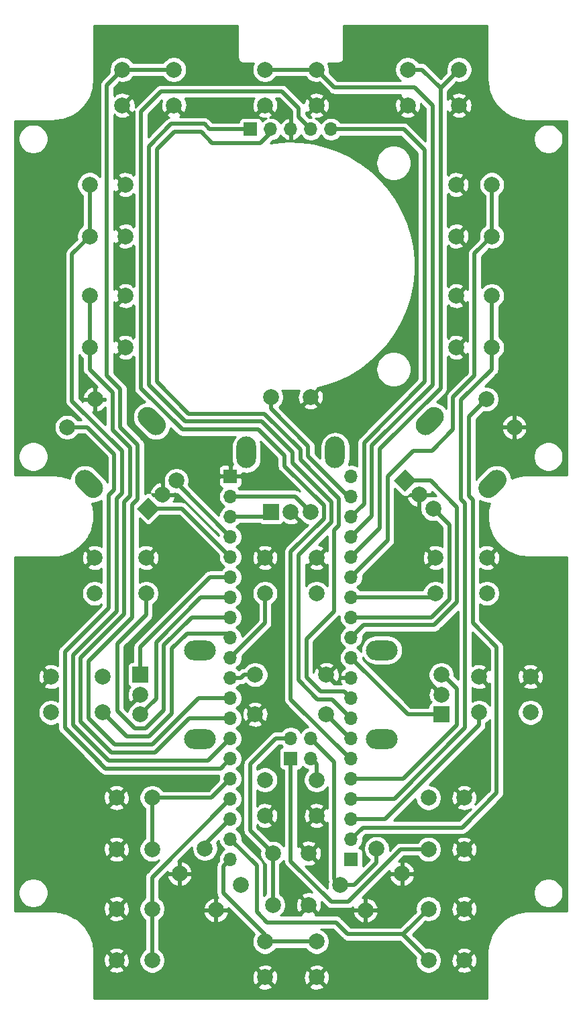
<source format=gbr>
%TF.GenerationSoftware,KiCad,Pcbnew,5.1.9-1.fc33*%
%TF.CreationDate,2021-01-07T16:59:53+01:00*%
%TF.ProjectId,Pendant PCB,50656e64-616e-4742-9050-43422e6b6963,rev?*%
%TF.SameCoordinates,PX3b9aca0PY9d5b340*%
%TF.FileFunction,Copper,L1,Top*%
%TF.FilePolarity,Positive*%
%FSLAX46Y46*%
G04 Gerber Fmt 4.6, Leading zero omitted, Abs format (unit mm)*
G04 Created by KiCad (PCBNEW 5.1.9-1.fc33) date 2021-01-07 16:59:53*
%MOMM*%
%LPD*%
G01*
G04 APERTURE LIST*
%TA.AperFunction,ComponentPad*%
%ADD10R,2.000000X2.000000*%
%TD*%
%TA.AperFunction,ComponentPad*%
%ADD11C,2.000000*%
%TD*%
%TA.AperFunction,ComponentPad*%
%ADD12O,2.500000X4.000000*%
%TD*%
%TA.AperFunction,ComponentPad*%
%ADD13O,4.000000X2.500000*%
%TD*%
%TA.AperFunction,ComponentPad*%
%ADD14C,0.100000*%
%TD*%
%TA.AperFunction,ComponentPad*%
%ADD15O,1.700000X1.700000*%
%TD*%
%TA.AperFunction,ComponentPad*%
%ADD16R,1.700000X1.700000*%
%TD*%
%TA.AperFunction,Conductor*%
%ADD17C,0.500000*%
%TD*%
%TA.AperFunction,Conductor*%
%ADD18C,0.254000*%
%TD*%
%TA.AperFunction,Conductor*%
%ADD19C,0.100000*%
%TD*%
G04 APERTURE END LIST*
D10*
%TO.P,EN_JOG_Y1,A*%
%TO.N,/0*%
X35000000Y64000000D03*
D11*
%TO.P,EN_JOG_Y1,C*%
%TO.N,GND*%
X37500000Y64000000D03*
%TO.P,EN_JOG_Y1,S2*%
%TO.N,/26*%
X35000000Y78500000D03*
%TO.P,EN_JOG_Y1,S1*%
%TO.N,GND*%
X40000000Y78500000D03*
D12*
%TO.P,EN_JOG_Y1,MP*%
%TO.N,N/C*%
X31900000Y71500000D03*
X43100000Y71500000D03*
D11*
%TO.P,EN_JOG_Y1,B*%
%TO.N,/27*%
X40000000Y64000000D03*
%TD*%
D10*
%TO.P,EN_FEED1,A*%
%TO.N,/3*%
X18500000Y43500000D03*
D11*
%TO.P,EN_FEED1,C*%
%TO.N,GND*%
X18500000Y41000000D03*
%TO.P,EN_FEED1,S2*%
%TO.N,/8*%
X33000000Y43500000D03*
%TO.P,EN_FEED1,S1*%
%TO.N,GND*%
X33000000Y38500000D03*
D13*
%TO.P,EN_FEED1,MP*%
%TO.N,N/C*%
X26000000Y46600000D03*
X26000000Y35400000D03*
D11*
%TO.P,EN_FEED1,B*%
%TO.N,/4*%
X18500000Y38500000D03*
%TD*%
D10*
%TO.P,EN_SPINDLE1,A*%
%TO.N,/18*%
X56500000Y38500000D03*
D11*
%TO.P,EN_SPINDLE1,C*%
%TO.N,GND*%
X56500000Y41000000D03*
%TO.P,EN_SPINDLE1,S2*%
%TO.N,/39*%
X42000000Y38500000D03*
%TO.P,EN_SPINDLE1,S1*%
%TO.N,GND*%
X42000000Y43500000D03*
D13*
%TO.P,EN_SPINDLE1,MP*%
%TO.N,N/C*%
X49000000Y35400000D03*
X49000000Y46600000D03*
D11*
%TO.P,EN_SPINDLE1,B*%
%TO.N,/41*%
X56500000Y43500000D03*
%TD*%
%TA.AperFunction,ComponentPad*%
D14*
%TO.P,EN_JOG_X1,A*%
%TO.N,/2*%
G36*
X20949748Y64428932D02*
G01*
X19535534Y63014718D01*
X18121320Y64428932D01*
X19535534Y65843146D01*
X20949748Y64428932D01*
G37*
%TD.AperFunction*%
D11*
%TO.P,EN_JOG_X1,C*%
%TO.N,GND*%
X21303301Y66196699D03*
%TO.P,EN_JOG_X1,S2*%
%TO.N,/12*%
X9282486Y74681981D03*
%TO.P,EN_JOG_X1,S1*%
%TO.N,GND*%
X12818019Y78217514D03*
%TO.P,EN_JOG_X1,MP*%
%TO.N,N/C*%
%TA.AperFunction,ComponentPad*%
G36*
G01*
X13454415Y66125989D02*
X13454415Y66125989D01*
G75*
G02*
X11686649Y66125989I-883883J883883D01*
G01*
X10625989Y67186649D01*
G75*
G02*
X10625989Y68954415I883883J883883D01*
G01*
X10625989Y68954415D01*
G75*
G02*
X12393755Y68954415I883883J-883883D01*
G01*
X13454415Y67893755D01*
G75*
G02*
X13454415Y66125989I-883883J-883883D01*
G01*
G37*
%TD.AperFunction*%
%TA.AperFunction,ComponentPad*%
G36*
G01*
X21374011Y74045585D02*
X21374011Y74045585D01*
G75*
G02*
X19606245Y74045585I-883883J883883D01*
G01*
X18545585Y75106245D01*
G75*
G02*
X18545585Y76874011I883883J883883D01*
G01*
X18545585Y76874011D01*
G75*
G02*
X20313351Y76874011I883883J-883883D01*
G01*
X21374011Y75813351D01*
G75*
G02*
X21374011Y74045585I-883883J-883883D01*
G01*
G37*
%TD.AperFunction*%
%TO.P,EN_JOG_X1,B*%
%TO.N,/1*%
X23071068Y67964466D03*
%TD*%
%TA.AperFunction,ComponentPad*%
D14*
%TO.P,EN_JOG_Z1,A*%
%TO.N,/19*%
G36*
X51928932Y66550252D02*
G01*
X50514718Y67964466D01*
X51928932Y69378680D01*
X53343146Y67964466D01*
X51928932Y66550252D01*
G37*
%TD.AperFunction*%
D11*
%TO.P,EN_JOG_Z1,C*%
%TO.N,GND*%
X53696699Y66196699D03*
%TO.P,EN_JOG_Z1,S2*%
%TO.N,/44*%
X62181981Y78217514D03*
%TO.P,EN_JOG_Z1,S1*%
%TO.N,GND*%
X65717514Y74681981D03*
%TO.P,EN_JOG_Z1,MP*%
%TO.N,N/C*%
%TA.AperFunction,ComponentPad*%
G36*
G01*
X53625989Y74045585D02*
X53625989Y74045585D01*
G75*
G02*
X53625989Y75813351I883883J883883D01*
G01*
X54686649Y76874011D01*
G75*
G02*
X56454415Y76874011I883883J-883883D01*
G01*
X56454415Y76874011D01*
G75*
G02*
X56454415Y75106245I-883883J-883883D01*
G01*
X55393755Y74045585D01*
G75*
G02*
X53625989Y74045585I-883883J883883D01*
G01*
G37*
%TD.AperFunction*%
%TA.AperFunction,ComponentPad*%
G36*
G01*
X61545585Y66125989D02*
X61545585Y66125989D01*
G75*
G02*
X61545585Y67893755I883883J883883D01*
G01*
X62606245Y68954415D01*
G75*
G02*
X64374011Y68954415I883883J-883883D01*
G01*
X64374011Y68954415D01*
G75*
G02*
X64374011Y67186649I-883883J-883883D01*
G01*
X63313351Y66125989D01*
G75*
G02*
X61545585Y66125989I-883883J883883D01*
G01*
G37*
%TD.AperFunction*%
%TO.P,EN_JOG_Z1,B*%
%TO.N,/20*%
X55464466Y64428932D03*
%TD*%
D15*
%TO.P,J5,4*%
%TO.N,/28*%
X40040000Y35500000D03*
%TO.P,J5,3*%
%TO.N,/32*%
X37500000Y35500000D03*
%TO.P,J5,2*%
%TO.N,/29*%
X40040000Y32960000D03*
D16*
%TO.P,J5,1*%
%TO.N,/33*%
X37500000Y32960000D03*
%TD*%
D11*
%TO.P,SW_HOLD1,2*%
%TO.N,/24*%
X40750000Y119750000D03*
%TO.P,SW_HOLD1,1*%
%TO.N,GND*%
X40750000Y115250000D03*
%TO.P,SW_HOLD1,2*%
%TO.N,/24*%
X34250000Y119750000D03*
%TO.P,SW_HOLD1,1*%
%TO.N,GND*%
X34250000Y115250000D03*
%TD*%
%TO.P,SW_$HZ1,2*%
%TO.N,/21*%
X55750000Y53750000D03*
%TO.P,SW_$HZ1,1*%
%TO.N,GND*%
X55750000Y58250000D03*
%TO.P,SW_$HZ1,2*%
%TO.N,/21*%
X62250000Y53750000D03*
%TO.P,SW_$HZ1,1*%
%TO.N,GND*%
X62250000Y58250000D03*
%TD*%
D16*
%TO.P,J4,1*%
%TO.N,/A0*%
X32420001Y112250000D03*
D15*
%TO.P,J4,2*%
%TO.N,+5VA*%
X34960001Y112250000D03*
%TO.P,J4,3*%
%TO.N,GND*%
X37500001Y112250000D03*
%TO.P,J4,4*%
%TO.N,/A2*%
X40040001Y112250000D03*
%TO.P,J4,5*%
%TO.N,/25*%
X42580001Y112250000D03*
%TD*%
D11*
%TO.P,SW_$X1,2*%
%TO.N,GND*%
X58375001Y91250000D03*
%TO.P,SW_$X1,1*%
%TO.N,/42*%
X62875001Y91250000D03*
%TO.P,SW_$X1,2*%
%TO.N,GND*%
X58375001Y84750000D03*
%TO.P,SW_$X1,1*%
%TO.N,/42*%
X62875001Y84750000D03*
%TD*%
%TO.P,SW_MACRO-4,2*%
%TO.N,GND*%
X59375000Y7500000D03*
%TO.P,SW_MACRO-4,1*%
%TO.N,/16*%
X54875000Y7500000D03*
%TO.P,SW_MACRO-4,2*%
%TO.N,GND*%
X59375000Y14000000D03*
%TO.P,SW_MACRO-4,1*%
%TO.N,/16*%
X54875000Y14000000D03*
%TD*%
%TO.P,SW_PY+1,1*%
%TO.N,GND*%
X34250000Y25750000D03*
%TO.P,SW_PY+1,2*%
%TO.N,/29*%
X34250000Y30250000D03*
%TO.P,SW_PY+1,1*%
%TO.N,GND*%
X40750000Y25750000D03*
%TO.P,SW_PY+1,2*%
%TO.N,/29*%
X40750000Y30250000D03*
%TD*%
%TO.P,SW_RST1,2*%
%TO.N,GND*%
X16250000Y115250000D03*
%TO.P,SW_RST1,1*%
%TO.N,/9*%
X16250000Y119750000D03*
%TO.P,SW_RST1,2*%
%TO.N,GND*%
X22750000Y115250000D03*
%TO.P,SW_RST1,1*%
%TO.N,/9*%
X22750000Y119750000D03*
%TD*%
%TO.P,SW_R-CLICK1,1*%
%TO.N,/10*%
X12125000Y91250000D03*
%TO.P,SW_R-CLICK1,2*%
%TO.N,GND*%
X16625000Y91250000D03*
%TO.P,SW_R-CLICK1,1*%
%TO.N,/10*%
X12125000Y84750000D03*
%TO.P,SW_R-CLICK1,2*%
%TO.N,GND*%
X16625000Y84750000D03*
%TD*%
%TO.P,SW_PX-1,2*%
%TO.N,GND*%
X23468019Y18443019D03*
%TO.P,SW_PX-1,1*%
%TO.N,/15*%
X26650000Y21625000D03*
%TO.P,SW_PX-1,2*%
%TO.N,GND*%
X28064214Y13846825D03*
%TO.P,SW_PX-1,1*%
%TO.N,/15*%
X31246194Y17028806D03*
%TD*%
%TO.P,SW_START1,2*%
%TO.N,GND*%
X52250000Y115250000D03*
%TO.P,SW_START1,1*%
%TO.N,/23*%
X52250000Y119750000D03*
%TO.P,SW_START1,2*%
%TO.N,GND*%
X58750000Y115250000D03*
%TO.P,SW_START1,1*%
%TO.N,/23*%
X58750000Y119750000D03*
%TD*%
%TO.P,SW_MACRO-3,2*%
%TO.N,/14*%
X20000000Y7500000D03*
%TO.P,SW_MACRO-3,1*%
%TO.N,GND*%
X15500000Y7500000D03*
%TO.P,SW_MACRO-3,2*%
%TO.N,/14*%
X20000000Y14000000D03*
%TO.P,SW_MACRO-3,1*%
%TO.N,GND*%
X15500000Y14000000D03*
%TD*%
D15*
%TO.P,J2,20*%
%TO.N,+5V*%
X45116000Y68500000D03*
%TO.P,J2,19*%
%TO.N,/26*%
X45116000Y65960000D03*
%TO.P,J2,18*%
%TO.N,/25*%
X45116000Y63420000D03*
%TO.P,J2,17*%
%TO.N,/24*%
X45116000Y60880000D03*
%TO.P,J2,16*%
%TO.N,/23*%
X45116000Y58340000D03*
%TO.P,J2,15*%
%TO.N,/22*%
X45116000Y55800000D03*
%TO.P,J2,14*%
%TO.N,/21*%
X45116000Y53260000D03*
%TO.P,J2,13*%
%TO.N,/20*%
X45116000Y50720000D03*
%TO.P,J2,12*%
%TO.N,/19*%
X45116000Y48180000D03*
%TO.P,J2,11*%
%TO.N,/18*%
X45116000Y45640000D03*
%TO.P,J2,10*%
%TO.N,GND*%
X45116000Y43100000D03*
%TO.P,J2,9*%
%TO.N,+5VA*%
X45116000Y40560000D03*
%TO.P,J2,8*%
%TO.N,/A0*%
X45116000Y38020000D03*
%TO.P,J2,7*%
%TO.N,/39*%
X45116000Y35480000D03*
%TO.P,J2,6*%
%TO.N,/A2*%
X45116000Y32940000D03*
%TO.P,J2,5*%
%TO.N,/41*%
X45116000Y30400000D03*
%TO.P,J2,4*%
%TO.N,/42*%
X45116000Y27860000D03*
%TO.P,J2,3*%
%TO.N,/43*%
X45116000Y25320000D03*
%TO.P,J2,2*%
%TO.N,/44*%
X45116000Y22780000D03*
D16*
%TO.P,J2,1*%
%TO.N,/45*%
X45116000Y20240000D03*
%TD*%
D11*
%TO.P,SW_MACRO-1,2*%
%TO.N,/13*%
X20000000Y21500000D03*
%TO.P,SW_MACRO-1,1*%
%TO.N,GND*%
X15500000Y21500000D03*
%TO.P,SW_MACRO-1,2*%
%TO.N,/13*%
X20000000Y28000000D03*
%TO.P,SW_MACRO-1,1*%
%TO.N,GND*%
X15500000Y28000000D03*
%TD*%
D16*
%TO.P,J1,1*%
%TO.N,GND*%
X29876000Y68500000D03*
D15*
%TO.P,J1,2*%
%TO.N,/27*%
X29876000Y65960000D03*
%TO.P,J1,3*%
%TO.N,/0*%
X29876000Y63420000D03*
%TO.P,J1,4*%
%TO.N,/1*%
X29876000Y60880000D03*
%TO.P,J1,5*%
%TO.N,/2*%
X29876000Y58340000D03*
%TO.P,J1,6*%
%TO.N,/3*%
X29876000Y55800000D03*
%TO.P,J1,7*%
%TO.N,/4*%
X29876000Y53260000D03*
%TO.P,J1,8*%
%TO.N,/5*%
X29876000Y50720000D03*
%TO.P,J1,9*%
%TO.N,/6*%
X29876000Y48180000D03*
%TO.P,J1,10*%
%TO.N,/7*%
X29876000Y45640000D03*
%TO.P,J1,11*%
%TO.N,/8*%
X29876000Y43100000D03*
%TO.P,J1,12*%
%TO.N,/9*%
X29876000Y40560000D03*
%TO.P,J1,13*%
%TO.N,/10*%
X29876000Y38020000D03*
%TO.P,J1,14*%
%TO.N,/11*%
X29876000Y35480000D03*
%TO.P,J1,15*%
%TO.N,/12*%
X29876000Y32940000D03*
%TO.P,J1,16*%
%TO.N,/13*%
X29876000Y30400000D03*
%TO.P,J1,17*%
%TO.N,/14*%
X29876000Y27860000D03*
%TO.P,J1,18*%
%TO.N,/15*%
X29876000Y25320000D03*
%TO.P,J1,19*%
%TO.N,/16*%
X29876000Y22780000D03*
%TO.P,J1,20*%
%TO.N,/17*%
X29876000Y20240000D03*
%TD*%
D11*
%TO.P,SW_100\u0025S1,1*%
%TO.N,GND*%
X67750000Y43250000D03*
%TO.P,SW_100\u0025S1,2*%
%TO.N,/43*%
X67750000Y38750000D03*
%TO.P,SW_100\u0025S1,1*%
%TO.N,GND*%
X61250000Y43250000D03*
%TO.P,SW_100\u0025S1,2*%
%TO.N,/43*%
X61250000Y38750000D03*
%TD*%
%TO.P,SW_PX+1,2*%
%TO.N,GND*%
X46931981Y13818019D03*
%TO.P,SW_PX+1,1*%
%TO.N,/28*%
X43750000Y17000000D03*
%TO.P,SW_PX+1,2*%
%TO.N,GND*%
X51528175Y18414214D03*
%TO.P,SW_PX+1,1*%
%TO.N,/28*%
X48346194Y21596194D03*
%TD*%
%TO.P,SW_$HX1,2*%
%TO.N,/5*%
X12750000Y53750000D03*
%TO.P,SW_$HX1,1*%
%TO.N,GND*%
X12750000Y58250000D03*
%TO.P,SW_$HX1,2*%
%TO.N,/5*%
X19250000Y53750000D03*
%TO.P,SW_$HX1,1*%
%TO.N,GND*%
X19250000Y58250000D03*
%TD*%
%TO.P,SW_$H1,2*%
%TO.N,GND*%
X58375001Y105250000D03*
%TO.P,SW_$H1,1*%
%TO.N,/22*%
X62875001Y105250000D03*
%TO.P,SW_$H1,2*%
%TO.N,GND*%
X58375001Y98750000D03*
%TO.P,SW_$H1,1*%
%TO.N,/22*%
X62875001Y98750000D03*
%TD*%
%TO.P,SW_MACRO-2,2*%
%TO.N,GND*%
X59375000Y21500000D03*
%TO.P,SW_MACRO-2,1*%
%TO.N,/33*%
X54875000Y21500000D03*
%TO.P,SW_MACRO-2,2*%
%TO.N,GND*%
X59375000Y28000000D03*
%TO.P,SW_MACRO-2,1*%
%TO.N,/33*%
X54875000Y28000000D03*
%TD*%
%TO.P,SW_$HY1,2*%
%TO.N,/7*%
X34250000Y53750000D03*
%TO.P,SW_$HY1,1*%
%TO.N,GND*%
X34250000Y58250000D03*
%TO.P,SW_$HY1,2*%
%TO.N,/7*%
X40750000Y53750000D03*
%TO.P,SW_$HY1,1*%
%TO.N,GND*%
X40750000Y58250000D03*
%TD*%
%TO.P,SW_PY-1,2*%
%TO.N,GND*%
X34250000Y5375000D03*
%TO.P,SW_PY-1,1*%
%TO.N,/17*%
X34250000Y9875000D03*
%TO.P,SW_PY-1,2*%
%TO.N,GND*%
X40750000Y5375000D03*
%TO.P,SW_PY-1,1*%
%TO.N,/17*%
X40750000Y9875000D03*
%TD*%
%TO.P,SW_PZ-1,2*%
%TO.N,/32*%
X35250000Y21000001D03*
%TO.P,SW_PZ-1,1*%
%TO.N,GND*%
X39750000Y21000001D03*
%TO.P,SW_PZ-1,2*%
%TO.N,/32*%
X35250000Y14500001D03*
%TO.P,SW_PZ-1,1*%
%TO.N,GND*%
X39750000Y14500001D03*
%TD*%
%TO.P,SW_L-CLICK1,2*%
%TO.N,GND*%
X16625000Y98750000D03*
%TO.P,SW_L-CLICK1,1*%
%TO.N,/11*%
X12125000Y98750000D03*
%TO.P,SW_L-CLICK1,2*%
%TO.N,GND*%
X16625000Y105250000D03*
%TO.P,SW_L-CLICK1,1*%
%TO.N,/11*%
X12125000Y105250000D03*
%TD*%
%TO.P,SW_100\u0025F1,2*%
%TO.N,/6*%
X7250000Y38750000D03*
%TO.P,SW_100\u0025F1,1*%
%TO.N,GND*%
X7250000Y43250000D03*
%TO.P,SW_100\u0025F1,2*%
%TO.N,/6*%
X13750000Y38750000D03*
%TO.P,SW_100\u0025F1,1*%
%TO.N,GND*%
X13750000Y43250000D03*
%TD*%
D17*
%TO.N,/17*%
X34250000Y9875000D02*
X34250000Y10750000D01*
X34250000Y10750000D02*
X29000000Y16000000D01*
X29000000Y19364000D02*
X29876000Y20240000D01*
X29000000Y16000000D02*
X29000000Y19364000D01*
X34250000Y9875000D02*
X40750000Y9875000D01*
%TO.N,/16*%
X54875000Y7500000D02*
X54875000Y7525000D01*
X54875000Y7525000D02*
X51600000Y10800000D01*
X51675000Y10800000D02*
X51600000Y10800000D01*
X54875000Y14000000D02*
X51675000Y10800000D01*
X44700000Y10800000D02*
X51600000Y10800000D01*
X43200000Y12300000D02*
X44700000Y10800000D01*
X34500000Y12300000D02*
X43200000Y12300000D01*
X33200000Y13600000D02*
X34500000Y12300000D01*
X33200000Y19456000D02*
X33200000Y13600000D01*
X29876000Y22780000D02*
X33200000Y19456000D01*
%TO.N,/15*%
X26650000Y22094000D02*
X29876000Y25320000D01*
X26650000Y21625000D02*
X26650000Y22094000D01*
%TO.N,/14*%
X20000000Y17984000D02*
X20000000Y14000000D01*
X29876000Y27860000D02*
X20000000Y17984000D01*
X20000000Y7500000D02*
X20000000Y14000000D01*
%TO.N,/13*%
X29876000Y30400000D02*
X27476000Y28000000D01*
X27476000Y28000000D02*
X20000000Y28000000D01*
X20000000Y21500000D02*
X20000000Y28000000D01*
%TO.N,/12*%
X29876000Y32940000D02*
X28636000Y31700000D01*
X28636000Y31700000D02*
X14100000Y31700000D01*
X14100000Y31700000D02*
X9250000Y36550000D01*
X9250000Y36550000D02*
X13500000Y32300000D01*
X9000000Y36800000D02*
X9250000Y36550000D01*
X9000000Y46400000D02*
X9000000Y36800000D01*
X14500000Y51900000D02*
X9000000Y46400000D01*
X14500000Y66100000D02*
X14500000Y51900000D01*
X15200000Y66800000D02*
X14500000Y66100000D01*
X11818019Y74681981D02*
X15200000Y71300000D01*
X15200000Y71300000D02*
X15200000Y66800000D01*
X9282486Y74681981D02*
X11818019Y74681981D01*
%TO.N,/11*%
X12125000Y105250000D02*
X12125000Y98750000D01*
X27096000Y32700000D02*
X29876000Y35480000D01*
X15500000Y51500000D02*
X10000000Y46000000D01*
X10000000Y37200000D02*
X14500000Y32700000D01*
X16200000Y66400000D02*
X15500000Y65700000D01*
X15500000Y65700000D02*
X15500000Y51500000D01*
X16200000Y71700000D02*
X16200000Y66400000D01*
X9900000Y78000000D02*
X16200000Y71700000D01*
X14500000Y32700000D02*
X27096000Y32700000D01*
X9900000Y96525000D02*
X9900000Y78000000D01*
X10000000Y46000000D02*
X10000000Y37200000D01*
X12125000Y98750000D02*
X9900000Y96525000D01*
%TO.N,/10*%
X18300000Y33700000D02*
X14900000Y33700000D01*
X29876000Y38020000D02*
X24720000Y38020000D01*
X20400000Y33700000D02*
X14900000Y33700000D01*
X24720000Y38020000D02*
X20400000Y33700000D01*
X12125000Y91250000D02*
X12125000Y84750000D01*
X15000000Y74300000D02*
X15000000Y79100000D01*
X17200000Y72100000D02*
X15000000Y74300000D01*
X17200000Y66000000D02*
X17200000Y72100000D01*
X16500000Y65300000D02*
X17200000Y66000000D01*
X12125000Y81975000D02*
X12125000Y84750000D01*
X15000000Y79100000D02*
X12125000Y81975000D01*
X16500000Y51100000D02*
X16500000Y65300000D01*
X11000000Y37600000D02*
X11000000Y45600000D01*
X11000000Y45600000D02*
X16500000Y51100000D01*
X14900000Y33700000D02*
X11000000Y37600000D01*
%TO.N,/9*%
X22750000Y119750000D02*
X16250000Y119750000D01*
X16250000Y119750000D02*
X14300000Y117800000D01*
X14300000Y117800000D02*
X14300000Y81200000D01*
X14300000Y81200000D02*
X16000000Y79500000D01*
X15300000Y34700000D02*
X20000000Y34700000D01*
X16000000Y79500000D02*
X16000000Y74700000D01*
X25860000Y40560000D02*
X29876000Y40560000D01*
X18200000Y65600000D02*
X17500000Y64900000D01*
X16000000Y74700000D02*
X18200000Y72500000D01*
X18200000Y72500000D02*
X18200000Y65600000D01*
X17500000Y64900000D02*
X17500000Y50700000D01*
X17500000Y50700000D02*
X12000000Y45200000D01*
X12000000Y38000000D02*
X15300000Y34700000D01*
X12000000Y45200000D02*
X12000000Y38000000D01*
X20000000Y34700000D02*
X25860000Y40560000D01*
%TO.N,/8*%
X29876000Y43100000D02*
X31200000Y43100000D01*
X31600000Y43500000D02*
X33000000Y43500000D01*
X31200000Y43100000D02*
X31600000Y43500000D01*
%TO.N,/7*%
X34250000Y50014000D02*
X34250000Y53750000D01*
X29876000Y45640000D02*
X34250000Y50014000D01*
%TO.N,/6*%
X16800000Y35700000D02*
X13750000Y38750000D01*
X19600000Y35700000D02*
X16800000Y35700000D01*
X22500000Y38600000D02*
X19600000Y35700000D01*
X22500000Y46800000D02*
X22500000Y38600000D01*
X29356000Y48700000D02*
X24400000Y48700000D01*
X24400000Y48700000D02*
X22500000Y46800000D01*
X29876000Y48180000D02*
X29356000Y48700000D01*
%TO.N,/5*%
X19200000Y36700000D02*
X17800000Y36700000D01*
X21500010Y39000010D02*
X19200000Y36700000D01*
X15600000Y47400000D02*
X18750000Y50550000D01*
X21500010Y47200010D02*
X21500010Y39000010D01*
X15600000Y38900000D02*
X15600000Y47400000D01*
X17800000Y36700000D02*
X15600000Y38900000D01*
X25020000Y50720000D02*
X21500010Y47200010D01*
X29876000Y50720000D02*
X25020000Y50720000D01*
X19250000Y51050000D02*
X19250000Y53750000D01*
X18750000Y50550000D02*
X19250000Y51050000D01*
%TO.N,/4*%
X20500000Y40500000D02*
X18500000Y38500000D01*
X20500000Y47600000D02*
X20500000Y40500000D01*
X26160000Y53260000D02*
X20500000Y47600000D01*
X29876000Y53260000D02*
X26160000Y53260000D01*
%TO.N,/3*%
X18500000Y47000000D02*
X18500000Y43500000D01*
X27300000Y55800000D02*
X18500000Y47000000D01*
X29876000Y55800000D02*
X27300000Y55800000D01*
%TO.N,/2*%
X23787068Y64428932D02*
X19535534Y64428932D01*
X29876000Y58340000D02*
X23787068Y64428932D01*
%TO.N,/1*%
X23071068Y67684932D02*
X23071068Y67964466D01*
X29876000Y60880000D02*
X23071068Y67684932D01*
%TO.N,/0*%
X34420000Y63420000D02*
X29876000Y63420000D01*
X35000000Y64000000D02*
X34420000Y63420000D01*
%TO.N,/27*%
X38040000Y65960000D02*
X29876000Y65960000D01*
X40000000Y64000000D02*
X38040000Y65960000D01*
%TO.N,+5VA*%
X34960001Y111760001D02*
X34960001Y112250000D01*
X27600000Y110500000D02*
X33700000Y110500000D01*
X26200000Y111900000D02*
X27600000Y110500000D01*
X22800000Y111900000D02*
X26200000Y111900000D01*
X20600000Y109700000D02*
X22800000Y111900000D01*
X45116000Y40560000D02*
X44266001Y41409999D01*
X44266001Y41409999D02*
X41290001Y41409999D01*
X20600000Y80400000D02*
X20600000Y109700000D01*
X41290001Y41409999D02*
X39500000Y43200000D01*
X43000000Y61700000D02*
X43575000Y62275000D01*
X39500000Y48000000D02*
X43000000Y51500000D01*
X43000000Y51500000D02*
X43000000Y61700000D01*
X43575000Y62275000D02*
X43575000Y65725000D01*
X38700000Y71900000D02*
X34200000Y76400000D01*
X43575000Y65725000D02*
X38700000Y70600000D01*
X33700000Y110500000D02*
X34960001Y111760001D01*
X24600000Y76400000D02*
X20600000Y80400000D01*
X34200000Y76400000D02*
X24600000Y76400000D01*
X39500000Y43200000D02*
X39500000Y48000000D01*
X38700000Y70600000D02*
X38700000Y71900000D01*
%TO.N,/26*%
X35000000Y77000000D02*
X35000000Y78500000D01*
X39700000Y72300000D02*
X35000000Y77000000D01*
X39700000Y71000000D02*
X39700000Y72300000D01*
X44740000Y65960000D02*
X39700000Y71000000D01*
X45116000Y65960000D02*
X44740000Y65960000D01*
%TO.N,/25*%
X46750000Y65054000D02*
X45116000Y63420000D01*
X54400000Y80400000D02*
X46750000Y72750000D01*
X54400000Y109600000D02*
X54400000Y80400000D01*
X46750000Y72750000D02*
X46750000Y65054000D01*
X51750000Y112250000D02*
X54400000Y109600000D01*
X42580001Y112250000D02*
X51750000Y112250000D01*
%TO.N,/24*%
X55400000Y115200000D02*
X53100000Y117500000D01*
X43000000Y117500000D02*
X40750000Y119750000D01*
X53100000Y117500000D02*
X43000000Y117500000D01*
X40750000Y119750000D02*
X34250000Y119750000D01*
X47750000Y72350000D02*
X47750000Y63514000D01*
X55400000Y80000000D02*
X47750000Y72350000D01*
X47750000Y63514000D02*
X45116000Y60880000D01*
X55400000Y115200000D02*
X55400000Y80000000D01*
%TO.N,/23*%
X48750000Y61974000D02*
X45116000Y58340000D01*
X48750000Y71950000D02*
X48750000Y61974000D01*
X56400000Y79600000D02*
X48750000Y71950000D01*
X56400000Y117400000D02*
X58750000Y119750000D01*
X56400000Y79600000D02*
X56400000Y117400000D01*
X54050000Y119750000D02*
X56400000Y117400000D01*
X52250000Y119750000D02*
X54050000Y119750000D01*
%TO.N,/22*%
X62875001Y105250000D02*
X62875001Y98750000D01*
X49750000Y60434000D02*
X45116000Y55800000D01*
X53000000Y71700000D02*
X49750000Y68450000D01*
X55300000Y71700000D02*
X53000000Y71700000D01*
X58000000Y74400000D02*
X55300000Y71700000D01*
X58000000Y78500000D02*
X58000000Y74400000D01*
X60700000Y81200000D02*
X58000000Y78500000D01*
X60700000Y96574999D02*
X60700000Y81200000D01*
X49750000Y68450000D02*
X49750000Y60434000D01*
X62875001Y98750000D02*
X60700000Y96574999D01*
%TO.N,/21*%
X55260000Y53260000D02*
X55750000Y53750000D01*
X45116000Y53260000D02*
X55260000Y53260000D01*
%TO.N,/20*%
X57500000Y62393398D02*
X57500000Y53000000D01*
X55220000Y50720000D02*
X45116000Y50720000D01*
X57500000Y53000000D02*
X55220000Y50720000D01*
X55464466Y64428932D02*
X57500000Y62393398D01*
%TO.N,/19*%
X55625000Y49750000D02*
X46686000Y49750000D01*
X58500000Y52625000D02*
X55625000Y49750000D01*
X46686000Y49750000D02*
X45116000Y48180000D01*
X58500000Y64625000D02*
X58500000Y52625000D01*
X55160534Y67964466D02*
X58500000Y64625000D01*
X51928932Y67964466D02*
X55160534Y67964466D01*
%TO.N,/18*%
X52256000Y38500000D02*
X45116000Y45640000D01*
X56500000Y38500000D02*
X52256000Y38500000D01*
%TO.N,/39*%
X45020000Y35480000D02*
X42000000Y38500000D01*
X45116000Y35480000D02*
X45020000Y35480000D01*
%TO.N,/41*%
X51700000Y30400000D02*
X45116000Y30400000D01*
X58500000Y37200000D02*
X51700000Y30400000D01*
X58500000Y41750000D02*
X58500000Y37200000D01*
X56625000Y43625000D02*
X58500000Y41750000D01*
X56500000Y43500000D02*
X56625000Y43625000D01*
%TO.N,/42*%
X62875001Y91250000D02*
X62875001Y84750000D01*
X50560000Y27860000D02*
X45116000Y27860000D01*
X59500000Y36800000D02*
X50560000Y27860000D01*
X59500000Y65125000D02*
X59500000Y36800000D01*
X59000000Y65625000D02*
X59500000Y65125000D01*
X59000000Y78100000D02*
X59000000Y65625000D01*
X62875001Y81975001D02*
X59000000Y78100000D01*
X62875001Y84750000D02*
X62875001Y81975001D01*
%TO.N,/43*%
X49420000Y25320000D02*
X45116000Y25320000D01*
X61250000Y37150000D02*
X49420000Y25320000D01*
X61250000Y38750000D02*
X61250000Y37150000D01*
%TO.N,/44*%
X46586000Y24250000D02*
X45116000Y22780000D01*
X59125000Y24250000D02*
X46586000Y24250000D01*
X63500000Y28625000D02*
X59125000Y24250000D01*
X63500000Y47000000D02*
X63500000Y28625000D01*
X60500000Y50000000D02*
X63500000Y47000000D01*
X60000000Y66000000D02*
X60500000Y65500000D01*
X60500000Y65500000D02*
X60500000Y50000000D01*
X60000000Y76035533D02*
X60000000Y66000000D01*
X62181981Y78217514D02*
X60000000Y76035533D01*
%TO.N,/28*%
X40040000Y35500000D02*
X43000000Y32540000D01*
X43000000Y17750000D02*
X43750000Y17000000D01*
X43000000Y32540000D02*
X43000000Y17750000D01*
X48346194Y21596194D02*
X48346194Y19846194D01*
X45500000Y17000000D02*
X43750000Y17000000D01*
X48346194Y19846194D02*
X45500000Y17000000D01*
%TO.N,/29*%
X40750000Y32250000D02*
X40040000Y32960000D01*
X40750000Y30250000D02*
X40750000Y32250000D01*
%TO.N,/33*%
X51375000Y21500000D02*
X54875000Y21500000D01*
X44775000Y14900000D02*
X51375000Y21500000D01*
X42600000Y14900000D02*
X44775000Y14900000D01*
X37500000Y20000000D02*
X42600000Y14900000D01*
X37500000Y32960000D02*
X37500000Y20000000D01*
%TO.N,/32*%
X35625000Y35500000D02*
X32375000Y32250000D01*
X37500000Y35500000D02*
X35625000Y35500000D01*
X32375000Y23875001D02*
X35250000Y21000001D01*
X32375000Y32250000D02*
X32375000Y23875001D01*
X35250000Y14500001D02*
X35250000Y21000001D01*
%TO.N,/A0*%
X27250000Y112250000D02*
X32420001Y112250000D01*
X26600000Y112900000D02*
X27250000Y112250000D01*
X45116000Y38020000D02*
X42736000Y40400000D01*
X42736000Y40400000D02*
X42500000Y40400000D01*
X22400000Y112900000D02*
X26600000Y112900000D01*
X42490011Y40409989D02*
X40890011Y40409989D01*
X37700000Y71500000D02*
X33800000Y75400000D01*
X40890011Y40409989D02*
X38500000Y42800000D01*
X19600000Y80000000D02*
X19600000Y110100000D01*
X38500000Y58600000D02*
X42625000Y62725000D01*
X38500000Y42800000D02*
X38500000Y58600000D01*
X42625000Y62725000D02*
X42625000Y65275000D01*
X42625000Y65275000D02*
X37700000Y70200000D01*
X19600000Y110100000D02*
X22400000Y112900000D01*
X37700000Y70200000D02*
X37700000Y71500000D01*
X42500000Y40400000D02*
X42490011Y40409989D01*
X24200000Y75400000D02*
X19600000Y80000000D01*
X33800000Y75400000D02*
X24200000Y75400000D01*
%TO.N,/A2*%
X38500000Y113790001D02*
X40040001Y112250000D01*
X38500000Y114900000D02*
X38500000Y113790001D01*
X36400000Y117000000D02*
X38500000Y114900000D01*
X44969998Y32940000D02*
X37500000Y40409998D01*
X37500000Y59000000D02*
X41675000Y63175000D01*
X41675000Y64825000D02*
X36700000Y69800000D01*
X37500000Y40409998D02*
X37500000Y59000000D01*
X41675000Y63175000D02*
X41675000Y64825000D01*
X33400000Y74400000D02*
X23800000Y74400000D01*
X36700000Y71100000D02*
X33400000Y74400000D01*
X21100000Y117000000D02*
X36400000Y117000000D01*
X36700000Y69800000D02*
X36700000Y71100000D01*
X23800000Y74400000D02*
X18600000Y79600000D01*
X45116000Y32940000D02*
X44969998Y32940000D01*
X18600000Y79600000D02*
X18600000Y114500000D01*
X18600000Y114500000D02*
X21100000Y117000000D01*
%TD*%
D18*
%TO.N,GND*%
X61704620Y65259934D02*
X62059944Y65152147D01*
X62429468Y65115753D01*
X62580729Y65130651D01*
X62579236Y65125561D01*
X62579232Y65125549D01*
X62579232Y65125547D01*
X62378960Y64294547D01*
X62374492Y64263151D01*
X62366983Y64232349D01*
X62360629Y64165748D01*
X62360626Y64165727D01*
X62360627Y64165716D01*
X62321105Y63311847D01*
X62322653Y63280184D01*
X62321104Y63248505D01*
X62327459Y63181902D01*
X62327460Y63181885D01*
X62327462Y63181878D01*
X62450118Y62335935D01*
X62457626Y62305135D01*
X62462095Y62273736D01*
X62480935Y62209519D01*
X62761344Y61402027D01*
X62774543Y61373198D01*
X62784867Y61343215D01*
X62815506Y61283727D01*
X62815510Y61283718D01*
X62815513Y61283714D01*
X63243552Y60543819D01*
X63261960Y60518011D01*
X63277771Y60490516D01*
X63319112Y60437888D01*
X63879344Y59792278D01*
X63902305Y59770412D01*
X63923025Y59746408D01*
X63973560Y59702556D01*
X63973572Y59702545D01*
X63973579Y59702541D01*
X64645779Y59174519D01*
X64672462Y59157389D01*
X64697347Y59137736D01*
X64755266Y59104230D01*
X64755275Y59104224D01*
X64755279Y59104222D01*
X65515202Y58712837D01*
X65544642Y58701062D01*
X65572794Y58686469D01*
X65636007Y58664518D01*
X65636014Y58664515D01*
X65636017Y58664514D01*
X66456241Y58423887D01*
X66487375Y58417892D01*
X66517780Y58408885D01*
X66583987Y58399287D01*
X66584011Y58399282D01*
X66584022Y58399282D01*
X67433961Y58318190D01*
X67466353Y58315000D01*
X72315001Y58315000D01*
X72315000Y13685000D01*
X67466353Y13685000D01*
X67458017Y13684179D01*
X67263441Y13679424D01*
X67255996Y13678530D01*
X67248505Y13678896D01*
X67181883Y13672539D01*
X66335935Y13549882D01*
X66305135Y13542374D01*
X66273736Y13537905D01*
X66209519Y13519065D01*
X65402027Y13238656D01*
X65373196Y13225456D01*
X65343215Y13215133D01*
X65283727Y13184495D01*
X65283718Y13184491D01*
X65283717Y13184490D01*
X64543820Y12756448D01*
X64518010Y12738039D01*
X64490517Y12722229D01*
X64437902Y12680899D01*
X64437888Y12680889D01*
X64437883Y12680883D01*
X63792278Y12120656D01*
X63770415Y12097697D01*
X63746408Y12076975D01*
X63702546Y12026428D01*
X63174520Y11354221D01*
X63157393Y11327543D01*
X63137736Y11302653D01*
X63104230Y11244734D01*
X63104224Y11244725D01*
X63104224Y11244724D01*
X62712837Y10484798D01*
X62701062Y10455359D01*
X62686469Y10427206D01*
X62664515Y10363985D01*
X62423887Y9543759D01*
X62417892Y9512625D01*
X62408885Y9482220D01*
X62399287Y9416013D01*
X62399282Y9415989D01*
X62399282Y9415978D01*
X62318163Y8565746D01*
X62315001Y8533647D01*
X62315000Y2685000D01*
X12685000Y2685000D01*
X12685000Y4239587D01*
X33294192Y4239587D01*
X33389956Y3975186D01*
X33679571Y3834296D01*
X33991108Y3752616D01*
X34312595Y3733282D01*
X34631675Y3777039D01*
X34936088Y3882205D01*
X35110044Y3975186D01*
X35205808Y4239587D01*
X39794192Y4239587D01*
X39889956Y3975186D01*
X40179571Y3834296D01*
X40491108Y3752616D01*
X40812595Y3733282D01*
X41131675Y3777039D01*
X41436088Y3882205D01*
X41610044Y3975186D01*
X41705808Y4239587D01*
X40750000Y5195395D01*
X39794192Y4239587D01*
X35205808Y4239587D01*
X34250000Y5195395D01*
X33294192Y4239587D01*
X12685000Y4239587D01*
X12685000Y5312405D01*
X32608282Y5312405D01*
X32652039Y4993325D01*
X32757205Y4688912D01*
X32850186Y4514956D01*
X33114587Y4419192D01*
X34070395Y5375000D01*
X34429605Y5375000D01*
X35385413Y4419192D01*
X35649814Y4514956D01*
X35790704Y4804571D01*
X35872384Y5116108D01*
X35884189Y5312405D01*
X39108282Y5312405D01*
X39152039Y4993325D01*
X39257205Y4688912D01*
X39350186Y4514956D01*
X39614587Y4419192D01*
X40570395Y5375000D01*
X40929605Y5375000D01*
X41885413Y4419192D01*
X42149814Y4514956D01*
X42290704Y4804571D01*
X42372384Y5116108D01*
X42391718Y5437595D01*
X42347961Y5756675D01*
X42242795Y6061088D01*
X42149814Y6235044D01*
X41885413Y6330808D01*
X40929605Y5375000D01*
X40570395Y5375000D01*
X39614587Y6330808D01*
X39350186Y6235044D01*
X39209296Y5945429D01*
X39127616Y5633892D01*
X39108282Y5312405D01*
X35884189Y5312405D01*
X35891718Y5437595D01*
X35847961Y5756675D01*
X35742795Y6061088D01*
X35649814Y6235044D01*
X35385413Y6330808D01*
X34429605Y5375000D01*
X34070395Y5375000D01*
X33114587Y6330808D01*
X32850186Y6235044D01*
X32709296Y5945429D01*
X32627616Y5633892D01*
X32608282Y5312405D01*
X12685000Y5312405D01*
X12685000Y6364587D01*
X14544192Y6364587D01*
X14639956Y6100186D01*
X14929571Y5959296D01*
X15241108Y5877616D01*
X15562595Y5858282D01*
X15881675Y5902039D01*
X16186088Y6007205D01*
X16360044Y6100186D01*
X16455808Y6364587D01*
X15500000Y7320395D01*
X14544192Y6364587D01*
X12685000Y6364587D01*
X12685000Y7437405D01*
X13858282Y7437405D01*
X13902039Y7118325D01*
X14007205Y6813912D01*
X14100186Y6639956D01*
X14364587Y6544192D01*
X15320395Y7500000D01*
X15679605Y7500000D01*
X16635413Y6544192D01*
X16899814Y6639956D01*
X17040704Y6929571D01*
X17122384Y7241108D01*
X17141718Y7562595D01*
X17097961Y7881675D01*
X16992795Y8186088D01*
X16899814Y8360044D01*
X16635413Y8455808D01*
X15679605Y7500000D01*
X15320395Y7500000D01*
X14364587Y8455808D01*
X14100186Y8360044D01*
X13959296Y8070429D01*
X13877616Y7758892D01*
X13858282Y7437405D01*
X12685000Y7437405D01*
X12685000Y8533647D01*
X12684179Y8541983D01*
X12681896Y8635413D01*
X14544192Y8635413D01*
X15500000Y7679605D01*
X16455808Y8635413D01*
X16360044Y8899814D01*
X16070429Y9040704D01*
X15758892Y9122384D01*
X15437405Y9141718D01*
X15118325Y9097961D01*
X14813912Y8992795D01*
X14639956Y8899814D01*
X14544192Y8635413D01*
X12681896Y8635413D01*
X12679424Y8736559D01*
X12678530Y8744004D01*
X12678896Y8751495D01*
X12672539Y8818117D01*
X12549882Y9664065D01*
X12542374Y9694865D01*
X12537905Y9726264D01*
X12519065Y9790481D01*
X12238656Y10597973D01*
X12225456Y10626804D01*
X12215133Y10656785D01*
X12184491Y10716281D01*
X12184491Y10716282D01*
X12184488Y10716286D01*
X11756448Y11456180D01*
X11738039Y11481990D01*
X11722229Y11509483D01*
X11680899Y11562098D01*
X11680889Y11562112D01*
X11680883Y11562117D01*
X11120656Y12207722D01*
X11097697Y12229585D01*
X11076975Y12253592D01*
X11026428Y12297454D01*
X10354221Y12825480D01*
X10327543Y12842607D01*
X10302653Y12862264D01*
X10298638Y12864587D01*
X14544192Y12864587D01*
X14639956Y12600186D01*
X14929571Y12459296D01*
X15241108Y12377616D01*
X15562595Y12358282D01*
X15881675Y12402039D01*
X16186088Y12507205D01*
X16360044Y12600186D01*
X16455808Y12864587D01*
X15500000Y13820395D01*
X14544192Y12864587D01*
X10298638Y12864587D01*
X10244734Y12895770D01*
X10244725Y12895776D01*
X10244721Y12895778D01*
X9484798Y13287163D01*
X9455359Y13298938D01*
X9427206Y13313531D01*
X9363985Y13335485D01*
X8543759Y13576113D01*
X8512625Y13582108D01*
X8482220Y13591115D01*
X8416013Y13600713D01*
X8415989Y13600718D01*
X8415978Y13600718D01*
X7566070Y13681807D01*
X7533647Y13685000D01*
X2685000Y13685000D01*
X2685000Y13937405D01*
X13858282Y13937405D01*
X13902039Y13618325D01*
X14007205Y13313912D01*
X14100186Y13139956D01*
X14364587Y13044192D01*
X15320395Y14000000D01*
X15679605Y14000000D01*
X16635413Y13044192D01*
X16899814Y13139956D01*
X17040704Y13429571D01*
X17122384Y13741108D01*
X17141718Y14062595D01*
X17097961Y14381675D01*
X16992795Y14686088D01*
X16899814Y14860044D01*
X16635413Y14955808D01*
X15679605Y14000000D01*
X15320395Y14000000D01*
X14364587Y14955808D01*
X14100186Y14860044D01*
X13959296Y14570429D01*
X13877616Y14258892D01*
X13858282Y13937405D01*
X2685000Y13937405D01*
X2685000Y16185656D01*
X3115000Y16185656D01*
X3115000Y15814344D01*
X3187439Y15450166D01*
X3329534Y15107118D01*
X3535825Y14798382D01*
X3798382Y14535825D01*
X4107118Y14329534D01*
X4450166Y14187439D01*
X4814344Y14115000D01*
X5185656Y14115000D01*
X5549834Y14187439D01*
X5892882Y14329534D01*
X6201618Y14535825D01*
X6464175Y14798382D01*
X6670466Y15107118D01*
X6682186Y15135413D01*
X14544192Y15135413D01*
X15500000Y14179605D01*
X16455808Y15135413D01*
X16360044Y15399814D01*
X16070429Y15540704D01*
X15758892Y15622384D01*
X15437405Y15641718D01*
X15118325Y15597961D01*
X14813912Y15492795D01*
X14639956Y15399814D01*
X14544192Y15135413D01*
X6682186Y15135413D01*
X6812561Y15450166D01*
X6885000Y15814344D01*
X6885000Y16185656D01*
X6812561Y16549834D01*
X6670466Y16892882D01*
X6464175Y17201618D01*
X6201618Y17464175D01*
X5892882Y17670466D01*
X5549834Y17812561D01*
X5185656Y17885000D01*
X4814344Y17885000D01*
X4450166Y17812561D01*
X4107118Y17670466D01*
X3798382Y17464175D01*
X3535825Y17201618D01*
X3329534Y16892882D01*
X3187439Y16549834D01*
X3115000Y16185656D01*
X2685000Y16185656D01*
X2685000Y20364587D01*
X14544192Y20364587D01*
X14639956Y20100186D01*
X14929571Y19959296D01*
X15241108Y19877616D01*
X15562595Y19858282D01*
X15881675Y19902039D01*
X16186088Y20007205D01*
X16360044Y20100186D01*
X16455808Y20364587D01*
X15500000Y21320395D01*
X14544192Y20364587D01*
X2685000Y20364587D01*
X2685000Y21437405D01*
X13858282Y21437405D01*
X13902039Y21118325D01*
X14007205Y20813912D01*
X14100186Y20639956D01*
X14364587Y20544192D01*
X15320395Y21500000D01*
X15679605Y21500000D01*
X16635413Y20544192D01*
X16899814Y20639956D01*
X17040704Y20929571D01*
X17122384Y21241108D01*
X17141718Y21562595D01*
X17097961Y21881675D01*
X16992795Y22186088D01*
X16899814Y22360044D01*
X16635413Y22455808D01*
X15679605Y21500000D01*
X15320395Y21500000D01*
X14364587Y22455808D01*
X14100186Y22360044D01*
X13959296Y22070429D01*
X13877616Y21758892D01*
X13858282Y21437405D01*
X2685000Y21437405D01*
X2685000Y22635413D01*
X14544192Y22635413D01*
X15500000Y21679605D01*
X16455808Y22635413D01*
X16360044Y22899814D01*
X16070429Y23040704D01*
X15758892Y23122384D01*
X15437405Y23141718D01*
X15118325Y23097961D01*
X14813912Y22992795D01*
X14639956Y22899814D01*
X14544192Y22635413D01*
X2685000Y22635413D01*
X2685000Y26864587D01*
X14544192Y26864587D01*
X14639956Y26600186D01*
X14929571Y26459296D01*
X15241108Y26377616D01*
X15562595Y26358282D01*
X15881675Y26402039D01*
X16186088Y26507205D01*
X16360044Y26600186D01*
X16455808Y26864587D01*
X15500000Y27820395D01*
X14544192Y26864587D01*
X2685000Y26864587D01*
X2685000Y27937405D01*
X13858282Y27937405D01*
X13902039Y27618325D01*
X14007205Y27313912D01*
X14100186Y27139956D01*
X14364587Y27044192D01*
X15320395Y28000000D01*
X15679605Y28000000D01*
X16635413Y27044192D01*
X16899814Y27139956D01*
X17040704Y27429571D01*
X17122384Y27741108D01*
X17141718Y28062595D01*
X17097961Y28381675D01*
X16992795Y28686088D01*
X16899814Y28860044D01*
X16635413Y28955808D01*
X15679605Y28000000D01*
X15320395Y28000000D01*
X14364587Y28955808D01*
X14100186Y28860044D01*
X13959296Y28570429D01*
X13877616Y28258892D01*
X13858282Y27937405D01*
X2685000Y27937405D01*
X2685000Y29135413D01*
X14544192Y29135413D01*
X15500000Y28179605D01*
X16455808Y29135413D01*
X16360044Y29399814D01*
X16070429Y29540704D01*
X15758892Y29622384D01*
X15437405Y29641718D01*
X15118325Y29597961D01*
X14813912Y29492795D01*
X14639956Y29399814D01*
X14544192Y29135413D01*
X2685000Y29135413D01*
X2685000Y43187405D01*
X5608282Y43187405D01*
X5652039Y42868325D01*
X5757205Y42563912D01*
X5850186Y42389956D01*
X6114587Y42294192D01*
X7070395Y43250000D01*
X6114587Y44205808D01*
X5850186Y44110044D01*
X5709296Y43820429D01*
X5627616Y43508892D01*
X5608282Y43187405D01*
X2685000Y43187405D01*
X2685000Y58187405D01*
X11108282Y58187405D01*
X11152039Y57868325D01*
X11257205Y57563912D01*
X11350186Y57389956D01*
X11614587Y57294192D01*
X12570395Y58250000D01*
X11614587Y59205808D01*
X11350186Y59110044D01*
X11209296Y58820429D01*
X11127616Y58508892D01*
X11108282Y58187405D01*
X2685000Y58187405D01*
X2685000Y58315000D01*
X7533647Y58315000D01*
X7550326Y58316643D01*
X7972586Y58337295D01*
X7988297Y58339573D01*
X8004182Y58339573D01*
X8070414Y58349177D01*
X8909360Y58513011D01*
X8939757Y58522015D01*
X8970900Y58528012D01*
X9034120Y58549966D01*
X9826951Y58869487D01*
X9855098Y58884077D01*
X9884543Y58895854D01*
X9942462Y58929362D01*
X9942472Y58929367D01*
X9942476Y58929371D01*
X10660578Y59393042D01*
X10685462Y59412694D01*
X10712146Y59429825D01*
X10762693Y59473687D01*
X11380165Y60064788D01*
X11400881Y60088788D01*
X11423847Y60110658D01*
X11465187Y60163287D01*
X11959744Y60860485D01*
X11975550Y60887973D01*
X11993963Y60913787D01*
X12024606Y60973284D01*
X12378405Y61751422D01*
X12388727Y61781400D01*
X12401929Y61810235D01*
X12420768Y61874452D01*
X12621040Y62705453D01*
X12625508Y62736849D01*
X12633017Y62767651D01*
X12639371Y62834252D01*
X12639374Y62834273D01*
X12639373Y62834284D01*
X12678895Y63688152D01*
X12677347Y63719816D01*
X12678896Y63751495D01*
X12672541Y63818098D01*
X12672540Y63818115D01*
X12672538Y63818122D01*
X12549882Y64664065D01*
X12542374Y64694865D01*
X12537905Y64726264D01*
X12519065Y64790481D01*
X12400289Y65132520D01*
X12570532Y65115752D01*
X12940056Y65152147D01*
X13295380Y65259934D01*
X13615000Y65430774D01*
X13615000Y59636131D01*
X13610044Y59649814D01*
X13320429Y59790704D01*
X13008892Y59872384D01*
X12687405Y59891718D01*
X12368325Y59847961D01*
X12063912Y59742795D01*
X11889956Y59649814D01*
X11794192Y59385413D01*
X12750000Y58429605D01*
X12764143Y58443747D01*
X12943748Y58264142D01*
X12929605Y58250000D01*
X12943748Y58235857D01*
X12764143Y58056252D01*
X12750000Y58070395D01*
X11794192Y57114587D01*
X11889956Y56850186D01*
X12179571Y56709296D01*
X12491108Y56627616D01*
X12812595Y56608282D01*
X13131675Y56652039D01*
X13436088Y56757205D01*
X13610044Y56850186D01*
X13615001Y56863871D01*
X13615001Y55138423D01*
X13524463Y55198918D01*
X13226912Y55322168D01*
X12911033Y55385000D01*
X12588967Y55385000D01*
X12273088Y55322168D01*
X11975537Y55198918D01*
X11707748Y55019987D01*
X11480013Y54792252D01*
X11301082Y54524463D01*
X11177832Y54226912D01*
X11115000Y53911033D01*
X11115000Y53588967D01*
X11177832Y53273088D01*
X11301082Y52975537D01*
X11480013Y52707748D01*
X11707748Y52480013D01*
X11975537Y52301082D01*
X12273088Y52177832D01*
X12588967Y52115000D01*
X12911033Y52115000D01*
X13226912Y52177832D01*
X13524463Y52301082D01*
X13615001Y52361578D01*
X13615001Y52266580D01*
X8404956Y47056534D01*
X8371183Y47028817D01*
X8260589Y46894058D01*
X8178411Y46740312D01*
X8127805Y46573489D01*
X8115000Y46443476D01*
X8115000Y46443469D01*
X8110719Y46400000D01*
X8115000Y46356531D01*
X8115000Y44636131D01*
X8110044Y44649814D01*
X7820429Y44790704D01*
X7508892Y44872384D01*
X7187405Y44891718D01*
X6868325Y44847961D01*
X6563912Y44742795D01*
X6389956Y44649814D01*
X6294192Y44385413D01*
X7250000Y43429605D01*
X7264143Y43443747D01*
X7443748Y43264142D01*
X7429605Y43250000D01*
X7443748Y43235857D01*
X7264143Y43056252D01*
X7250000Y43070395D01*
X6294192Y42114587D01*
X6389956Y41850186D01*
X6679571Y41709296D01*
X6991108Y41627616D01*
X7312595Y41608282D01*
X7631675Y41652039D01*
X7936088Y41757205D01*
X8110044Y41850186D01*
X8115000Y41863871D01*
X8115001Y40138423D01*
X8024463Y40198918D01*
X7726912Y40322168D01*
X7411033Y40385000D01*
X7088967Y40385000D01*
X6773088Y40322168D01*
X6475537Y40198918D01*
X6207748Y40019987D01*
X5980013Y39792252D01*
X5801082Y39524463D01*
X5677832Y39226912D01*
X5615000Y38911033D01*
X5615000Y38588967D01*
X5677832Y38273088D01*
X5801082Y37975537D01*
X5980013Y37707748D01*
X6207748Y37480013D01*
X6475537Y37301082D01*
X6773088Y37177832D01*
X7088967Y37115000D01*
X7411033Y37115000D01*
X7726912Y37177832D01*
X8024463Y37301082D01*
X8115001Y37361578D01*
X8115001Y36843479D01*
X8110719Y36800000D01*
X8127805Y36626510D01*
X8178412Y36459687D01*
X8260590Y36305941D01*
X8343468Y36204954D01*
X8343469Y36204953D01*
X8371184Y36171183D01*
X8404952Y36143470D01*
X11033422Y33515000D01*
X13443470Y31104951D01*
X13471183Y31071183D01*
X13504951Y31043470D01*
X13504953Y31043468D01*
X13528111Y31024463D01*
X13605941Y30960589D01*
X13759687Y30878411D01*
X13926510Y30827805D01*
X14056523Y30815000D01*
X14056531Y30815000D01*
X14100000Y30810719D01*
X14143469Y30815000D01*
X28444456Y30815000D01*
X28391000Y30546260D01*
X28391000Y30253740D01*
X28405461Y30181040D01*
X27109422Y28885000D01*
X21375059Y28885000D01*
X21269987Y29042252D01*
X21042252Y29269987D01*
X20774463Y29448918D01*
X20476912Y29572168D01*
X20161033Y29635000D01*
X19838967Y29635000D01*
X19523088Y29572168D01*
X19225537Y29448918D01*
X18957748Y29269987D01*
X18730013Y29042252D01*
X18551082Y28774463D01*
X18427832Y28476912D01*
X18365000Y28161033D01*
X18365000Y27838967D01*
X18427832Y27523088D01*
X18551082Y27225537D01*
X18730013Y26957748D01*
X18957748Y26730013D01*
X19115001Y26624940D01*
X19115000Y22875060D01*
X18957748Y22769987D01*
X18730013Y22542252D01*
X18551082Y22274463D01*
X18427832Y21976912D01*
X18365000Y21661033D01*
X18365000Y21338967D01*
X18427832Y21023088D01*
X18551082Y20725537D01*
X18730013Y20457748D01*
X18957748Y20230013D01*
X19225537Y20051082D01*
X19523088Y19927832D01*
X19838967Y19865000D01*
X20161033Y19865000D01*
X20476912Y19927832D01*
X20774463Y20051082D01*
X20898147Y20133725D01*
X19404956Y18640534D01*
X19371183Y18612817D01*
X19260589Y18478058D01*
X19178411Y18324312D01*
X19127805Y18157489D01*
X19115000Y18027476D01*
X19115000Y18027469D01*
X19110719Y17984000D01*
X19115000Y17940531D01*
X19115001Y15375060D01*
X18957748Y15269987D01*
X18730013Y15042252D01*
X18551082Y14774463D01*
X18427832Y14476912D01*
X18365000Y14161033D01*
X18365000Y13838967D01*
X18427832Y13523088D01*
X18551082Y13225537D01*
X18730013Y12957748D01*
X18957748Y12730013D01*
X19115001Y12624940D01*
X19115000Y8875060D01*
X18957748Y8769987D01*
X18730013Y8542252D01*
X18551082Y8274463D01*
X18427832Y7976912D01*
X18365000Y7661033D01*
X18365000Y7338967D01*
X18427832Y7023088D01*
X18551082Y6725537D01*
X18730013Y6457748D01*
X18957748Y6230013D01*
X19225537Y6051082D01*
X19523088Y5927832D01*
X19838967Y5865000D01*
X20161033Y5865000D01*
X20476912Y5927832D01*
X20774463Y6051082D01*
X21042252Y6230013D01*
X21269987Y6457748D01*
X21305176Y6510413D01*
X33294192Y6510413D01*
X34250000Y5554605D01*
X35205808Y6510413D01*
X39794192Y6510413D01*
X40750000Y5554605D01*
X41705808Y6510413D01*
X41610044Y6774814D01*
X41320429Y6915704D01*
X41008892Y6997384D01*
X40687405Y7016718D01*
X40368325Y6972961D01*
X40063912Y6867795D01*
X39889956Y6774814D01*
X39794192Y6510413D01*
X35205808Y6510413D01*
X35110044Y6774814D01*
X34820429Y6915704D01*
X34508892Y6997384D01*
X34187405Y7016718D01*
X33868325Y6972961D01*
X33563912Y6867795D01*
X33389956Y6774814D01*
X33294192Y6510413D01*
X21305176Y6510413D01*
X21448918Y6725537D01*
X21572168Y7023088D01*
X21635000Y7338967D01*
X21635000Y7661033D01*
X21572168Y7976912D01*
X21448918Y8274463D01*
X21269987Y8542252D01*
X21042252Y8769987D01*
X20885000Y8875059D01*
X20885000Y12624941D01*
X21042252Y12730013D01*
X21269987Y12957748D01*
X21448918Y13225537D01*
X21548169Y13465150D01*
X26466253Y13465150D01*
X26571418Y13160737D01*
X26733951Y12882690D01*
X26947605Y12641694D01*
X27204170Y12447011D01*
X27493786Y12306122D01*
X27682539Y12248864D01*
X27937214Y12368108D01*
X27937214Y13719825D01*
X28191214Y13719825D01*
X28191214Y12368108D01*
X28445889Y12248864D01*
X28750302Y12354029D01*
X29028349Y12516562D01*
X29269345Y12730216D01*
X29464028Y12986781D01*
X29604917Y13276397D01*
X29662175Y13465150D01*
X29542931Y13719825D01*
X28191214Y13719825D01*
X27937214Y13719825D01*
X26585497Y13719825D01*
X26466253Y13465150D01*
X21548169Y13465150D01*
X21572168Y13523088D01*
X21635000Y13838967D01*
X21635000Y14161033D01*
X21621581Y14228500D01*
X26466253Y14228500D01*
X26585497Y13973825D01*
X27937214Y13973825D01*
X27937214Y15325542D01*
X27682539Y15444786D01*
X27378126Y15339621D01*
X27100079Y15177088D01*
X26859083Y14963434D01*
X26664400Y14706869D01*
X26523511Y14417253D01*
X26466253Y14228500D01*
X21621581Y14228500D01*
X21572168Y14476912D01*
X21448918Y14774463D01*
X21269987Y15042252D01*
X21042252Y15269987D01*
X20885000Y15375059D01*
X20885000Y17617422D01*
X21328922Y18061344D01*
X21870058Y18061344D01*
X21975223Y17756931D01*
X22137756Y17478884D01*
X22351410Y17237888D01*
X22607975Y17043205D01*
X22897591Y16902316D01*
X23086344Y16845058D01*
X23341019Y16964302D01*
X23341019Y18316019D01*
X23595019Y18316019D01*
X23595019Y16964302D01*
X23849694Y16845058D01*
X24154107Y16950223D01*
X24432154Y17112756D01*
X24673150Y17326410D01*
X24867833Y17582975D01*
X25008722Y17872591D01*
X25065980Y18061344D01*
X24946736Y18316019D01*
X23595019Y18316019D01*
X23341019Y18316019D01*
X21989302Y18316019D01*
X21870058Y18061344D01*
X21328922Y18061344D01*
X21940923Y18673345D01*
X21989302Y18570019D01*
X23161411Y18570019D01*
X23274270Y18457160D01*
X23453878Y18636768D01*
X23341019Y18749627D01*
X23341019Y19921736D01*
X23595019Y19921736D01*
X23595019Y18570019D01*
X24946736Y18570019D01*
X25065980Y18824694D01*
X24960815Y19129107D01*
X24798282Y19407154D01*
X24584628Y19648150D01*
X24328063Y19842833D01*
X24038447Y19983722D01*
X23849694Y20040980D01*
X23595019Y19921736D01*
X23341019Y19921736D01*
X23237693Y19970115D01*
X25015000Y21747422D01*
X25015000Y21463967D01*
X25077832Y21148088D01*
X25201082Y20850537D01*
X25380013Y20582748D01*
X25607748Y20355013D01*
X25875537Y20176082D01*
X26173088Y20052832D01*
X26488967Y19990000D01*
X26811033Y19990000D01*
X27126912Y20052832D01*
X27424463Y20176082D01*
X27692252Y20355013D01*
X27919987Y20582748D01*
X28098918Y20850537D01*
X28222168Y21148088D01*
X28285000Y21463967D01*
X28285000Y21786033D01*
X28222168Y22101912D01*
X28130587Y22323008D01*
X28399348Y22591770D01*
X28448068Y22346842D01*
X28560010Y22076589D01*
X28722525Y21833368D01*
X28929368Y21626525D01*
X29103760Y21510000D01*
X28929368Y21393475D01*
X28722525Y21186632D01*
X28560010Y20943411D01*
X28448068Y20673158D01*
X28391000Y20386260D01*
X28391000Y20093740D01*
X28405461Y20021039D01*
X28404951Y20020529D01*
X28371184Y19992817D01*
X28343471Y19959049D01*
X28343468Y19959046D01*
X28260590Y19858059D01*
X28178412Y19704313D01*
X28127805Y19537490D01*
X28110719Y19364000D01*
X28115001Y19320521D01*
X28115000Y16043469D01*
X28110719Y16000000D01*
X28115000Y15956531D01*
X28115000Y15956524D01*
X28127805Y15826511D01*
X28178411Y15659688D01*
X28260589Y15505942D01*
X28348284Y15399085D01*
X28191214Y15325542D01*
X28191214Y14153433D01*
X28078355Y14040574D01*
X28257963Y13860966D01*
X28370822Y13973825D01*
X29542931Y13973825D01*
X29616810Y14131612D01*
X32920394Y10828027D01*
X32801082Y10649463D01*
X32677832Y10351912D01*
X32615000Y10036033D01*
X32615000Y9713967D01*
X32677832Y9398088D01*
X32801082Y9100537D01*
X32980013Y8832748D01*
X33207748Y8605013D01*
X33475537Y8426082D01*
X33773088Y8302832D01*
X34088967Y8240000D01*
X34411033Y8240000D01*
X34726912Y8302832D01*
X35024463Y8426082D01*
X35292252Y8605013D01*
X35519987Y8832748D01*
X35625059Y8990000D01*
X39374941Y8990000D01*
X39480013Y8832748D01*
X39707748Y8605013D01*
X39975537Y8426082D01*
X40273088Y8302832D01*
X40588967Y8240000D01*
X40911033Y8240000D01*
X41226912Y8302832D01*
X41524463Y8426082D01*
X41792252Y8605013D01*
X42019987Y8832748D01*
X42198918Y9100537D01*
X42322168Y9398088D01*
X42385000Y9713967D01*
X42385000Y10036033D01*
X42322168Y10351912D01*
X42198918Y10649463D01*
X42019987Y10917252D01*
X41792252Y11144987D01*
X41524463Y11323918D01*
X41304572Y11415000D01*
X42833422Y11415000D01*
X44043470Y10204951D01*
X44071183Y10171183D01*
X44104951Y10143470D01*
X44104953Y10143468D01*
X44150492Y10106095D01*
X44205941Y10060589D01*
X44359687Y9978411D01*
X44526510Y9927805D01*
X44656523Y9915000D01*
X44656533Y9915000D01*
X44699999Y9910719D01*
X44743465Y9915000D01*
X51233422Y9915000D01*
X53281044Y7867377D01*
X53240000Y7661033D01*
X53240000Y7338967D01*
X53302832Y7023088D01*
X53426082Y6725537D01*
X53605013Y6457748D01*
X53832748Y6230013D01*
X54100537Y6051082D01*
X54398088Y5927832D01*
X54713967Y5865000D01*
X55036033Y5865000D01*
X55351912Y5927832D01*
X55649463Y6051082D01*
X55917252Y6230013D01*
X56051826Y6364587D01*
X58419192Y6364587D01*
X58514956Y6100186D01*
X58804571Y5959296D01*
X59116108Y5877616D01*
X59437595Y5858282D01*
X59756675Y5902039D01*
X60061088Y6007205D01*
X60235044Y6100186D01*
X60330808Y6364587D01*
X59375000Y7320395D01*
X58419192Y6364587D01*
X56051826Y6364587D01*
X56144987Y6457748D01*
X56323918Y6725537D01*
X56447168Y7023088D01*
X56510000Y7338967D01*
X56510000Y7437405D01*
X57733282Y7437405D01*
X57777039Y7118325D01*
X57882205Y6813912D01*
X57975186Y6639956D01*
X58239587Y6544192D01*
X59195395Y7500000D01*
X59554605Y7500000D01*
X60510413Y6544192D01*
X60774814Y6639956D01*
X60915704Y6929571D01*
X60997384Y7241108D01*
X61016718Y7562595D01*
X60972961Y7881675D01*
X60867795Y8186088D01*
X60774814Y8360044D01*
X60510413Y8455808D01*
X59554605Y7500000D01*
X59195395Y7500000D01*
X58239587Y8455808D01*
X57975186Y8360044D01*
X57834296Y8070429D01*
X57752616Y7758892D01*
X57733282Y7437405D01*
X56510000Y7437405D01*
X56510000Y7661033D01*
X56447168Y7976912D01*
X56323918Y8274463D01*
X56144987Y8542252D01*
X56051826Y8635413D01*
X58419192Y8635413D01*
X59375000Y7679605D01*
X60330808Y8635413D01*
X60235044Y8899814D01*
X59945429Y9040704D01*
X59633892Y9122384D01*
X59312405Y9141718D01*
X58993325Y9097961D01*
X58688912Y8992795D01*
X58514956Y8899814D01*
X58419192Y8635413D01*
X56051826Y8635413D01*
X55917252Y8769987D01*
X55649463Y8948918D01*
X55351912Y9072168D01*
X55036033Y9135000D01*
X54713967Y9135000D01*
X54549327Y9102251D01*
X52889078Y10762500D01*
X54528475Y12401896D01*
X54713967Y12365000D01*
X55036033Y12365000D01*
X55351912Y12427832D01*
X55649463Y12551082D01*
X55917252Y12730013D01*
X56051826Y12864587D01*
X58419192Y12864587D01*
X58514956Y12600186D01*
X58804571Y12459296D01*
X59116108Y12377616D01*
X59437595Y12358282D01*
X59756675Y12402039D01*
X60061088Y12507205D01*
X60235044Y12600186D01*
X60330808Y12864587D01*
X59375000Y13820395D01*
X58419192Y12864587D01*
X56051826Y12864587D01*
X56144987Y12957748D01*
X56323918Y13225537D01*
X56447168Y13523088D01*
X56510000Y13838967D01*
X56510000Y13937405D01*
X57733282Y13937405D01*
X57777039Y13618325D01*
X57882205Y13313912D01*
X57975186Y13139956D01*
X58239587Y13044192D01*
X59195395Y14000000D01*
X59554605Y14000000D01*
X60510413Y13044192D01*
X60774814Y13139956D01*
X60915704Y13429571D01*
X60997384Y13741108D01*
X61016718Y14062595D01*
X60972961Y14381675D01*
X60867795Y14686088D01*
X60774814Y14860044D01*
X60510413Y14955808D01*
X59554605Y14000000D01*
X59195395Y14000000D01*
X58239587Y14955808D01*
X57975186Y14860044D01*
X57834296Y14570429D01*
X57752616Y14258892D01*
X57733282Y13937405D01*
X56510000Y13937405D01*
X56510000Y14161033D01*
X56447168Y14476912D01*
X56323918Y14774463D01*
X56144987Y15042252D01*
X56051826Y15135413D01*
X58419192Y15135413D01*
X59375000Y14179605D01*
X60330808Y15135413D01*
X60235044Y15399814D01*
X59945429Y15540704D01*
X59633892Y15622384D01*
X59312405Y15641718D01*
X58993325Y15597961D01*
X58688912Y15492795D01*
X58514956Y15399814D01*
X58419192Y15135413D01*
X56051826Y15135413D01*
X55917252Y15269987D01*
X55649463Y15448918D01*
X55351912Y15572168D01*
X55036033Y15635000D01*
X54713967Y15635000D01*
X54398088Y15572168D01*
X54100537Y15448918D01*
X53832748Y15269987D01*
X53605013Y15042252D01*
X53426082Y14774463D01*
X53302832Y14476912D01*
X53240000Y14161033D01*
X53240000Y13838967D01*
X53276896Y13653475D01*
X51308422Y11685000D01*
X45066579Y11685000D01*
X43856534Y12895044D01*
X43828817Y12928817D01*
X43694059Y13039411D01*
X43540313Y13121589D01*
X43373490Y13172195D01*
X43243477Y13185000D01*
X43243469Y13185000D01*
X43200000Y13189281D01*
X43156531Y13185000D01*
X40640763Y13185000D01*
X40705808Y13364588D01*
X40634052Y13436344D01*
X45334020Y13436344D01*
X45439185Y13131931D01*
X45601718Y12853884D01*
X45815372Y12612888D01*
X46071937Y12418205D01*
X46361553Y12277316D01*
X46550306Y12220058D01*
X46804981Y12339302D01*
X46804981Y13691019D01*
X47058981Y13691019D01*
X47058981Y12339302D01*
X47313656Y12220058D01*
X47618069Y12325223D01*
X47896116Y12487756D01*
X48137112Y12701410D01*
X48331795Y12957975D01*
X48472684Y13247591D01*
X48529942Y13436344D01*
X48410698Y13691019D01*
X47058981Y13691019D01*
X46804981Y13691019D01*
X45453264Y13691019D01*
X45334020Y13436344D01*
X40634052Y13436344D01*
X39750000Y14320396D01*
X38794192Y13364588D01*
X38859237Y13185000D01*
X36224884Y13185000D01*
X36292252Y13230014D01*
X36519987Y13457749D01*
X36698918Y13725538D01*
X36822168Y14023089D01*
X36885000Y14338968D01*
X36885000Y14437406D01*
X38108282Y14437406D01*
X38152039Y14118326D01*
X38257205Y13813913D01*
X38350186Y13639957D01*
X38614587Y13544193D01*
X39570395Y14500001D01*
X38614587Y15455809D01*
X38350186Y15360045D01*
X38209296Y15070430D01*
X38127616Y14758893D01*
X38108282Y14437406D01*
X36885000Y14437406D01*
X36885000Y14661034D01*
X36822168Y14976913D01*
X36698918Y15274464D01*
X36519987Y15542253D01*
X36292252Y15769988D01*
X36135000Y15875060D01*
X36135000Y19624942D01*
X36292252Y19730014D01*
X36519987Y19957749D01*
X36615001Y20099947D01*
X36615001Y20043479D01*
X36610719Y20000000D01*
X36627805Y19826510D01*
X36678412Y19659687D01*
X36760590Y19505941D01*
X36843468Y19404954D01*
X36843471Y19404951D01*
X36871184Y19371183D01*
X36904952Y19343470D01*
X40167664Y16080758D01*
X40008892Y16122385D01*
X39687405Y16141719D01*
X39368325Y16097962D01*
X39063912Y15992796D01*
X38889956Y15899815D01*
X38794192Y15635414D01*
X39750000Y14679606D01*
X39764143Y14693748D01*
X39943748Y14514143D01*
X39929605Y14500001D01*
X40885413Y13544193D01*
X41149814Y13639957D01*
X41290704Y13929572D01*
X41372384Y14241109D01*
X41391718Y14562596D01*
X41347961Y14881676D01*
X41338046Y14910375D01*
X41943470Y14304951D01*
X41971183Y14271183D01*
X42004951Y14243470D01*
X42004953Y14243468D01*
X42023192Y14228500D01*
X42105941Y14160589D01*
X42259687Y14078411D01*
X42426510Y14027805D01*
X42556523Y14015000D01*
X42556533Y14015000D01*
X42599999Y14010719D01*
X42643465Y14015000D01*
X44731531Y14015000D01*
X44775000Y14010719D01*
X44818469Y14015000D01*
X44818477Y14015000D01*
X44948490Y14027805D01*
X45115313Y14078411D01*
X45269059Y14160589D01*
X45339758Y14218611D01*
X45334020Y14199694D01*
X45453264Y13945019D01*
X46625373Y13945019D01*
X46738232Y13832160D01*
X46917840Y14011768D01*
X46804981Y14124627D01*
X46804981Y15296736D01*
X47058981Y15296736D01*
X47058981Y13945019D01*
X48410698Y13945019D01*
X48529942Y14199694D01*
X48424777Y14504107D01*
X48262244Y14782154D01*
X48048590Y15023150D01*
X47792025Y15217833D01*
X47502409Y15358722D01*
X47313656Y15415980D01*
X47058981Y15296736D01*
X46804981Y15296736D01*
X46550306Y15415980D01*
X46538469Y15411891D01*
X47312234Y16185656D01*
X68115000Y16185656D01*
X68115000Y15814344D01*
X68187439Y15450166D01*
X68329534Y15107118D01*
X68535825Y14798382D01*
X68798382Y14535825D01*
X69107118Y14329534D01*
X69450166Y14187439D01*
X69814344Y14115000D01*
X70185656Y14115000D01*
X70549834Y14187439D01*
X70892882Y14329534D01*
X71201618Y14535825D01*
X71464175Y14798382D01*
X71670466Y15107118D01*
X71812561Y15450166D01*
X71885000Y15814344D01*
X71885000Y16185656D01*
X71812561Y16549834D01*
X71670466Y16892882D01*
X71464175Y17201618D01*
X71201618Y17464175D01*
X70892882Y17670466D01*
X70549834Y17812561D01*
X70185656Y17885000D01*
X69814344Y17885000D01*
X69450166Y17812561D01*
X69107118Y17670466D01*
X68798382Y17464175D01*
X68535825Y17201618D01*
X68329534Y16892882D01*
X68187439Y16549834D01*
X68115000Y16185656D01*
X47312234Y16185656D01*
X49159117Y18032539D01*
X49930214Y18032539D01*
X50035379Y17728126D01*
X50197912Y17450079D01*
X50411566Y17209083D01*
X50668131Y17014400D01*
X50957747Y16873511D01*
X51146500Y16816253D01*
X51401175Y16935497D01*
X51401175Y18287214D01*
X51655175Y18287214D01*
X51655175Y16935497D01*
X51909850Y16816253D01*
X52214263Y16921418D01*
X52492310Y17083951D01*
X52733306Y17297605D01*
X52927989Y17554170D01*
X53068878Y17843786D01*
X53126136Y18032539D01*
X53006892Y18287214D01*
X51655175Y18287214D01*
X51401175Y18287214D01*
X50049458Y18287214D01*
X49930214Y18032539D01*
X49159117Y18032539D01*
X49933587Y18807008D01*
X49930214Y18795889D01*
X50049458Y18541214D01*
X51221567Y18541214D01*
X51334426Y18428355D01*
X51514034Y18607963D01*
X51401175Y18720822D01*
X51401175Y19892931D01*
X51655175Y19892931D01*
X51655175Y18541214D01*
X53006892Y18541214D01*
X53126136Y18795889D01*
X53020971Y19100302D01*
X52858438Y19378349D01*
X52644784Y19619345D01*
X52388219Y19814028D01*
X52098603Y19954917D01*
X51909850Y20012175D01*
X51655175Y19892931D01*
X51401175Y19892931D01*
X51146500Y20012175D01*
X51134665Y20008087D01*
X51741579Y20615000D01*
X53499941Y20615000D01*
X53605013Y20457748D01*
X53832748Y20230013D01*
X54100537Y20051082D01*
X54398088Y19927832D01*
X54713967Y19865000D01*
X55036033Y19865000D01*
X55351912Y19927832D01*
X55649463Y20051082D01*
X55917252Y20230013D01*
X56051826Y20364587D01*
X58419192Y20364587D01*
X58514956Y20100186D01*
X58804571Y19959296D01*
X59116108Y19877616D01*
X59437595Y19858282D01*
X59756675Y19902039D01*
X60061088Y20007205D01*
X60235044Y20100186D01*
X60330808Y20364587D01*
X59375000Y21320395D01*
X58419192Y20364587D01*
X56051826Y20364587D01*
X56144987Y20457748D01*
X56323918Y20725537D01*
X56447168Y21023088D01*
X56510000Y21338967D01*
X56510000Y21437405D01*
X57733282Y21437405D01*
X57777039Y21118325D01*
X57882205Y20813912D01*
X57975186Y20639956D01*
X58239587Y20544192D01*
X59195395Y21500000D01*
X59554605Y21500000D01*
X60510413Y20544192D01*
X60774814Y20639956D01*
X60915704Y20929571D01*
X60997384Y21241108D01*
X61016718Y21562595D01*
X60972961Y21881675D01*
X60867795Y22186088D01*
X60774814Y22360044D01*
X60510413Y22455808D01*
X59554605Y21500000D01*
X59195395Y21500000D01*
X58239587Y22455808D01*
X57975186Y22360044D01*
X57834296Y22070429D01*
X57752616Y21758892D01*
X57733282Y21437405D01*
X56510000Y21437405D01*
X56510000Y21661033D01*
X56447168Y21976912D01*
X56323918Y22274463D01*
X56144987Y22542252D01*
X56051826Y22635413D01*
X58419192Y22635413D01*
X59375000Y21679605D01*
X60330808Y22635413D01*
X60235044Y22899814D01*
X59945429Y23040704D01*
X59633892Y23122384D01*
X59312405Y23141718D01*
X58993325Y23097961D01*
X58688912Y22992795D01*
X58514956Y22899814D01*
X58419192Y22635413D01*
X56051826Y22635413D01*
X55917252Y22769987D01*
X55649463Y22948918D01*
X55351912Y23072168D01*
X55036033Y23135000D01*
X54713967Y23135000D01*
X54398088Y23072168D01*
X54100537Y22948918D01*
X53832748Y22769987D01*
X53605013Y22542252D01*
X53499941Y22385000D01*
X51418469Y22385000D01*
X51375000Y22389281D01*
X51331531Y22385000D01*
X51331523Y22385000D01*
X51201510Y22372195D01*
X51034686Y22321589D01*
X50880941Y22239411D01*
X50779953Y22156532D01*
X50779951Y22156530D01*
X50746183Y22128817D01*
X50718470Y22095049D01*
X49961978Y21338557D01*
X49981194Y21435161D01*
X49981194Y21757227D01*
X49918362Y22073106D01*
X49795112Y22370657D01*
X49616181Y22638446D01*
X49388446Y22866181D01*
X49120657Y23045112D01*
X48823106Y23168362D01*
X48507227Y23231194D01*
X48185161Y23231194D01*
X47869282Y23168362D01*
X47571731Y23045112D01*
X47303942Y22866181D01*
X47076207Y22638446D01*
X46897276Y22370657D01*
X46774026Y22073106D01*
X46711194Y21757227D01*
X46711194Y21435161D01*
X46774026Y21119282D01*
X46897276Y20821731D01*
X47076207Y20553942D01*
X47303942Y20326207D01*
X47461195Y20221134D01*
X47461195Y20212774D01*
X46600319Y19351898D01*
X46604072Y19390000D01*
X46604072Y21090000D01*
X46591812Y21214482D01*
X46555502Y21334180D01*
X46496537Y21444494D01*
X46417185Y21541185D01*
X46320494Y21620537D01*
X46210180Y21679502D01*
X46137620Y21701513D01*
X46269475Y21833368D01*
X46431990Y22076589D01*
X46543932Y22346842D01*
X46601000Y22633740D01*
X46601000Y22926260D01*
X46586539Y22998960D01*
X46952579Y23365000D01*
X59081531Y23365000D01*
X59125000Y23360719D01*
X59168469Y23365000D01*
X59168477Y23365000D01*
X59298490Y23377805D01*
X59465313Y23428411D01*
X59619059Y23510589D01*
X59753817Y23621183D01*
X59781534Y23654956D01*
X64095049Y27968470D01*
X64128817Y27996183D01*
X64159435Y28033490D01*
X64239410Y28130940D01*
X64255495Y28161033D01*
X64321589Y28284687D01*
X64372195Y28451510D01*
X64385000Y28581523D01*
X64385000Y28581533D01*
X64389281Y28624999D01*
X64385000Y28668465D01*
X64385000Y38911033D01*
X66115000Y38911033D01*
X66115000Y38588967D01*
X66177832Y38273088D01*
X66301082Y37975537D01*
X66480013Y37707748D01*
X66707748Y37480013D01*
X66975537Y37301082D01*
X67273088Y37177832D01*
X67588967Y37115000D01*
X67911033Y37115000D01*
X68226912Y37177832D01*
X68524463Y37301082D01*
X68792252Y37480013D01*
X69019987Y37707748D01*
X69198918Y37975537D01*
X69322168Y38273088D01*
X69385000Y38588967D01*
X69385000Y38911033D01*
X69322168Y39226912D01*
X69198918Y39524463D01*
X69019987Y39792252D01*
X68792252Y40019987D01*
X68524463Y40198918D01*
X68226912Y40322168D01*
X67911033Y40385000D01*
X67588967Y40385000D01*
X67273088Y40322168D01*
X66975537Y40198918D01*
X66707748Y40019987D01*
X66480013Y39792252D01*
X66301082Y39524463D01*
X66177832Y39226912D01*
X66115000Y38911033D01*
X64385000Y38911033D01*
X64385000Y42114587D01*
X66794192Y42114587D01*
X66889956Y41850186D01*
X67179571Y41709296D01*
X67491108Y41627616D01*
X67812595Y41608282D01*
X68131675Y41652039D01*
X68436088Y41757205D01*
X68610044Y41850186D01*
X68705808Y42114587D01*
X67750000Y43070395D01*
X66794192Y42114587D01*
X64385000Y42114587D01*
X64385000Y43187405D01*
X66108282Y43187405D01*
X66152039Y42868325D01*
X66257205Y42563912D01*
X66350186Y42389956D01*
X66614587Y42294192D01*
X67570395Y43250000D01*
X67929605Y43250000D01*
X68885413Y42294192D01*
X69149814Y42389956D01*
X69290704Y42679571D01*
X69372384Y42991108D01*
X69391718Y43312595D01*
X69347961Y43631675D01*
X69242795Y43936088D01*
X69149814Y44110044D01*
X68885413Y44205808D01*
X67929605Y43250000D01*
X67570395Y43250000D01*
X66614587Y44205808D01*
X66350186Y44110044D01*
X66209296Y43820429D01*
X66127616Y43508892D01*
X66108282Y43187405D01*
X64385000Y43187405D01*
X64385000Y44385413D01*
X66794192Y44385413D01*
X67750000Y43429605D01*
X68705808Y44385413D01*
X68610044Y44649814D01*
X68320429Y44790704D01*
X68008892Y44872384D01*
X67687405Y44891718D01*
X67368325Y44847961D01*
X67063912Y44742795D01*
X66889956Y44649814D01*
X66794192Y44385413D01*
X64385000Y44385413D01*
X64385000Y46956531D01*
X64389281Y47000000D01*
X64385000Y47043469D01*
X64385000Y47043477D01*
X64372195Y47173490D01*
X64342253Y47272195D01*
X64321589Y47340314D01*
X64239411Y47494059D01*
X64156532Y47595047D01*
X64156530Y47595049D01*
X64128817Y47628817D01*
X64095050Y47656529D01*
X61385000Y50366578D01*
X61385000Y52361577D01*
X61475537Y52301082D01*
X61773088Y52177832D01*
X62088967Y52115000D01*
X62411033Y52115000D01*
X62726912Y52177832D01*
X63024463Y52301082D01*
X63292252Y52480013D01*
X63519987Y52707748D01*
X63698918Y52975537D01*
X63822168Y53273088D01*
X63885000Y53588967D01*
X63885000Y53911033D01*
X63822168Y54226912D01*
X63698918Y54524463D01*
X63519987Y54792252D01*
X63292252Y55019987D01*
X63024463Y55198918D01*
X62726912Y55322168D01*
X62411033Y55385000D01*
X62088967Y55385000D01*
X61773088Y55322168D01*
X61475537Y55198918D01*
X61385000Y55138423D01*
X61385000Y56863869D01*
X61389956Y56850186D01*
X61679571Y56709296D01*
X61991108Y56627616D01*
X62312595Y56608282D01*
X62631675Y56652039D01*
X62936088Y56757205D01*
X63110044Y56850186D01*
X63205808Y57114587D01*
X62250000Y58070395D01*
X62235858Y58056252D01*
X62056253Y58235857D01*
X62070395Y58250000D01*
X62429605Y58250000D01*
X63385413Y57294192D01*
X63649814Y57389956D01*
X63790704Y57679571D01*
X63872384Y57991108D01*
X63891718Y58312595D01*
X63847961Y58631675D01*
X63742795Y58936088D01*
X63649814Y59110044D01*
X63385413Y59205808D01*
X62429605Y58250000D01*
X62070395Y58250000D01*
X62056253Y58264142D01*
X62235858Y58443747D01*
X62250000Y58429605D01*
X63205808Y59385413D01*
X63110044Y59649814D01*
X62820429Y59790704D01*
X62508892Y59872384D01*
X62187405Y59891718D01*
X61868325Y59847961D01*
X61563912Y59742795D01*
X61389956Y59649814D01*
X61385000Y59636131D01*
X61385000Y65430775D01*
X61704620Y65259934D01*
%TA.AperFunction,Conductor*%
D19*
G36*
X61704620Y65259934D02*
G01*
X62059944Y65152147D01*
X62429468Y65115753D01*
X62580729Y65130651D01*
X62579236Y65125561D01*
X62579232Y65125549D01*
X62579232Y65125547D01*
X62378960Y64294547D01*
X62374492Y64263151D01*
X62366983Y64232349D01*
X62360629Y64165748D01*
X62360626Y64165727D01*
X62360627Y64165716D01*
X62321105Y63311847D01*
X62322653Y63280184D01*
X62321104Y63248505D01*
X62327459Y63181902D01*
X62327460Y63181885D01*
X62327462Y63181878D01*
X62450118Y62335935D01*
X62457626Y62305135D01*
X62462095Y62273736D01*
X62480935Y62209519D01*
X62761344Y61402027D01*
X62774543Y61373198D01*
X62784867Y61343215D01*
X62815506Y61283727D01*
X62815510Y61283718D01*
X62815513Y61283714D01*
X63243552Y60543819D01*
X63261960Y60518011D01*
X63277771Y60490516D01*
X63319112Y60437888D01*
X63879344Y59792278D01*
X63902305Y59770412D01*
X63923025Y59746408D01*
X63973560Y59702556D01*
X63973572Y59702545D01*
X63973579Y59702541D01*
X64645779Y59174519D01*
X64672462Y59157389D01*
X64697347Y59137736D01*
X64755266Y59104230D01*
X64755275Y59104224D01*
X64755279Y59104222D01*
X65515202Y58712837D01*
X65544642Y58701062D01*
X65572794Y58686469D01*
X65636007Y58664518D01*
X65636014Y58664515D01*
X65636017Y58664514D01*
X66456241Y58423887D01*
X66487375Y58417892D01*
X66517780Y58408885D01*
X66583987Y58399287D01*
X66584011Y58399282D01*
X66584022Y58399282D01*
X67433961Y58318190D01*
X67466353Y58315000D01*
X72315001Y58315000D01*
X72315000Y13685000D01*
X67466353Y13685000D01*
X67458017Y13684179D01*
X67263441Y13679424D01*
X67255996Y13678530D01*
X67248505Y13678896D01*
X67181883Y13672539D01*
X66335935Y13549882D01*
X66305135Y13542374D01*
X66273736Y13537905D01*
X66209519Y13519065D01*
X65402027Y13238656D01*
X65373196Y13225456D01*
X65343215Y13215133D01*
X65283727Y13184495D01*
X65283718Y13184491D01*
X65283717Y13184490D01*
X64543820Y12756448D01*
X64518010Y12738039D01*
X64490517Y12722229D01*
X64437902Y12680899D01*
X64437888Y12680889D01*
X64437883Y12680883D01*
X63792278Y12120656D01*
X63770415Y12097697D01*
X63746408Y12076975D01*
X63702546Y12026428D01*
X63174520Y11354221D01*
X63157393Y11327543D01*
X63137736Y11302653D01*
X63104230Y11244734D01*
X63104224Y11244725D01*
X63104224Y11244724D01*
X62712837Y10484798D01*
X62701062Y10455359D01*
X62686469Y10427206D01*
X62664515Y10363985D01*
X62423887Y9543759D01*
X62417892Y9512625D01*
X62408885Y9482220D01*
X62399287Y9416013D01*
X62399282Y9415989D01*
X62399282Y9415978D01*
X62318163Y8565746D01*
X62315001Y8533647D01*
X62315000Y2685000D01*
X12685000Y2685000D01*
X12685000Y4239587D01*
X33294192Y4239587D01*
X33389956Y3975186D01*
X33679571Y3834296D01*
X33991108Y3752616D01*
X34312595Y3733282D01*
X34631675Y3777039D01*
X34936088Y3882205D01*
X35110044Y3975186D01*
X35205808Y4239587D01*
X39794192Y4239587D01*
X39889956Y3975186D01*
X40179571Y3834296D01*
X40491108Y3752616D01*
X40812595Y3733282D01*
X41131675Y3777039D01*
X41436088Y3882205D01*
X41610044Y3975186D01*
X41705808Y4239587D01*
X40750000Y5195395D01*
X39794192Y4239587D01*
X35205808Y4239587D01*
X34250000Y5195395D01*
X33294192Y4239587D01*
X12685000Y4239587D01*
X12685000Y5312405D01*
X32608282Y5312405D01*
X32652039Y4993325D01*
X32757205Y4688912D01*
X32850186Y4514956D01*
X33114587Y4419192D01*
X34070395Y5375000D01*
X34429605Y5375000D01*
X35385413Y4419192D01*
X35649814Y4514956D01*
X35790704Y4804571D01*
X35872384Y5116108D01*
X35884189Y5312405D01*
X39108282Y5312405D01*
X39152039Y4993325D01*
X39257205Y4688912D01*
X39350186Y4514956D01*
X39614587Y4419192D01*
X40570395Y5375000D01*
X40929605Y5375000D01*
X41885413Y4419192D01*
X42149814Y4514956D01*
X42290704Y4804571D01*
X42372384Y5116108D01*
X42391718Y5437595D01*
X42347961Y5756675D01*
X42242795Y6061088D01*
X42149814Y6235044D01*
X41885413Y6330808D01*
X40929605Y5375000D01*
X40570395Y5375000D01*
X39614587Y6330808D01*
X39350186Y6235044D01*
X39209296Y5945429D01*
X39127616Y5633892D01*
X39108282Y5312405D01*
X35884189Y5312405D01*
X35891718Y5437595D01*
X35847961Y5756675D01*
X35742795Y6061088D01*
X35649814Y6235044D01*
X35385413Y6330808D01*
X34429605Y5375000D01*
X34070395Y5375000D01*
X33114587Y6330808D01*
X32850186Y6235044D01*
X32709296Y5945429D01*
X32627616Y5633892D01*
X32608282Y5312405D01*
X12685000Y5312405D01*
X12685000Y6364587D01*
X14544192Y6364587D01*
X14639956Y6100186D01*
X14929571Y5959296D01*
X15241108Y5877616D01*
X15562595Y5858282D01*
X15881675Y5902039D01*
X16186088Y6007205D01*
X16360044Y6100186D01*
X16455808Y6364587D01*
X15500000Y7320395D01*
X14544192Y6364587D01*
X12685000Y6364587D01*
X12685000Y7437405D01*
X13858282Y7437405D01*
X13902039Y7118325D01*
X14007205Y6813912D01*
X14100186Y6639956D01*
X14364587Y6544192D01*
X15320395Y7500000D01*
X15679605Y7500000D01*
X16635413Y6544192D01*
X16899814Y6639956D01*
X17040704Y6929571D01*
X17122384Y7241108D01*
X17141718Y7562595D01*
X17097961Y7881675D01*
X16992795Y8186088D01*
X16899814Y8360044D01*
X16635413Y8455808D01*
X15679605Y7500000D01*
X15320395Y7500000D01*
X14364587Y8455808D01*
X14100186Y8360044D01*
X13959296Y8070429D01*
X13877616Y7758892D01*
X13858282Y7437405D01*
X12685000Y7437405D01*
X12685000Y8533647D01*
X12684179Y8541983D01*
X12681896Y8635413D01*
X14544192Y8635413D01*
X15500000Y7679605D01*
X16455808Y8635413D01*
X16360044Y8899814D01*
X16070429Y9040704D01*
X15758892Y9122384D01*
X15437405Y9141718D01*
X15118325Y9097961D01*
X14813912Y8992795D01*
X14639956Y8899814D01*
X14544192Y8635413D01*
X12681896Y8635413D01*
X12679424Y8736559D01*
X12678530Y8744004D01*
X12678896Y8751495D01*
X12672539Y8818117D01*
X12549882Y9664065D01*
X12542374Y9694865D01*
X12537905Y9726264D01*
X12519065Y9790481D01*
X12238656Y10597973D01*
X12225456Y10626804D01*
X12215133Y10656785D01*
X12184491Y10716281D01*
X12184491Y10716282D01*
X12184488Y10716286D01*
X11756448Y11456180D01*
X11738039Y11481990D01*
X11722229Y11509483D01*
X11680899Y11562098D01*
X11680889Y11562112D01*
X11680883Y11562117D01*
X11120656Y12207722D01*
X11097697Y12229585D01*
X11076975Y12253592D01*
X11026428Y12297454D01*
X10354221Y12825480D01*
X10327543Y12842607D01*
X10302653Y12862264D01*
X10298638Y12864587D01*
X14544192Y12864587D01*
X14639956Y12600186D01*
X14929571Y12459296D01*
X15241108Y12377616D01*
X15562595Y12358282D01*
X15881675Y12402039D01*
X16186088Y12507205D01*
X16360044Y12600186D01*
X16455808Y12864587D01*
X15500000Y13820395D01*
X14544192Y12864587D01*
X10298638Y12864587D01*
X10244734Y12895770D01*
X10244725Y12895776D01*
X10244721Y12895778D01*
X9484798Y13287163D01*
X9455359Y13298938D01*
X9427206Y13313531D01*
X9363985Y13335485D01*
X8543759Y13576113D01*
X8512625Y13582108D01*
X8482220Y13591115D01*
X8416013Y13600713D01*
X8415989Y13600718D01*
X8415978Y13600718D01*
X7566070Y13681807D01*
X7533647Y13685000D01*
X2685000Y13685000D01*
X2685000Y13937405D01*
X13858282Y13937405D01*
X13902039Y13618325D01*
X14007205Y13313912D01*
X14100186Y13139956D01*
X14364587Y13044192D01*
X15320395Y14000000D01*
X15679605Y14000000D01*
X16635413Y13044192D01*
X16899814Y13139956D01*
X17040704Y13429571D01*
X17122384Y13741108D01*
X17141718Y14062595D01*
X17097961Y14381675D01*
X16992795Y14686088D01*
X16899814Y14860044D01*
X16635413Y14955808D01*
X15679605Y14000000D01*
X15320395Y14000000D01*
X14364587Y14955808D01*
X14100186Y14860044D01*
X13959296Y14570429D01*
X13877616Y14258892D01*
X13858282Y13937405D01*
X2685000Y13937405D01*
X2685000Y16185656D01*
X3115000Y16185656D01*
X3115000Y15814344D01*
X3187439Y15450166D01*
X3329534Y15107118D01*
X3535825Y14798382D01*
X3798382Y14535825D01*
X4107118Y14329534D01*
X4450166Y14187439D01*
X4814344Y14115000D01*
X5185656Y14115000D01*
X5549834Y14187439D01*
X5892882Y14329534D01*
X6201618Y14535825D01*
X6464175Y14798382D01*
X6670466Y15107118D01*
X6682186Y15135413D01*
X14544192Y15135413D01*
X15500000Y14179605D01*
X16455808Y15135413D01*
X16360044Y15399814D01*
X16070429Y15540704D01*
X15758892Y15622384D01*
X15437405Y15641718D01*
X15118325Y15597961D01*
X14813912Y15492795D01*
X14639956Y15399814D01*
X14544192Y15135413D01*
X6682186Y15135413D01*
X6812561Y15450166D01*
X6885000Y15814344D01*
X6885000Y16185656D01*
X6812561Y16549834D01*
X6670466Y16892882D01*
X6464175Y17201618D01*
X6201618Y17464175D01*
X5892882Y17670466D01*
X5549834Y17812561D01*
X5185656Y17885000D01*
X4814344Y17885000D01*
X4450166Y17812561D01*
X4107118Y17670466D01*
X3798382Y17464175D01*
X3535825Y17201618D01*
X3329534Y16892882D01*
X3187439Y16549834D01*
X3115000Y16185656D01*
X2685000Y16185656D01*
X2685000Y20364587D01*
X14544192Y20364587D01*
X14639956Y20100186D01*
X14929571Y19959296D01*
X15241108Y19877616D01*
X15562595Y19858282D01*
X15881675Y19902039D01*
X16186088Y20007205D01*
X16360044Y20100186D01*
X16455808Y20364587D01*
X15500000Y21320395D01*
X14544192Y20364587D01*
X2685000Y20364587D01*
X2685000Y21437405D01*
X13858282Y21437405D01*
X13902039Y21118325D01*
X14007205Y20813912D01*
X14100186Y20639956D01*
X14364587Y20544192D01*
X15320395Y21500000D01*
X15679605Y21500000D01*
X16635413Y20544192D01*
X16899814Y20639956D01*
X17040704Y20929571D01*
X17122384Y21241108D01*
X17141718Y21562595D01*
X17097961Y21881675D01*
X16992795Y22186088D01*
X16899814Y22360044D01*
X16635413Y22455808D01*
X15679605Y21500000D01*
X15320395Y21500000D01*
X14364587Y22455808D01*
X14100186Y22360044D01*
X13959296Y22070429D01*
X13877616Y21758892D01*
X13858282Y21437405D01*
X2685000Y21437405D01*
X2685000Y22635413D01*
X14544192Y22635413D01*
X15500000Y21679605D01*
X16455808Y22635413D01*
X16360044Y22899814D01*
X16070429Y23040704D01*
X15758892Y23122384D01*
X15437405Y23141718D01*
X15118325Y23097961D01*
X14813912Y22992795D01*
X14639956Y22899814D01*
X14544192Y22635413D01*
X2685000Y22635413D01*
X2685000Y26864587D01*
X14544192Y26864587D01*
X14639956Y26600186D01*
X14929571Y26459296D01*
X15241108Y26377616D01*
X15562595Y26358282D01*
X15881675Y26402039D01*
X16186088Y26507205D01*
X16360044Y26600186D01*
X16455808Y26864587D01*
X15500000Y27820395D01*
X14544192Y26864587D01*
X2685000Y26864587D01*
X2685000Y27937405D01*
X13858282Y27937405D01*
X13902039Y27618325D01*
X14007205Y27313912D01*
X14100186Y27139956D01*
X14364587Y27044192D01*
X15320395Y28000000D01*
X15679605Y28000000D01*
X16635413Y27044192D01*
X16899814Y27139956D01*
X17040704Y27429571D01*
X17122384Y27741108D01*
X17141718Y28062595D01*
X17097961Y28381675D01*
X16992795Y28686088D01*
X16899814Y28860044D01*
X16635413Y28955808D01*
X15679605Y28000000D01*
X15320395Y28000000D01*
X14364587Y28955808D01*
X14100186Y28860044D01*
X13959296Y28570429D01*
X13877616Y28258892D01*
X13858282Y27937405D01*
X2685000Y27937405D01*
X2685000Y29135413D01*
X14544192Y29135413D01*
X15500000Y28179605D01*
X16455808Y29135413D01*
X16360044Y29399814D01*
X16070429Y29540704D01*
X15758892Y29622384D01*
X15437405Y29641718D01*
X15118325Y29597961D01*
X14813912Y29492795D01*
X14639956Y29399814D01*
X14544192Y29135413D01*
X2685000Y29135413D01*
X2685000Y43187405D01*
X5608282Y43187405D01*
X5652039Y42868325D01*
X5757205Y42563912D01*
X5850186Y42389956D01*
X6114587Y42294192D01*
X7070395Y43250000D01*
X6114587Y44205808D01*
X5850186Y44110044D01*
X5709296Y43820429D01*
X5627616Y43508892D01*
X5608282Y43187405D01*
X2685000Y43187405D01*
X2685000Y58187405D01*
X11108282Y58187405D01*
X11152039Y57868325D01*
X11257205Y57563912D01*
X11350186Y57389956D01*
X11614587Y57294192D01*
X12570395Y58250000D01*
X11614587Y59205808D01*
X11350186Y59110044D01*
X11209296Y58820429D01*
X11127616Y58508892D01*
X11108282Y58187405D01*
X2685000Y58187405D01*
X2685000Y58315000D01*
X7533647Y58315000D01*
X7550326Y58316643D01*
X7972586Y58337295D01*
X7988297Y58339573D01*
X8004182Y58339573D01*
X8070414Y58349177D01*
X8909360Y58513011D01*
X8939757Y58522015D01*
X8970900Y58528012D01*
X9034120Y58549966D01*
X9826951Y58869487D01*
X9855098Y58884077D01*
X9884543Y58895854D01*
X9942462Y58929362D01*
X9942472Y58929367D01*
X9942476Y58929371D01*
X10660578Y59393042D01*
X10685462Y59412694D01*
X10712146Y59429825D01*
X10762693Y59473687D01*
X11380165Y60064788D01*
X11400881Y60088788D01*
X11423847Y60110658D01*
X11465187Y60163287D01*
X11959744Y60860485D01*
X11975550Y60887973D01*
X11993963Y60913787D01*
X12024606Y60973284D01*
X12378405Y61751422D01*
X12388727Y61781400D01*
X12401929Y61810235D01*
X12420768Y61874452D01*
X12621040Y62705453D01*
X12625508Y62736849D01*
X12633017Y62767651D01*
X12639371Y62834252D01*
X12639374Y62834273D01*
X12639373Y62834284D01*
X12678895Y63688152D01*
X12677347Y63719816D01*
X12678896Y63751495D01*
X12672541Y63818098D01*
X12672540Y63818115D01*
X12672538Y63818122D01*
X12549882Y64664065D01*
X12542374Y64694865D01*
X12537905Y64726264D01*
X12519065Y64790481D01*
X12400289Y65132520D01*
X12570532Y65115752D01*
X12940056Y65152147D01*
X13295380Y65259934D01*
X13615000Y65430774D01*
X13615000Y59636131D01*
X13610044Y59649814D01*
X13320429Y59790704D01*
X13008892Y59872384D01*
X12687405Y59891718D01*
X12368325Y59847961D01*
X12063912Y59742795D01*
X11889956Y59649814D01*
X11794192Y59385413D01*
X12750000Y58429605D01*
X12764143Y58443747D01*
X12943748Y58264142D01*
X12929605Y58250000D01*
X12943748Y58235857D01*
X12764143Y58056252D01*
X12750000Y58070395D01*
X11794192Y57114587D01*
X11889956Y56850186D01*
X12179571Y56709296D01*
X12491108Y56627616D01*
X12812595Y56608282D01*
X13131675Y56652039D01*
X13436088Y56757205D01*
X13610044Y56850186D01*
X13615001Y56863871D01*
X13615001Y55138423D01*
X13524463Y55198918D01*
X13226912Y55322168D01*
X12911033Y55385000D01*
X12588967Y55385000D01*
X12273088Y55322168D01*
X11975537Y55198918D01*
X11707748Y55019987D01*
X11480013Y54792252D01*
X11301082Y54524463D01*
X11177832Y54226912D01*
X11115000Y53911033D01*
X11115000Y53588967D01*
X11177832Y53273088D01*
X11301082Y52975537D01*
X11480013Y52707748D01*
X11707748Y52480013D01*
X11975537Y52301082D01*
X12273088Y52177832D01*
X12588967Y52115000D01*
X12911033Y52115000D01*
X13226912Y52177832D01*
X13524463Y52301082D01*
X13615001Y52361578D01*
X13615001Y52266580D01*
X8404956Y47056534D01*
X8371183Y47028817D01*
X8260589Y46894058D01*
X8178411Y46740312D01*
X8127805Y46573489D01*
X8115000Y46443476D01*
X8115000Y46443469D01*
X8110719Y46400000D01*
X8115000Y46356531D01*
X8115000Y44636131D01*
X8110044Y44649814D01*
X7820429Y44790704D01*
X7508892Y44872384D01*
X7187405Y44891718D01*
X6868325Y44847961D01*
X6563912Y44742795D01*
X6389956Y44649814D01*
X6294192Y44385413D01*
X7250000Y43429605D01*
X7264143Y43443747D01*
X7443748Y43264142D01*
X7429605Y43250000D01*
X7443748Y43235857D01*
X7264143Y43056252D01*
X7250000Y43070395D01*
X6294192Y42114587D01*
X6389956Y41850186D01*
X6679571Y41709296D01*
X6991108Y41627616D01*
X7312595Y41608282D01*
X7631675Y41652039D01*
X7936088Y41757205D01*
X8110044Y41850186D01*
X8115000Y41863871D01*
X8115001Y40138423D01*
X8024463Y40198918D01*
X7726912Y40322168D01*
X7411033Y40385000D01*
X7088967Y40385000D01*
X6773088Y40322168D01*
X6475537Y40198918D01*
X6207748Y40019987D01*
X5980013Y39792252D01*
X5801082Y39524463D01*
X5677832Y39226912D01*
X5615000Y38911033D01*
X5615000Y38588967D01*
X5677832Y38273088D01*
X5801082Y37975537D01*
X5980013Y37707748D01*
X6207748Y37480013D01*
X6475537Y37301082D01*
X6773088Y37177832D01*
X7088967Y37115000D01*
X7411033Y37115000D01*
X7726912Y37177832D01*
X8024463Y37301082D01*
X8115001Y37361578D01*
X8115001Y36843479D01*
X8110719Y36800000D01*
X8127805Y36626510D01*
X8178412Y36459687D01*
X8260590Y36305941D01*
X8343468Y36204954D01*
X8343469Y36204953D01*
X8371184Y36171183D01*
X8404952Y36143470D01*
X11033422Y33515000D01*
X13443470Y31104951D01*
X13471183Y31071183D01*
X13504951Y31043470D01*
X13504953Y31043468D01*
X13528111Y31024463D01*
X13605941Y30960589D01*
X13759687Y30878411D01*
X13926510Y30827805D01*
X14056523Y30815000D01*
X14056531Y30815000D01*
X14100000Y30810719D01*
X14143469Y30815000D01*
X28444456Y30815000D01*
X28391000Y30546260D01*
X28391000Y30253740D01*
X28405461Y30181040D01*
X27109422Y28885000D01*
X21375059Y28885000D01*
X21269987Y29042252D01*
X21042252Y29269987D01*
X20774463Y29448918D01*
X20476912Y29572168D01*
X20161033Y29635000D01*
X19838967Y29635000D01*
X19523088Y29572168D01*
X19225537Y29448918D01*
X18957748Y29269987D01*
X18730013Y29042252D01*
X18551082Y28774463D01*
X18427832Y28476912D01*
X18365000Y28161033D01*
X18365000Y27838967D01*
X18427832Y27523088D01*
X18551082Y27225537D01*
X18730013Y26957748D01*
X18957748Y26730013D01*
X19115001Y26624940D01*
X19115000Y22875060D01*
X18957748Y22769987D01*
X18730013Y22542252D01*
X18551082Y22274463D01*
X18427832Y21976912D01*
X18365000Y21661033D01*
X18365000Y21338967D01*
X18427832Y21023088D01*
X18551082Y20725537D01*
X18730013Y20457748D01*
X18957748Y20230013D01*
X19225537Y20051082D01*
X19523088Y19927832D01*
X19838967Y19865000D01*
X20161033Y19865000D01*
X20476912Y19927832D01*
X20774463Y20051082D01*
X20898147Y20133725D01*
X19404956Y18640534D01*
X19371183Y18612817D01*
X19260589Y18478058D01*
X19178411Y18324312D01*
X19127805Y18157489D01*
X19115000Y18027476D01*
X19115000Y18027469D01*
X19110719Y17984000D01*
X19115000Y17940531D01*
X19115001Y15375060D01*
X18957748Y15269987D01*
X18730013Y15042252D01*
X18551082Y14774463D01*
X18427832Y14476912D01*
X18365000Y14161033D01*
X18365000Y13838967D01*
X18427832Y13523088D01*
X18551082Y13225537D01*
X18730013Y12957748D01*
X18957748Y12730013D01*
X19115001Y12624940D01*
X19115000Y8875060D01*
X18957748Y8769987D01*
X18730013Y8542252D01*
X18551082Y8274463D01*
X18427832Y7976912D01*
X18365000Y7661033D01*
X18365000Y7338967D01*
X18427832Y7023088D01*
X18551082Y6725537D01*
X18730013Y6457748D01*
X18957748Y6230013D01*
X19225537Y6051082D01*
X19523088Y5927832D01*
X19838967Y5865000D01*
X20161033Y5865000D01*
X20476912Y5927832D01*
X20774463Y6051082D01*
X21042252Y6230013D01*
X21269987Y6457748D01*
X21305176Y6510413D01*
X33294192Y6510413D01*
X34250000Y5554605D01*
X35205808Y6510413D01*
X39794192Y6510413D01*
X40750000Y5554605D01*
X41705808Y6510413D01*
X41610044Y6774814D01*
X41320429Y6915704D01*
X41008892Y6997384D01*
X40687405Y7016718D01*
X40368325Y6972961D01*
X40063912Y6867795D01*
X39889956Y6774814D01*
X39794192Y6510413D01*
X35205808Y6510413D01*
X35110044Y6774814D01*
X34820429Y6915704D01*
X34508892Y6997384D01*
X34187405Y7016718D01*
X33868325Y6972961D01*
X33563912Y6867795D01*
X33389956Y6774814D01*
X33294192Y6510413D01*
X21305176Y6510413D01*
X21448918Y6725537D01*
X21572168Y7023088D01*
X21635000Y7338967D01*
X21635000Y7661033D01*
X21572168Y7976912D01*
X21448918Y8274463D01*
X21269987Y8542252D01*
X21042252Y8769987D01*
X20885000Y8875059D01*
X20885000Y12624941D01*
X21042252Y12730013D01*
X21269987Y12957748D01*
X21448918Y13225537D01*
X21548169Y13465150D01*
X26466253Y13465150D01*
X26571418Y13160737D01*
X26733951Y12882690D01*
X26947605Y12641694D01*
X27204170Y12447011D01*
X27493786Y12306122D01*
X27682539Y12248864D01*
X27937214Y12368108D01*
X27937214Y13719825D01*
X28191214Y13719825D01*
X28191214Y12368108D01*
X28445889Y12248864D01*
X28750302Y12354029D01*
X29028349Y12516562D01*
X29269345Y12730216D01*
X29464028Y12986781D01*
X29604917Y13276397D01*
X29662175Y13465150D01*
X29542931Y13719825D01*
X28191214Y13719825D01*
X27937214Y13719825D01*
X26585497Y13719825D01*
X26466253Y13465150D01*
X21548169Y13465150D01*
X21572168Y13523088D01*
X21635000Y13838967D01*
X21635000Y14161033D01*
X21621581Y14228500D01*
X26466253Y14228500D01*
X26585497Y13973825D01*
X27937214Y13973825D01*
X27937214Y15325542D01*
X27682539Y15444786D01*
X27378126Y15339621D01*
X27100079Y15177088D01*
X26859083Y14963434D01*
X26664400Y14706869D01*
X26523511Y14417253D01*
X26466253Y14228500D01*
X21621581Y14228500D01*
X21572168Y14476912D01*
X21448918Y14774463D01*
X21269987Y15042252D01*
X21042252Y15269987D01*
X20885000Y15375059D01*
X20885000Y17617422D01*
X21328922Y18061344D01*
X21870058Y18061344D01*
X21975223Y17756931D01*
X22137756Y17478884D01*
X22351410Y17237888D01*
X22607975Y17043205D01*
X22897591Y16902316D01*
X23086344Y16845058D01*
X23341019Y16964302D01*
X23341019Y18316019D01*
X23595019Y18316019D01*
X23595019Y16964302D01*
X23849694Y16845058D01*
X24154107Y16950223D01*
X24432154Y17112756D01*
X24673150Y17326410D01*
X24867833Y17582975D01*
X25008722Y17872591D01*
X25065980Y18061344D01*
X24946736Y18316019D01*
X23595019Y18316019D01*
X23341019Y18316019D01*
X21989302Y18316019D01*
X21870058Y18061344D01*
X21328922Y18061344D01*
X21940923Y18673345D01*
X21989302Y18570019D01*
X23161411Y18570019D01*
X23274270Y18457160D01*
X23453878Y18636768D01*
X23341019Y18749627D01*
X23341019Y19921736D01*
X23595019Y19921736D01*
X23595019Y18570019D01*
X24946736Y18570019D01*
X25065980Y18824694D01*
X24960815Y19129107D01*
X24798282Y19407154D01*
X24584628Y19648150D01*
X24328063Y19842833D01*
X24038447Y19983722D01*
X23849694Y20040980D01*
X23595019Y19921736D01*
X23341019Y19921736D01*
X23237693Y19970115D01*
X25015000Y21747422D01*
X25015000Y21463967D01*
X25077832Y21148088D01*
X25201082Y20850537D01*
X25380013Y20582748D01*
X25607748Y20355013D01*
X25875537Y20176082D01*
X26173088Y20052832D01*
X26488967Y19990000D01*
X26811033Y19990000D01*
X27126912Y20052832D01*
X27424463Y20176082D01*
X27692252Y20355013D01*
X27919987Y20582748D01*
X28098918Y20850537D01*
X28222168Y21148088D01*
X28285000Y21463967D01*
X28285000Y21786033D01*
X28222168Y22101912D01*
X28130587Y22323008D01*
X28399348Y22591770D01*
X28448068Y22346842D01*
X28560010Y22076589D01*
X28722525Y21833368D01*
X28929368Y21626525D01*
X29103760Y21510000D01*
X28929368Y21393475D01*
X28722525Y21186632D01*
X28560010Y20943411D01*
X28448068Y20673158D01*
X28391000Y20386260D01*
X28391000Y20093740D01*
X28405461Y20021039D01*
X28404951Y20020529D01*
X28371184Y19992817D01*
X28343471Y19959049D01*
X28343468Y19959046D01*
X28260590Y19858059D01*
X28178412Y19704313D01*
X28127805Y19537490D01*
X28110719Y19364000D01*
X28115001Y19320521D01*
X28115000Y16043469D01*
X28110719Y16000000D01*
X28115000Y15956531D01*
X28115000Y15956524D01*
X28127805Y15826511D01*
X28178411Y15659688D01*
X28260589Y15505942D01*
X28348284Y15399085D01*
X28191214Y15325542D01*
X28191214Y14153433D01*
X28078355Y14040574D01*
X28257963Y13860966D01*
X28370822Y13973825D01*
X29542931Y13973825D01*
X29616810Y14131612D01*
X32920394Y10828027D01*
X32801082Y10649463D01*
X32677832Y10351912D01*
X32615000Y10036033D01*
X32615000Y9713967D01*
X32677832Y9398088D01*
X32801082Y9100537D01*
X32980013Y8832748D01*
X33207748Y8605013D01*
X33475537Y8426082D01*
X33773088Y8302832D01*
X34088967Y8240000D01*
X34411033Y8240000D01*
X34726912Y8302832D01*
X35024463Y8426082D01*
X35292252Y8605013D01*
X35519987Y8832748D01*
X35625059Y8990000D01*
X39374941Y8990000D01*
X39480013Y8832748D01*
X39707748Y8605013D01*
X39975537Y8426082D01*
X40273088Y8302832D01*
X40588967Y8240000D01*
X40911033Y8240000D01*
X41226912Y8302832D01*
X41524463Y8426082D01*
X41792252Y8605013D01*
X42019987Y8832748D01*
X42198918Y9100537D01*
X42322168Y9398088D01*
X42385000Y9713967D01*
X42385000Y10036033D01*
X42322168Y10351912D01*
X42198918Y10649463D01*
X42019987Y10917252D01*
X41792252Y11144987D01*
X41524463Y11323918D01*
X41304572Y11415000D01*
X42833422Y11415000D01*
X44043470Y10204951D01*
X44071183Y10171183D01*
X44104951Y10143470D01*
X44104953Y10143468D01*
X44150492Y10106095D01*
X44205941Y10060589D01*
X44359687Y9978411D01*
X44526510Y9927805D01*
X44656523Y9915000D01*
X44656533Y9915000D01*
X44699999Y9910719D01*
X44743465Y9915000D01*
X51233422Y9915000D01*
X53281044Y7867377D01*
X53240000Y7661033D01*
X53240000Y7338967D01*
X53302832Y7023088D01*
X53426082Y6725537D01*
X53605013Y6457748D01*
X53832748Y6230013D01*
X54100537Y6051082D01*
X54398088Y5927832D01*
X54713967Y5865000D01*
X55036033Y5865000D01*
X55351912Y5927832D01*
X55649463Y6051082D01*
X55917252Y6230013D01*
X56051826Y6364587D01*
X58419192Y6364587D01*
X58514956Y6100186D01*
X58804571Y5959296D01*
X59116108Y5877616D01*
X59437595Y5858282D01*
X59756675Y5902039D01*
X60061088Y6007205D01*
X60235044Y6100186D01*
X60330808Y6364587D01*
X59375000Y7320395D01*
X58419192Y6364587D01*
X56051826Y6364587D01*
X56144987Y6457748D01*
X56323918Y6725537D01*
X56447168Y7023088D01*
X56510000Y7338967D01*
X56510000Y7437405D01*
X57733282Y7437405D01*
X57777039Y7118325D01*
X57882205Y6813912D01*
X57975186Y6639956D01*
X58239587Y6544192D01*
X59195395Y7500000D01*
X59554605Y7500000D01*
X60510413Y6544192D01*
X60774814Y6639956D01*
X60915704Y6929571D01*
X60997384Y7241108D01*
X61016718Y7562595D01*
X60972961Y7881675D01*
X60867795Y8186088D01*
X60774814Y8360044D01*
X60510413Y8455808D01*
X59554605Y7500000D01*
X59195395Y7500000D01*
X58239587Y8455808D01*
X57975186Y8360044D01*
X57834296Y8070429D01*
X57752616Y7758892D01*
X57733282Y7437405D01*
X56510000Y7437405D01*
X56510000Y7661033D01*
X56447168Y7976912D01*
X56323918Y8274463D01*
X56144987Y8542252D01*
X56051826Y8635413D01*
X58419192Y8635413D01*
X59375000Y7679605D01*
X60330808Y8635413D01*
X60235044Y8899814D01*
X59945429Y9040704D01*
X59633892Y9122384D01*
X59312405Y9141718D01*
X58993325Y9097961D01*
X58688912Y8992795D01*
X58514956Y8899814D01*
X58419192Y8635413D01*
X56051826Y8635413D01*
X55917252Y8769987D01*
X55649463Y8948918D01*
X55351912Y9072168D01*
X55036033Y9135000D01*
X54713967Y9135000D01*
X54549327Y9102251D01*
X52889078Y10762500D01*
X54528475Y12401896D01*
X54713967Y12365000D01*
X55036033Y12365000D01*
X55351912Y12427832D01*
X55649463Y12551082D01*
X55917252Y12730013D01*
X56051826Y12864587D01*
X58419192Y12864587D01*
X58514956Y12600186D01*
X58804571Y12459296D01*
X59116108Y12377616D01*
X59437595Y12358282D01*
X59756675Y12402039D01*
X60061088Y12507205D01*
X60235044Y12600186D01*
X60330808Y12864587D01*
X59375000Y13820395D01*
X58419192Y12864587D01*
X56051826Y12864587D01*
X56144987Y12957748D01*
X56323918Y13225537D01*
X56447168Y13523088D01*
X56510000Y13838967D01*
X56510000Y13937405D01*
X57733282Y13937405D01*
X57777039Y13618325D01*
X57882205Y13313912D01*
X57975186Y13139956D01*
X58239587Y13044192D01*
X59195395Y14000000D01*
X59554605Y14000000D01*
X60510413Y13044192D01*
X60774814Y13139956D01*
X60915704Y13429571D01*
X60997384Y13741108D01*
X61016718Y14062595D01*
X60972961Y14381675D01*
X60867795Y14686088D01*
X60774814Y14860044D01*
X60510413Y14955808D01*
X59554605Y14000000D01*
X59195395Y14000000D01*
X58239587Y14955808D01*
X57975186Y14860044D01*
X57834296Y14570429D01*
X57752616Y14258892D01*
X57733282Y13937405D01*
X56510000Y13937405D01*
X56510000Y14161033D01*
X56447168Y14476912D01*
X56323918Y14774463D01*
X56144987Y15042252D01*
X56051826Y15135413D01*
X58419192Y15135413D01*
X59375000Y14179605D01*
X60330808Y15135413D01*
X60235044Y15399814D01*
X59945429Y15540704D01*
X59633892Y15622384D01*
X59312405Y15641718D01*
X58993325Y15597961D01*
X58688912Y15492795D01*
X58514956Y15399814D01*
X58419192Y15135413D01*
X56051826Y15135413D01*
X55917252Y15269987D01*
X55649463Y15448918D01*
X55351912Y15572168D01*
X55036033Y15635000D01*
X54713967Y15635000D01*
X54398088Y15572168D01*
X54100537Y15448918D01*
X53832748Y15269987D01*
X53605013Y15042252D01*
X53426082Y14774463D01*
X53302832Y14476912D01*
X53240000Y14161033D01*
X53240000Y13838967D01*
X53276896Y13653475D01*
X51308422Y11685000D01*
X45066579Y11685000D01*
X43856534Y12895044D01*
X43828817Y12928817D01*
X43694059Y13039411D01*
X43540313Y13121589D01*
X43373490Y13172195D01*
X43243477Y13185000D01*
X43243469Y13185000D01*
X43200000Y13189281D01*
X43156531Y13185000D01*
X40640763Y13185000D01*
X40705808Y13364588D01*
X40634052Y13436344D01*
X45334020Y13436344D01*
X45439185Y13131931D01*
X45601718Y12853884D01*
X45815372Y12612888D01*
X46071937Y12418205D01*
X46361553Y12277316D01*
X46550306Y12220058D01*
X46804981Y12339302D01*
X46804981Y13691019D01*
X47058981Y13691019D01*
X47058981Y12339302D01*
X47313656Y12220058D01*
X47618069Y12325223D01*
X47896116Y12487756D01*
X48137112Y12701410D01*
X48331795Y12957975D01*
X48472684Y13247591D01*
X48529942Y13436344D01*
X48410698Y13691019D01*
X47058981Y13691019D01*
X46804981Y13691019D01*
X45453264Y13691019D01*
X45334020Y13436344D01*
X40634052Y13436344D01*
X39750000Y14320396D01*
X38794192Y13364588D01*
X38859237Y13185000D01*
X36224884Y13185000D01*
X36292252Y13230014D01*
X36519987Y13457749D01*
X36698918Y13725538D01*
X36822168Y14023089D01*
X36885000Y14338968D01*
X36885000Y14437406D01*
X38108282Y14437406D01*
X38152039Y14118326D01*
X38257205Y13813913D01*
X38350186Y13639957D01*
X38614587Y13544193D01*
X39570395Y14500001D01*
X38614587Y15455809D01*
X38350186Y15360045D01*
X38209296Y15070430D01*
X38127616Y14758893D01*
X38108282Y14437406D01*
X36885000Y14437406D01*
X36885000Y14661034D01*
X36822168Y14976913D01*
X36698918Y15274464D01*
X36519987Y15542253D01*
X36292252Y15769988D01*
X36135000Y15875060D01*
X36135000Y19624942D01*
X36292252Y19730014D01*
X36519987Y19957749D01*
X36615001Y20099947D01*
X36615001Y20043479D01*
X36610719Y20000000D01*
X36627805Y19826510D01*
X36678412Y19659687D01*
X36760590Y19505941D01*
X36843468Y19404954D01*
X36843471Y19404951D01*
X36871184Y19371183D01*
X36904952Y19343470D01*
X40167664Y16080758D01*
X40008892Y16122385D01*
X39687405Y16141719D01*
X39368325Y16097962D01*
X39063912Y15992796D01*
X38889956Y15899815D01*
X38794192Y15635414D01*
X39750000Y14679606D01*
X39764143Y14693748D01*
X39943748Y14514143D01*
X39929605Y14500001D01*
X40885413Y13544193D01*
X41149814Y13639957D01*
X41290704Y13929572D01*
X41372384Y14241109D01*
X41391718Y14562596D01*
X41347961Y14881676D01*
X41338046Y14910375D01*
X41943470Y14304951D01*
X41971183Y14271183D01*
X42004951Y14243470D01*
X42004953Y14243468D01*
X42023192Y14228500D01*
X42105941Y14160589D01*
X42259687Y14078411D01*
X42426510Y14027805D01*
X42556523Y14015000D01*
X42556533Y14015000D01*
X42599999Y14010719D01*
X42643465Y14015000D01*
X44731531Y14015000D01*
X44775000Y14010719D01*
X44818469Y14015000D01*
X44818477Y14015000D01*
X44948490Y14027805D01*
X45115313Y14078411D01*
X45269059Y14160589D01*
X45339758Y14218611D01*
X45334020Y14199694D01*
X45453264Y13945019D01*
X46625373Y13945019D01*
X46738232Y13832160D01*
X46917840Y14011768D01*
X46804981Y14124627D01*
X46804981Y15296736D01*
X47058981Y15296736D01*
X47058981Y13945019D01*
X48410698Y13945019D01*
X48529942Y14199694D01*
X48424777Y14504107D01*
X48262244Y14782154D01*
X48048590Y15023150D01*
X47792025Y15217833D01*
X47502409Y15358722D01*
X47313656Y15415980D01*
X47058981Y15296736D01*
X46804981Y15296736D01*
X46550306Y15415980D01*
X46538469Y15411891D01*
X47312234Y16185656D01*
X68115000Y16185656D01*
X68115000Y15814344D01*
X68187439Y15450166D01*
X68329534Y15107118D01*
X68535825Y14798382D01*
X68798382Y14535825D01*
X69107118Y14329534D01*
X69450166Y14187439D01*
X69814344Y14115000D01*
X70185656Y14115000D01*
X70549834Y14187439D01*
X70892882Y14329534D01*
X71201618Y14535825D01*
X71464175Y14798382D01*
X71670466Y15107118D01*
X71812561Y15450166D01*
X71885000Y15814344D01*
X71885000Y16185656D01*
X71812561Y16549834D01*
X71670466Y16892882D01*
X71464175Y17201618D01*
X71201618Y17464175D01*
X70892882Y17670466D01*
X70549834Y17812561D01*
X70185656Y17885000D01*
X69814344Y17885000D01*
X69450166Y17812561D01*
X69107118Y17670466D01*
X68798382Y17464175D01*
X68535825Y17201618D01*
X68329534Y16892882D01*
X68187439Y16549834D01*
X68115000Y16185656D01*
X47312234Y16185656D01*
X49159117Y18032539D01*
X49930214Y18032539D01*
X50035379Y17728126D01*
X50197912Y17450079D01*
X50411566Y17209083D01*
X50668131Y17014400D01*
X50957747Y16873511D01*
X51146500Y16816253D01*
X51401175Y16935497D01*
X51401175Y18287214D01*
X51655175Y18287214D01*
X51655175Y16935497D01*
X51909850Y16816253D01*
X52214263Y16921418D01*
X52492310Y17083951D01*
X52733306Y17297605D01*
X52927989Y17554170D01*
X53068878Y17843786D01*
X53126136Y18032539D01*
X53006892Y18287214D01*
X51655175Y18287214D01*
X51401175Y18287214D01*
X50049458Y18287214D01*
X49930214Y18032539D01*
X49159117Y18032539D01*
X49933587Y18807008D01*
X49930214Y18795889D01*
X50049458Y18541214D01*
X51221567Y18541214D01*
X51334426Y18428355D01*
X51514034Y18607963D01*
X51401175Y18720822D01*
X51401175Y19892931D01*
X51655175Y19892931D01*
X51655175Y18541214D01*
X53006892Y18541214D01*
X53126136Y18795889D01*
X53020971Y19100302D01*
X52858438Y19378349D01*
X52644784Y19619345D01*
X52388219Y19814028D01*
X52098603Y19954917D01*
X51909850Y20012175D01*
X51655175Y19892931D01*
X51401175Y19892931D01*
X51146500Y20012175D01*
X51134665Y20008087D01*
X51741579Y20615000D01*
X53499941Y20615000D01*
X53605013Y20457748D01*
X53832748Y20230013D01*
X54100537Y20051082D01*
X54398088Y19927832D01*
X54713967Y19865000D01*
X55036033Y19865000D01*
X55351912Y19927832D01*
X55649463Y20051082D01*
X55917252Y20230013D01*
X56051826Y20364587D01*
X58419192Y20364587D01*
X58514956Y20100186D01*
X58804571Y19959296D01*
X59116108Y19877616D01*
X59437595Y19858282D01*
X59756675Y19902039D01*
X60061088Y20007205D01*
X60235044Y20100186D01*
X60330808Y20364587D01*
X59375000Y21320395D01*
X58419192Y20364587D01*
X56051826Y20364587D01*
X56144987Y20457748D01*
X56323918Y20725537D01*
X56447168Y21023088D01*
X56510000Y21338967D01*
X56510000Y21437405D01*
X57733282Y21437405D01*
X57777039Y21118325D01*
X57882205Y20813912D01*
X57975186Y20639956D01*
X58239587Y20544192D01*
X59195395Y21500000D01*
X59554605Y21500000D01*
X60510413Y20544192D01*
X60774814Y20639956D01*
X60915704Y20929571D01*
X60997384Y21241108D01*
X61016718Y21562595D01*
X60972961Y21881675D01*
X60867795Y22186088D01*
X60774814Y22360044D01*
X60510413Y22455808D01*
X59554605Y21500000D01*
X59195395Y21500000D01*
X58239587Y22455808D01*
X57975186Y22360044D01*
X57834296Y22070429D01*
X57752616Y21758892D01*
X57733282Y21437405D01*
X56510000Y21437405D01*
X56510000Y21661033D01*
X56447168Y21976912D01*
X56323918Y22274463D01*
X56144987Y22542252D01*
X56051826Y22635413D01*
X58419192Y22635413D01*
X59375000Y21679605D01*
X60330808Y22635413D01*
X60235044Y22899814D01*
X59945429Y23040704D01*
X59633892Y23122384D01*
X59312405Y23141718D01*
X58993325Y23097961D01*
X58688912Y22992795D01*
X58514956Y22899814D01*
X58419192Y22635413D01*
X56051826Y22635413D01*
X55917252Y22769987D01*
X55649463Y22948918D01*
X55351912Y23072168D01*
X55036033Y23135000D01*
X54713967Y23135000D01*
X54398088Y23072168D01*
X54100537Y22948918D01*
X53832748Y22769987D01*
X53605013Y22542252D01*
X53499941Y22385000D01*
X51418469Y22385000D01*
X51375000Y22389281D01*
X51331531Y22385000D01*
X51331523Y22385000D01*
X51201510Y22372195D01*
X51034686Y22321589D01*
X50880941Y22239411D01*
X50779953Y22156532D01*
X50779951Y22156530D01*
X50746183Y22128817D01*
X50718470Y22095049D01*
X49961978Y21338557D01*
X49981194Y21435161D01*
X49981194Y21757227D01*
X49918362Y22073106D01*
X49795112Y22370657D01*
X49616181Y22638446D01*
X49388446Y22866181D01*
X49120657Y23045112D01*
X48823106Y23168362D01*
X48507227Y23231194D01*
X48185161Y23231194D01*
X47869282Y23168362D01*
X47571731Y23045112D01*
X47303942Y22866181D01*
X47076207Y22638446D01*
X46897276Y22370657D01*
X46774026Y22073106D01*
X46711194Y21757227D01*
X46711194Y21435161D01*
X46774026Y21119282D01*
X46897276Y20821731D01*
X47076207Y20553942D01*
X47303942Y20326207D01*
X47461195Y20221134D01*
X47461195Y20212774D01*
X46600319Y19351898D01*
X46604072Y19390000D01*
X46604072Y21090000D01*
X46591812Y21214482D01*
X46555502Y21334180D01*
X46496537Y21444494D01*
X46417185Y21541185D01*
X46320494Y21620537D01*
X46210180Y21679502D01*
X46137620Y21701513D01*
X46269475Y21833368D01*
X46431990Y22076589D01*
X46543932Y22346842D01*
X46601000Y22633740D01*
X46601000Y22926260D01*
X46586539Y22998960D01*
X46952579Y23365000D01*
X59081531Y23365000D01*
X59125000Y23360719D01*
X59168469Y23365000D01*
X59168477Y23365000D01*
X59298490Y23377805D01*
X59465313Y23428411D01*
X59619059Y23510589D01*
X59753817Y23621183D01*
X59781534Y23654956D01*
X64095049Y27968470D01*
X64128817Y27996183D01*
X64159435Y28033490D01*
X64239410Y28130940D01*
X64255495Y28161033D01*
X64321589Y28284687D01*
X64372195Y28451510D01*
X64385000Y28581523D01*
X64385000Y28581533D01*
X64389281Y28624999D01*
X64385000Y28668465D01*
X64385000Y38911033D01*
X66115000Y38911033D01*
X66115000Y38588967D01*
X66177832Y38273088D01*
X66301082Y37975537D01*
X66480013Y37707748D01*
X66707748Y37480013D01*
X66975537Y37301082D01*
X67273088Y37177832D01*
X67588967Y37115000D01*
X67911033Y37115000D01*
X68226912Y37177832D01*
X68524463Y37301082D01*
X68792252Y37480013D01*
X69019987Y37707748D01*
X69198918Y37975537D01*
X69322168Y38273088D01*
X69385000Y38588967D01*
X69385000Y38911033D01*
X69322168Y39226912D01*
X69198918Y39524463D01*
X69019987Y39792252D01*
X68792252Y40019987D01*
X68524463Y40198918D01*
X68226912Y40322168D01*
X67911033Y40385000D01*
X67588967Y40385000D01*
X67273088Y40322168D01*
X66975537Y40198918D01*
X66707748Y40019987D01*
X66480013Y39792252D01*
X66301082Y39524463D01*
X66177832Y39226912D01*
X66115000Y38911033D01*
X64385000Y38911033D01*
X64385000Y42114587D01*
X66794192Y42114587D01*
X66889956Y41850186D01*
X67179571Y41709296D01*
X67491108Y41627616D01*
X67812595Y41608282D01*
X68131675Y41652039D01*
X68436088Y41757205D01*
X68610044Y41850186D01*
X68705808Y42114587D01*
X67750000Y43070395D01*
X66794192Y42114587D01*
X64385000Y42114587D01*
X64385000Y43187405D01*
X66108282Y43187405D01*
X66152039Y42868325D01*
X66257205Y42563912D01*
X66350186Y42389956D01*
X66614587Y42294192D01*
X67570395Y43250000D01*
X67929605Y43250000D01*
X68885413Y42294192D01*
X69149814Y42389956D01*
X69290704Y42679571D01*
X69372384Y42991108D01*
X69391718Y43312595D01*
X69347961Y43631675D01*
X69242795Y43936088D01*
X69149814Y44110044D01*
X68885413Y44205808D01*
X67929605Y43250000D01*
X67570395Y43250000D01*
X66614587Y44205808D01*
X66350186Y44110044D01*
X66209296Y43820429D01*
X66127616Y43508892D01*
X66108282Y43187405D01*
X64385000Y43187405D01*
X64385000Y44385413D01*
X66794192Y44385413D01*
X67750000Y43429605D01*
X68705808Y44385413D01*
X68610044Y44649814D01*
X68320429Y44790704D01*
X68008892Y44872384D01*
X67687405Y44891718D01*
X67368325Y44847961D01*
X67063912Y44742795D01*
X66889956Y44649814D01*
X66794192Y44385413D01*
X64385000Y44385413D01*
X64385000Y46956531D01*
X64389281Y47000000D01*
X64385000Y47043469D01*
X64385000Y47043477D01*
X64372195Y47173490D01*
X64342253Y47272195D01*
X64321589Y47340314D01*
X64239411Y47494059D01*
X64156532Y47595047D01*
X64156530Y47595049D01*
X64128817Y47628817D01*
X64095050Y47656529D01*
X61385000Y50366578D01*
X61385000Y52361577D01*
X61475537Y52301082D01*
X61773088Y52177832D01*
X62088967Y52115000D01*
X62411033Y52115000D01*
X62726912Y52177832D01*
X63024463Y52301082D01*
X63292252Y52480013D01*
X63519987Y52707748D01*
X63698918Y52975537D01*
X63822168Y53273088D01*
X63885000Y53588967D01*
X63885000Y53911033D01*
X63822168Y54226912D01*
X63698918Y54524463D01*
X63519987Y54792252D01*
X63292252Y55019987D01*
X63024463Y55198918D01*
X62726912Y55322168D01*
X62411033Y55385000D01*
X62088967Y55385000D01*
X61773088Y55322168D01*
X61475537Y55198918D01*
X61385000Y55138423D01*
X61385000Y56863869D01*
X61389956Y56850186D01*
X61679571Y56709296D01*
X61991108Y56627616D01*
X62312595Y56608282D01*
X62631675Y56652039D01*
X62936088Y56757205D01*
X63110044Y56850186D01*
X63205808Y57114587D01*
X62250000Y58070395D01*
X62235858Y58056252D01*
X62056253Y58235857D01*
X62070395Y58250000D01*
X62429605Y58250000D01*
X63385413Y57294192D01*
X63649814Y57389956D01*
X63790704Y57679571D01*
X63872384Y57991108D01*
X63891718Y58312595D01*
X63847961Y58631675D01*
X63742795Y58936088D01*
X63649814Y59110044D01*
X63385413Y59205808D01*
X62429605Y58250000D01*
X62070395Y58250000D01*
X62056253Y58264142D01*
X62235858Y58443747D01*
X62250000Y58429605D01*
X63205808Y59385413D01*
X63110044Y59649814D01*
X62820429Y59790704D01*
X62508892Y59872384D01*
X62187405Y59891718D01*
X61868325Y59847961D01*
X61563912Y59742795D01*
X61389956Y59649814D01*
X61385000Y59636131D01*
X61385000Y65430775D01*
X61704620Y65259934D01*
G37*
%TD.AperFunction*%
D18*
X37693748Y64014142D02*
X37679605Y64000000D01*
X38635413Y63044192D01*
X38665075Y63054935D01*
X38730013Y62957748D01*
X38957748Y62730013D01*
X39225537Y62551082D01*
X39523088Y62427832D01*
X39650842Y62402420D01*
X36904951Y59656530D01*
X36871184Y59628817D01*
X36843471Y59595049D01*
X36843468Y59595046D01*
X36760590Y59494059D01*
X36678412Y59340313D01*
X36627805Y59173490D01*
X36610719Y59000000D01*
X36615001Y58956521D01*
X36615000Y40453467D01*
X36610719Y40409998D01*
X36615000Y40366529D01*
X36615000Y40366522D01*
X36627805Y40236509D01*
X36678411Y40069686D01*
X36760589Y39915940D01*
X36871183Y39781181D01*
X36904956Y39753464D01*
X39709973Y36948446D01*
X39606842Y36927932D01*
X39336589Y36815990D01*
X39093368Y36653475D01*
X38886525Y36446632D01*
X38770000Y36272240D01*
X38653475Y36446632D01*
X38446632Y36653475D01*
X38203411Y36815990D01*
X37933158Y36927932D01*
X37646260Y36985000D01*
X37353740Y36985000D01*
X37066842Y36927932D01*
X36796589Y36815990D01*
X36553368Y36653475D01*
X36346525Y36446632D01*
X36305344Y36385000D01*
X35668466Y36385000D01*
X35624999Y36389281D01*
X35581533Y36385000D01*
X35581523Y36385000D01*
X35451510Y36372195D01*
X35284687Y36321589D01*
X35130941Y36239411D01*
X35130939Y36239410D01*
X35130940Y36239410D01*
X35029953Y36156532D01*
X35029951Y36156530D01*
X34996183Y36128817D01*
X34968470Y36095049D01*
X31779956Y32906534D01*
X31746183Y32878817D01*
X31635589Y32744058D01*
X31553411Y32590312D01*
X31502805Y32423489D01*
X31490000Y32293476D01*
X31490000Y32293469D01*
X31485719Y32250000D01*
X31490000Y32206531D01*
X31490001Y23918480D01*
X31485719Y23875001D01*
X31502805Y23701511D01*
X31553412Y23534688D01*
X31635590Y23380942D01*
X31718468Y23279955D01*
X31718471Y23279952D01*
X31746184Y23246184D01*
X31779951Y23218472D01*
X33651896Y21346526D01*
X33615000Y21161034D01*
X33615000Y20838968D01*
X33677832Y20523089D01*
X33801082Y20225538D01*
X33980013Y19957749D01*
X34207748Y19730014D01*
X34365001Y19624941D01*
X34365000Y15875061D01*
X34207748Y15769988D01*
X34085000Y15647240D01*
X34085000Y19412531D01*
X34089281Y19456000D01*
X34085000Y19499469D01*
X34085000Y19499477D01*
X34072195Y19629490D01*
X34021589Y19796313D01*
X33939411Y19950059D01*
X33933100Y19957749D01*
X33856532Y20051047D01*
X33856530Y20051049D01*
X33828817Y20084817D01*
X33795050Y20112529D01*
X31346539Y22561039D01*
X31361000Y22633740D01*
X31361000Y22926260D01*
X31303932Y23213158D01*
X31191990Y23483411D01*
X31029475Y23726632D01*
X30822632Y23933475D01*
X30648240Y24050000D01*
X30822632Y24166525D01*
X31029475Y24373368D01*
X31191990Y24616589D01*
X31303932Y24886842D01*
X31361000Y25173740D01*
X31361000Y25466260D01*
X31303932Y25753158D01*
X31191990Y26023411D01*
X31029475Y26266632D01*
X30822632Y26473475D01*
X30648240Y26590000D01*
X30822632Y26706525D01*
X31029475Y26913368D01*
X31191990Y27156589D01*
X31303932Y27426842D01*
X31361000Y27713740D01*
X31361000Y28006260D01*
X31303932Y28293158D01*
X31191990Y28563411D01*
X31029475Y28806632D01*
X30822632Y29013475D01*
X30648240Y29130000D01*
X30822632Y29246525D01*
X31029475Y29453368D01*
X31191990Y29696589D01*
X31303932Y29966842D01*
X31361000Y30253740D01*
X31361000Y30546260D01*
X31303932Y30833158D01*
X31191990Y31103411D01*
X31029475Y31346632D01*
X30822632Y31553475D01*
X30648240Y31670000D01*
X30822632Y31786525D01*
X31029475Y31993368D01*
X31191990Y32236589D01*
X31303932Y32506842D01*
X31361000Y32793740D01*
X31361000Y33086260D01*
X31303932Y33373158D01*
X31191990Y33643411D01*
X31029475Y33886632D01*
X30822632Y34093475D01*
X30648240Y34210000D01*
X30822632Y34326525D01*
X31029475Y34533368D01*
X31191990Y34776589D01*
X31303932Y35046842D01*
X31361000Y35333740D01*
X31361000Y35626260D01*
X31303932Y35913158D01*
X31191990Y36183411D01*
X31029475Y36426632D01*
X30822632Y36633475D01*
X30648240Y36750000D01*
X30822632Y36866525D01*
X31029475Y37073368D01*
X31191990Y37316589D01*
X31211871Y37364587D01*
X32044192Y37364587D01*
X32139956Y37100186D01*
X32429571Y36959296D01*
X32741108Y36877616D01*
X33062595Y36858282D01*
X33381675Y36902039D01*
X33686088Y37007205D01*
X33860044Y37100186D01*
X33955808Y37364587D01*
X33000000Y38320395D01*
X32044192Y37364587D01*
X31211871Y37364587D01*
X31303932Y37586842D01*
X31361000Y37873740D01*
X31361000Y38166260D01*
X31307066Y38437405D01*
X31358282Y38437405D01*
X31402039Y38118325D01*
X31507205Y37813912D01*
X31600186Y37639956D01*
X31864587Y37544192D01*
X32820395Y38500000D01*
X33179605Y38500000D01*
X34135413Y37544192D01*
X34399814Y37639956D01*
X34540704Y37929571D01*
X34622384Y38241108D01*
X34641718Y38562595D01*
X34597961Y38881675D01*
X34492795Y39186088D01*
X34399814Y39360044D01*
X34135413Y39455808D01*
X33179605Y38500000D01*
X32820395Y38500000D01*
X31864587Y39455808D01*
X31600186Y39360044D01*
X31459296Y39070429D01*
X31377616Y38758892D01*
X31358282Y38437405D01*
X31307066Y38437405D01*
X31303932Y38453158D01*
X31191990Y38723411D01*
X31029475Y38966632D01*
X30822632Y39173475D01*
X30648240Y39290000D01*
X30822632Y39406525D01*
X31029475Y39613368D01*
X31044204Y39635413D01*
X32044192Y39635413D01*
X33000000Y38679605D01*
X33955808Y39635413D01*
X33860044Y39899814D01*
X33570429Y40040704D01*
X33258892Y40122384D01*
X32937405Y40141718D01*
X32618325Y40097961D01*
X32313912Y39992795D01*
X32139956Y39899814D01*
X32044192Y39635413D01*
X31044204Y39635413D01*
X31191990Y39856589D01*
X31303932Y40126842D01*
X31361000Y40413740D01*
X31361000Y40706260D01*
X31303932Y40993158D01*
X31191990Y41263411D01*
X31029475Y41506632D01*
X30822632Y41713475D01*
X30648240Y41830000D01*
X30822632Y41946525D01*
X31029475Y42153368D01*
X31070656Y42215000D01*
X31156531Y42215000D01*
X31200000Y42210719D01*
X31243469Y42215000D01*
X31243477Y42215000D01*
X31373490Y42227805D01*
X31540313Y42278411D01*
X31694059Y42360589D01*
X31767170Y42420591D01*
X31957748Y42230013D01*
X32225537Y42051082D01*
X32523088Y41927832D01*
X32838967Y41865000D01*
X33161033Y41865000D01*
X33476912Y41927832D01*
X33774463Y42051082D01*
X34042252Y42230013D01*
X34269987Y42457748D01*
X34448918Y42725537D01*
X34572168Y43023088D01*
X34635000Y43338967D01*
X34635000Y43661033D01*
X34572168Y43976912D01*
X34448918Y44274463D01*
X34269987Y44542252D01*
X34042252Y44769987D01*
X33774463Y44948918D01*
X33476912Y45072168D01*
X33161033Y45135000D01*
X32838967Y45135000D01*
X32523088Y45072168D01*
X32225537Y44948918D01*
X31957748Y44769987D01*
X31730013Y44542252D01*
X31626084Y44386712D01*
X31599999Y44389281D01*
X31556533Y44385000D01*
X31556523Y44385000D01*
X31426510Y44372195D01*
X31259687Y44321589D01*
X31105941Y44239411D01*
X30971183Y44128817D01*
X30960413Y44115694D01*
X30822632Y44253475D01*
X30648240Y44370000D01*
X30822632Y44486525D01*
X31029475Y44693368D01*
X31191990Y44936589D01*
X31303932Y45206842D01*
X31361000Y45493740D01*
X31361000Y45786260D01*
X31346539Y45858961D01*
X34845050Y49357472D01*
X34878817Y49385183D01*
X34923321Y49439410D01*
X34989410Y49519940D01*
X34989411Y49519941D01*
X35071589Y49673687D01*
X35122195Y49840510D01*
X35135000Y49970523D01*
X35135000Y49970533D01*
X35139281Y50013999D01*
X35135000Y50057465D01*
X35135000Y52374941D01*
X35292252Y52480013D01*
X35519987Y52707748D01*
X35698918Y52975537D01*
X35822168Y53273088D01*
X35885000Y53588967D01*
X35885000Y53911033D01*
X35822168Y54226912D01*
X35698918Y54524463D01*
X35519987Y54792252D01*
X35292252Y55019987D01*
X35024463Y55198918D01*
X34726912Y55322168D01*
X34411033Y55385000D01*
X34088967Y55385000D01*
X33773088Y55322168D01*
X33475537Y55198918D01*
X33207748Y55019987D01*
X32980013Y54792252D01*
X32801082Y54524463D01*
X32677832Y54226912D01*
X32615000Y53911033D01*
X32615000Y53588967D01*
X32677832Y53273088D01*
X32801082Y52975537D01*
X32980013Y52707748D01*
X33207748Y52480013D01*
X33365001Y52374940D01*
X33365000Y50380579D01*
X31352652Y48368230D01*
X31303932Y48613158D01*
X31191990Y48883411D01*
X31029475Y49126632D01*
X30822632Y49333475D01*
X30648240Y49450000D01*
X30822632Y49566525D01*
X31029475Y49773368D01*
X31191990Y50016589D01*
X31303932Y50286842D01*
X31361000Y50573740D01*
X31361000Y50866260D01*
X31303932Y51153158D01*
X31191990Y51423411D01*
X31029475Y51666632D01*
X30822632Y51873475D01*
X30648240Y51990000D01*
X30822632Y52106525D01*
X31029475Y52313368D01*
X31191990Y52556589D01*
X31303932Y52826842D01*
X31361000Y53113740D01*
X31361000Y53406260D01*
X31303932Y53693158D01*
X31191990Y53963411D01*
X31029475Y54206632D01*
X30822632Y54413475D01*
X30648240Y54530000D01*
X30822632Y54646525D01*
X31029475Y54853368D01*
X31191990Y55096589D01*
X31303932Y55366842D01*
X31361000Y55653740D01*
X31361000Y55946260D01*
X31303932Y56233158D01*
X31191990Y56503411D01*
X31029475Y56746632D01*
X30822632Y56953475D01*
X30648240Y57070000D01*
X30714969Y57114587D01*
X33294192Y57114587D01*
X33389956Y56850186D01*
X33679571Y56709296D01*
X33991108Y56627616D01*
X34312595Y56608282D01*
X34631675Y56652039D01*
X34936088Y56757205D01*
X35110044Y56850186D01*
X35205808Y57114587D01*
X34250000Y58070395D01*
X33294192Y57114587D01*
X30714969Y57114587D01*
X30822632Y57186525D01*
X31029475Y57393368D01*
X31191990Y57636589D01*
X31303932Y57906842D01*
X31359739Y58187405D01*
X32608282Y58187405D01*
X32652039Y57868325D01*
X32757205Y57563912D01*
X32850186Y57389956D01*
X33114587Y57294192D01*
X34070395Y58250000D01*
X34429605Y58250000D01*
X35385413Y57294192D01*
X35649814Y57389956D01*
X35790704Y57679571D01*
X35872384Y57991108D01*
X35891718Y58312595D01*
X35847961Y58631675D01*
X35742795Y58936088D01*
X35649814Y59110044D01*
X35385413Y59205808D01*
X34429605Y58250000D01*
X34070395Y58250000D01*
X33114587Y59205808D01*
X32850186Y59110044D01*
X32709296Y58820429D01*
X32627616Y58508892D01*
X32608282Y58187405D01*
X31359739Y58187405D01*
X31361000Y58193740D01*
X31361000Y58486260D01*
X31303932Y58773158D01*
X31191990Y59043411D01*
X31029475Y59286632D01*
X30930694Y59385413D01*
X33294192Y59385413D01*
X34250000Y58429605D01*
X35205808Y59385413D01*
X35110044Y59649814D01*
X34820429Y59790704D01*
X34508892Y59872384D01*
X34187405Y59891718D01*
X33868325Y59847961D01*
X33563912Y59742795D01*
X33389956Y59649814D01*
X33294192Y59385413D01*
X30930694Y59385413D01*
X30822632Y59493475D01*
X30648240Y59610000D01*
X30822632Y59726525D01*
X31029475Y59933368D01*
X31191990Y60176589D01*
X31303932Y60446842D01*
X31361000Y60733740D01*
X31361000Y61026260D01*
X31303932Y61313158D01*
X31191990Y61583411D01*
X31029475Y61826632D01*
X30822632Y62033475D01*
X30648240Y62150000D01*
X30822632Y62266525D01*
X31029475Y62473368D01*
X31070656Y62535000D01*
X33565649Y62535000D01*
X33645506Y62469463D01*
X33755820Y62410498D01*
X33875518Y62374188D01*
X34000000Y62361928D01*
X36000000Y62361928D01*
X36124482Y62374188D01*
X36244180Y62410498D01*
X36354494Y62469463D01*
X36451185Y62548815D01*
X36530537Y62645506D01*
X36585976Y62749223D01*
X36639956Y62600186D01*
X36929571Y62459296D01*
X37241108Y62377616D01*
X37562595Y62358282D01*
X37881675Y62402039D01*
X38186088Y62507205D01*
X38360044Y62600186D01*
X38455808Y62864587D01*
X37500000Y63820395D01*
X37485858Y63806252D01*
X37306253Y63985857D01*
X37320395Y64000000D01*
X37306253Y64014142D01*
X37485858Y64193747D01*
X37500000Y64179605D01*
X37514143Y64193747D01*
X37693748Y64014142D01*
%TA.AperFunction,Conductor*%
D19*
G36*
X37693748Y64014142D02*
G01*
X37679605Y64000000D01*
X38635413Y63044192D01*
X38665075Y63054935D01*
X38730013Y62957748D01*
X38957748Y62730013D01*
X39225537Y62551082D01*
X39523088Y62427832D01*
X39650842Y62402420D01*
X36904951Y59656530D01*
X36871184Y59628817D01*
X36843471Y59595049D01*
X36843468Y59595046D01*
X36760590Y59494059D01*
X36678412Y59340313D01*
X36627805Y59173490D01*
X36610719Y59000000D01*
X36615001Y58956521D01*
X36615000Y40453467D01*
X36610719Y40409998D01*
X36615000Y40366529D01*
X36615000Y40366522D01*
X36627805Y40236509D01*
X36678411Y40069686D01*
X36760589Y39915940D01*
X36871183Y39781181D01*
X36904956Y39753464D01*
X39709973Y36948446D01*
X39606842Y36927932D01*
X39336589Y36815990D01*
X39093368Y36653475D01*
X38886525Y36446632D01*
X38770000Y36272240D01*
X38653475Y36446632D01*
X38446632Y36653475D01*
X38203411Y36815990D01*
X37933158Y36927932D01*
X37646260Y36985000D01*
X37353740Y36985000D01*
X37066842Y36927932D01*
X36796589Y36815990D01*
X36553368Y36653475D01*
X36346525Y36446632D01*
X36305344Y36385000D01*
X35668466Y36385000D01*
X35624999Y36389281D01*
X35581533Y36385000D01*
X35581523Y36385000D01*
X35451510Y36372195D01*
X35284687Y36321589D01*
X35130941Y36239411D01*
X35130939Y36239410D01*
X35130940Y36239410D01*
X35029953Y36156532D01*
X35029951Y36156530D01*
X34996183Y36128817D01*
X34968470Y36095049D01*
X31779956Y32906534D01*
X31746183Y32878817D01*
X31635589Y32744058D01*
X31553411Y32590312D01*
X31502805Y32423489D01*
X31490000Y32293476D01*
X31490000Y32293469D01*
X31485719Y32250000D01*
X31490000Y32206531D01*
X31490001Y23918480D01*
X31485719Y23875001D01*
X31502805Y23701511D01*
X31553412Y23534688D01*
X31635590Y23380942D01*
X31718468Y23279955D01*
X31718471Y23279952D01*
X31746184Y23246184D01*
X31779951Y23218472D01*
X33651896Y21346526D01*
X33615000Y21161034D01*
X33615000Y20838968D01*
X33677832Y20523089D01*
X33801082Y20225538D01*
X33980013Y19957749D01*
X34207748Y19730014D01*
X34365001Y19624941D01*
X34365000Y15875061D01*
X34207748Y15769988D01*
X34085000Y15647240D01*
X34085000Y19412531D01*
X34089281Y19456000D01*
X34085000Y19499469D01*
X34085000Y19499477D01*
X34072195Y19629490D01*
X34021589Y19796313D01*
X33939411Y19950059D01*
X33933100Y19957749D01*
X33856532Y20051047D01*
X33856530Y20051049D01*
X33828817Y20084817D01*
X33795050Y20112529D01*
X31346539Y22561039D01*
X31361000Y22633740D01*
X31361000Y22926260D01*
X31303932Y23213158D01*
X31191990Y23483411D01*
X31029475Y23726632D01*
X30822632Y23933475D01*
X30648240Y24050000D01*
X30822632Y24166525D01*
X31029475Y24373368D01*
X31191990Y24616589D01*
X31303932Y24886842D01*
X31361000Y25173740D01*
X31361000Y25466260D01*
X31303932Y25753158D01*
X31191990Y26023411D01*
X31029475Y26266632D01*
X30822632Y26473475D01*
X30648240Y26590000D01*
X30822632Y26706525D01*
X31029475Y26913368D01*
X31191990Y27156589D01*
X31303932Y27426842D01*
X31361000Y27713740D01*
X31361000Y28006260D01*
X31303932Y28293158D01*
X31191990Y28563411D01*
X31029475Y28806632D01*
X30822632Y29013475D01*
X30648240Y29130000D01*
X30822632Y29246525D01*
X31029475Y29453368D01*
X31191990Y29696589D01*
X31303932Y29966842D01*
X31361000Y30253740D01*
X31361000Y30546260D01*
X31303932Y30833158D01*
X31191990Y31103411D01*
X31029475Y31346632D01*
X30822632Y31553475D01*
X30648240Y31670000D01*
X30822632Y31786525D01*
X31029475Y31993368D01*
X31191990Y32236589D01*
X31303932Y32506842D01*
X31361000Y32793740D01*
X31361000Y33086260D01*
X31303932Y33373158D01*
X31191990Y33643411D01*
X31029475Y33886632D01*
X30822632Y34093475D01*
X30648240Y34210000D01*
X30822632Y34326525D01*
X31029475Y34533368D01*
X31191990Y34776589D01*
X31303932Y35046842D01*
X31361000Y35333740D01*
X31361000Y35626260D01*
X31303932Y35913158D01*
X31191990Y36183411D01*
X31029475Y36426632D01*
X30822632Y36633475D01*
X30648240Y36750000D01*
X30822632Y36866525D01*
X31029475Y37073368D01*
X31191990Y37316589D01*
X31211871Y37364587D01*
X32044192Y37364587D01*
X32139956Y37100186D01*
X32429571Y36959296D01*
X32741108Y36877616D01*
X33062595Y36858282D01*
X33381675Y36902039D01*
X33686088Y37007205D01*
X33860044Y37100186D01*
X33955808Y37364587D01*
X33000000Y38320395D01*
X32044192Y37364587D01*
X31211871Y37364587D01*
X31303932Y37586842D01*
X31361000Y37873740D01*
X31361000Y38166260D01*
X31307066Y38437405D01*
X31358282Y38437405D01*
X31402039Y38118325D01*
X31507205Y37813912D01*
X31600186Y37639956D01*
X31864587Y37544192D01*
X32820395Y38500000D01*
X33179605Y38500000D01*
X34135413Y37544192D01*
X34399814Y37639956D01*
X34540704Y37929571D01*
X34622384Y38241108D01*
X34641718Y38562595D01*
X34597961Y38881675D01*
X34492795Y39186088D01*
X34399814Y39360044D01*
X34135413Y39455808D01*
X33179605Y38500000D01*
X32820395Y38500000D01*
X31864587Y39455808D01*
X31600186Y39360044D01*
X31459296Y39070429D01*
X31377616Y38758892D01*
X31358282Y38437405D01*
X31307066Y38437405D01*
X31303932Y38453158D01*
X31191990Y38723411D01*
X31029475Y38966632D01*
X30822632Y39173475D01*
X30648240Y39290000D01*
X30822632Y39406525D01*
X31029475Y39613368D01*
X31044204Y39635413D01*
X32044192Y39635413D01*
X33000000Y38679605D01*
X33955808Y39635413D01*
X33860044Y39899814D01*
X33570429Y40040704D01*
X33258892Y40122384D01*
X32937405Y40141718D01*
X32618325Y40097961D01*
X32313912Y39992795D01*
X32139956Y39899814D01*
X32044192Y39635413D01*
X31044204Y39635413D01*
X31191990Y39856589D01*
X31303932Y40126842D01*
X31361000Y40413740D01*
X31361000Y40706260D01*
X31303932Y40993158D01*
X31191990Y41263411D01*
X31029475Y41506632D01*
X30822632Y41713475D01*
X30648240Y41830000D01*
X30822632Y41946525D01*
X31029475Y42153368D01*
X31070656Y42215000D01*
X31156531Y42215000D01*
X31200000Y42210719D01*
X31243469Y42215000D01*
X31243477Y42215000D01*
X31373490Y42227805D01*
X31540313Y42278411D01*
X31694059Y42360589D01*
X31767170Y42420591D01*
X31957748Y42230013D01*
X32225537Y42051082D01*
X32523088Y41927832D01*
X32838967Y41865000D01*
X33161033Y41865000D01*
X33476912Y41927832D01*
X33774463Y42051082D01*
X34042252Y42230013D01*
X34269987Y42457748D01*
X34448918Y42725537D01*
X34572168Y43023088D01*
X34635000Y43338967D01*
X34635000Y43661033D01*
X34572168Y43976912D01*
X34448918Y44274463D01*
X34269987Y44542252D01*
X34042252Y44769987D01*
X33774463Y44948918D01*
X33476912Y45072168D01*
X33161033Y45135000D01*
X32838967Y45135000D01*
X32523088Y45072168D01*
X32225537Y44948918D01*
X31957748Y44769987D01*
X31730013Y44542252D01*
X31626084Y44386712D01*
X31599999Y44389281D01*
X31556533Y44385000D01*
X31556523Y44385000D01*
X31426510Y44372195D01*
X31259687Y44321589D01*
X31105941Y44239411D01*
X30971183Y44128817D01*
X30960413Y44115694D01*
X30822632Y44253475D01*
X30648240Y44370000D01*
X30822632Y44486525D01*
X31029475Y44693368D01*
X31191990Y44936589D01*
X31303932Y45206842D01*
X31361000Y45493740D01*
X31361000Y45786260D01*
X31346539Y45858961D01*
X34845050Y49357472D01*
X34878817Y49385183D01*
X34923321Y49439410D01*
X34989410Y49519940D01*
X34989411Y49519941D01*
X35071589Y49673687D01*
X35122195Y49840510D01*
X35135000Y49970523D01*
X35135000Y49970533D01*
X35139281Y50013999D01*
X35135000Y50057465D01*
X35135000Y52374941D01*
X35292252Y52480013D01*
X35519987Y52707748D01*
X35698918Y52975537D01*
X35822168Y53273088D01*
X35885000Y53588967D01*
X35885000Y53911033D01*
X35822168Y54226912D01*
X35698918Y54524463D01*
X35519987Y54792252D01*
X35292252Y55019987D01*
X35024463Y55198918D01*
X34726912Y55322168D01*
X34411033Y55385000D01*
X34088967Y55385000D01*
X33773088Y55322168D01*
X33475537Y55198918D01*
X33207748Y55019987D01*
X32980013Y54792252D01*
X32801082Y54524463D01*
X32677832Y54226912D01*
X32615000Y53911033D01*
X32615000Y53588967D01*
X32677832Y53273088D01*
X32801082Y52975537D01*
X32980013Y52707748D01*
X33207748Y52480013D01*
X33365001Y52374940D01*
X33365000Y50380579D01*
X31352652Y48368230D01*
X31303932Y48613158D01*
X31191990Y48883411D01*
X31029475Y49126632D01*
X30822632Y49333475D01*
X30648240Y49450000D01*
X30822632Y49566525D01*
X31029475Y49773368D01*
X31191990Y50016589D01*
X31303932Y50286842D01*
X31361000Y50573740D01*
X31361000Y50866260D01*
X31303932Y51153158D01*
X31191990Y51423411D01*
X31029475Y51666632D01*
X30822632Y51873475D01*
X30648240Y51990000D01*
X30822632Y52106525D01*
X31029475Y52313368D01*
X31191990Y52556589D01*
X31303932Y52826842D01*
X31361000Y53113740D01*
X31361000Y53406260D01*
X31303932Y53693158D01*
X31191990Y53963411D01*
X31029475Y54206632D01*
X30822632Y54413475D01*
X30648240Y54530000D01*
X30822632Y54646525D01*
X31029475Y54853368D01*
X31191990Y55096589D01*
X31303932Y55366842D01*
X31361000Y55653740D01*
X31361000Y55946260D01*
X31303932Y56233158D01*
X31191990Y56503411D01*
X31029475Y56746632D01*
X30822632Y56953475D01*
X30648240Y57070000D01*
X30714969Y57114587D01*
X33294192Y57114587D01*
X33389956Y56850186D01*
X33679571Y56709296D01*
X33991108Y56627616D01*
X34312595Y56608282D01*
X34631675Y56652039D01*
X34936088Y56757205D01*
X35110044Y56850186D01*
X35205808Y57114587D01*
X34250000Y58070395D01*
X33294192Y57114587D01*
X30714969Y57114587D01*
X30822632Y57186525D01*
X31029475Y57393368D01*
X31191990Y57636589D01*
X31303932Y57906842D01*
X31359739Y58187405D01*
X32608282Y58187405D01*
X32652039Y57868325D01*
X32757205Y57563912D01*
X32850186Y57389956D01*
X33114587Y57294192D01*
X34070395Y58250000D01*
X34429605Y58250000D01*
X35385413Y57294192D01*
X35649814Y57389956D01*
X35790704Y57679571D01*
X35872384Y57991108D01*
X35891718Y58312595D01*
X35847961Y58631675D01*
X35742795Y58936088D01*
X35649814Y59110044D01*
X35385413Y59205808D01*
X34429605Y58250000D01*
X34070395Y58250000D01*
X33114587Y59205808D01*
X32850186Y59110044D01*
X32709296Y58820429D01*
X32627616Y58508892D01*
X32608282Y58187405D01*
X31359739Y58187405D01*
X31361000Y58193740D01*
X31361000Y58486260D01*
X31303932Y58773158D01*
X31191990Y59043411D01*
X31029475Y59286632D01*
X30930694Y59385413D01*
X33294192Y59385413D01*
X34250000Y58429605D01*
X35205808Y59385413D01*
X35110044Y59649814D01*
X34820429Y59790704D01*
X34508892Y59872384D01*
X34187405Y59891718D01*
X33868325Y59847961D01*
X33563912Y59742795D01*
X33389956Y59649814D01*
X33294192Y59385413D01*
X30930694Y59385413D01*
X30822632Y59493475D01*
X30648240Y59610000D01*
X30822632Y59726525D01*
X31029475Y59933368D01*
X31191990Y60176589D01*
X31303932Y60446842D01*
X31361000Y60733740D01*
X31361000Y61026260D01*
X31303932Y61313158D01*
X31191990Y61583411D01*
X31029475Y61826632D01*
X30822632Y62033475D01*
X30648240Y62150000D01*
X30822632Y62266525D01*
X31029475Y62473368D01*
X31070656Y62535000D01*
X33565649Y62535000D01*
X33645506Y62469463D01*
X33755820Y62410498D01*
X33875518Y62374188D01*
X34000000Y62361928D01*
X36000000Y62361928D01*
X36124482Y62374188D01*
X36244180Y62410498D01*
X36354494Y62469463D01*
X36451185Y62548815D01*
X36530537Y62645506D01*
X36585976Y62749223D01*
X36639956Y62600186D01*
X36929571Y62459296D01*
X37241108Y62377616D01*
X37562595Y62358282D01*
X37881675Y62402039D01*
X38186088Y62507205D01*
X38360044Y62600186D01*
X38455808Y62864587D01*
X37500000Y63820395D01*
X37485858Y63806252D01*
X37306253Y63985857D01*
X37320395Y64000000D01*
X37306253Y64014142D01*
X37485858Y64193747D01*
X37500000Y64179605D01*
X37514143Y64193747D01*
X37693748Y64014142D01*
G37*
%TD.AperFunction*%
D18*
X39093368Y31806525D02*
X39336589Y31644010D01*
X39606842Y31532068D01*
X39701083Y31513322D01*
X39480013Y31292252D01*
X39301082Y31024463D01*
X39177832Y30726912D01*
X39115000Y30411033D01*
X39115000Y30088967D01*
X39177832Y29773088D01*
X39301082Y29475537D01*
X39480013Y29207748D01*
X39707748Y28980013D01*
X39975537Y28801082D01*
X40273088Y28677832D01*
X40588967Y28615000D01*
X40911033Y28615000D01*
X41226912Y28677832D01*
X41524463Y28801082D01*
X41792252Y28980013D01*
X42019987Y29207748D01*
X42115000Y29349945D01*
X42115000Y26622653D01*
X41885413Y26705808D01*
X40929605Y25750000D01*
X41885413Y24794192D01*
X42115001Y24877347D01*
X42115001Y17793479D01*
X42110719Y17750000D01*
X42127805Y17576510D01*
X42169985Y17437465D01*
X42115000Y17161033D01*
X42115000Y16838967D01*
X42165253Y16586325D01*
X39332333Y19419245D01*
X39491108Y19377617D01*
X39812595Y19358283D01*
X40131675Y19402040D01*
X40436088Y19507206D01*
X40610044Y19600187D01*
X40705808Y19864588D01*
X39750000Y20820396D01*
X39735858Y20806253D01*
X39556253Y20985858D01*
X39570395Y21000001D01*
X39929605Y21000001D01*
X40885413Y20044193D01*
X41149814Y20139957D01*
X41290704Y20429572D01*
X41372384Y20741109D01*
X41391718Y21062596D01*
X41347961Y21381676D01*
X41242795Y21686089D01*
X41149814Y21860045D01*
X40885413Y21955809D01*
X39929605Y21000001D01*
X39570395Y21000001D01*
X38614587Y21955809D01*
X38385000Y21872654D01*
X38385000Y22135414D01*
X38794192Y22135414D01*
X39750000Y21179606D01*
X40705808Y22135414D01*
X40610044Y22399815D01*
X40320429Y22540705D01*
X40008892Y22622385D01*
X39687405Y22641719D01*
X39368325Y22597962D01*
X39063912Y22492796D01*
X38889956Y22399815D01*
X38794192Y22135414D01*
X38385000Y22135414D01*
X38385000Y24614587D01*
X39794192Y24614587D01*
X39889956Y24350186D01*
X40179571Y24209296D01*
X40491108Y24127616D01*
X40812595Y24108282D01*
X41131675Y24152039D01*
X41436088Y24257205D01*
X41610044Y24350186D01*
X41705808Y24614587D01*
X40750000Y25570395D01*
X39794192Y24614587D01*
X38385000Y24614587D01*
X38385000Y25687405D01*
X39108282Y25687405D01*
X39152039Y25368325D01*
X39257205Y25063912D01*
X39350186Y24889956D01*
X39614587Y24794192D01*
X40570395Y25750000D01*
X39614587Y26705808D01*
X39350186Y26610044D01*
X39209296Y26320429D01*
X39127616Y26008892D01*
X39108282Y25687405D01*
X38385000Y25687405D01*
X38385000Y26885413D01*
X39794192Y26885413D01*
X40750000Y25929605D01*
X41705808Y26885413D01*
X41610044Y27149814D01*
X41320429Y27290704D01*
X41008892Y27372384D01*
X40687405Y27391718D01*
X40368325Y27347961D01*
X40063912Y27242795D01*
X39889956Y27149814D01*
X39794192Y26885413D01*
X38385000Y26885413D01*
X38385000Y31475375D01*
X38474482Y31484188D01*
X38594180Y31520498D01*
X38704494Y31579463D01*
X38801185Y31658815D01*
X38880537Y31755506D01*
X38939502Y31865820D01*
X38961513Y31938380D01*
X39093368Y31806525D01*
%TA.AperFunction,Conductor*%
D19*
G36*
X39093368Y31806525D02*
G01*
X39336589Y31644010D01*
X39606842Y31532068D01*
X39701083Y31513322D01*
X39480013Y31292252D01*
X39301082Y31024463D01*
X39177832Y30726912D01*
X39115000Y30411033D01*
X39115000Y30088967D01*
X39177832Y29773088D01*
X39301082Y29475537D01*
X39480013Y29207748D01*
X39707748Y28980013D01*
X39975537Y28801082D01*
X40273088Y28677832D01*
X40588967Y28615000D01*
X40911033Y28615000D01*
X41226912Y28677832D01*
X41524463Y28801082D01*
X41792252Y28980013D01*
X42019987Y29207748D01*
X42115000Y29349945D01*
X42115000Y26622653D01*
X41885413Y26705808D01*
X40929605Y25750000D01*
X41885413Y24794192D01*
X42115001Y24877347D01*
X42115001Y17793479D01*
X42110719Y17750000D01*
X42127805Y17576510D01*
X42169985Y17437465D01*
X42115000Y17161033D01*
X42115000Y16838967D01*
X42165253Y16586325D01*
X39332333Y19419245D01*
X39491108Y19377617D01*
X39812595Y19358283D01*
X40131675Y19402040D01*
X40436088Y19507206D01*
X40610044Y19600187D01*
X40705808Y19864588D01*
X39750000Y20820396D01*
X39735858Y20806253D01*
X39556253Y20985858D01*
X39570395Y21000001D01*
X39929605Y21000001D01*
X40885413Y20044193D01*
X41149814Y20139957D01*
X41290704Y20429572D01*
X41372384Y20741109D01*
X41391718Y21062596D01*
X41347961Y21381676D01*
X41242795Y21686089D01*
X41149814Y21860045D01*
X40885413Y21955809D01*
X39929605Y21000001D01*
X39570395Y21000001D01*
X38614587Y21955809D01*
X38385000Y21872654D01*
X38385000Y22135414D01*
X38794192Y22135414D01*
X39750000Y21179606D01*
X40705808Y22135414D01*
X40610044Y22399815D01*
X40320429Y22540705D01*
X40008892Y22622385D01*
X39687405Y22641719D01*
X39368325Y22597962D01*
X39063912Y22492796D01*
X38889956Y22399815D01*
X38794192Y22135414D01*
X38385000Y22135414D01*
X38385000Y24614587D01*
X39794192Y24614587D01*
X39889956Y24350186D01*
X40179571Y24209296D01*
X40491108Y24127616D01*
X40812595Y24108282D01*
X41131675Y24152039D01*
X41436088Y24257205D01*
X41610044Y24350186D01*
X41705808Y24614587D01*
X40750000Y25570395D01*
X39794192Y24614587D01*
X38385000Y24614587D01*
X38385000Y25687405D01*
X39108282Y25687405D01*
X39152039Y25368325D01*
X39257205Y25063912D01*
X39350186Y24889956D01*
X39614587Y24794192D01*
X40570395Y25750000D01*
X39614587Y26705808D01*
X39350186Y26610044D01*
X39209296Y26320429D01*
X39127616Y26008892D01*
X39108282Y25687405D01*
X38385000Y25687405D01*
X38385000Y26885413D01*
X39794192Y26885413D01*
X40750000Y25929605D01*
X41705808Y26885413D01*
X41610044Y27149814D01*
X41320429Y27290704D01*
X41008892Y27372384D01*
X40687405Y27391718D01*
X40368325Y27347961D01*
X40063912Y27242795D01*
X39889956Y27149814D01*
X39794192Y26885413D01*
X38385000Y26885413D01*
X38385000Y31475375D01*
X38474482Y31484188D01*
X38594180Y31520498D01*
X38704494Y31579463D01*
X38801185Y31658815D01*
X38880537Y31755506D01*
X38939502Y31865820D01*
X38961513Y31938380D01*
X39093368Y31806525D01*
G37*
%TD.AperFunction*%
D18*
X36346525Y34553368D02*
X36478380Y34421513D01*
X36405820Y34399502D01*
X36295506Y34340537D01*
X36198815Y34261185D01*
X36119463Y34164494D01*
X36060498Y34054180D01*
X36024188Y33934482D01*
X36011928Y33810000D01*
X36011928Y32110000D01*
X36024188Y31985518D01*
X36060498Y31865820D01*
X36119463Y31755506D01*
X36198815Y31658815D01*
X36295506Y31579463D01*
X36405820Y31520498D01*
X36525518Y31484188D01*
X36615000Y31475375D01*
X36615001Y21900055D01*
X36519987Y22042253D01*
X36292252Y22269988D01*
X36024463Y22448919D01*
X35726912Y22572169D01*
X35411033Y22635001D01*
X35088967Y22635001D01*
X34903475Y22598105D01*
X33260000Y24241579D01*
X33260000Y24580392D01*
X33294193Y24614585D01*
X33389956Y24350186D01*
X33679571Y24209296D01*
X33991108Y24127616D01*
X34312595Y24108282D01*
X34631675Y24152039D01*
X34936088Y24257205D01*
X35110044Y24350186D01*
X35205808Y24614587D01*
X34250000Y25570395D01*
X34235858Y25556252D01*
X34056253Y25735857D01*
X34070395Y25750000D01*
X34429605Y25750000D01*
X35385413Y24794192D01*
X35649814Y24889956D01*
X35790704Y25179571D01*
X35872384Y25491108D01*
X35891718Y25812595D01*
X35847961Y26131675D01*
X35742795Y26436088D01*
X35649814Y26610044D01*
X35385413Y26705808D01*
X34429605Y25750000D01*
X34070395Y25750000D01*
X34056253Y25764142D01*
X34235858Y25943747D01*
X34250000Y25929605D01*
X35205808Y26885413D01*
X35110044Y27149814D01*
X34820429Y27290704D01*
X34508892Y27372384D01*
X34187405Y27391718D01*
X33868325Y27347961D01*
X33563912Y27242795D01*
X33389956Y27149814D01*
X33294193Y26885415D01*
X33260000Y26919608D01*
X33260000Y28945099D01*
X33475537Y28801082D01*
X33773088Y28677832D01*
X34088967Y28615000D01*
X34411033Y28615000D01*
X34726912Y28677832D01*
X35024463Y28801082D01*
X35292252Y28980013D01*
X35519987Y29207748D01*
X35698918Y29475537D01*
X35822168Y29773088D01*
X35885000Y30088967D01*
X35885000Y30411033D01*
X35822168Y30726912D01*
X35698918Y31024463D01*
X35519987Y31292252D01*
X35292252Y31519987D01*
X35024463Y31698918D01*
X34726912Y31822168D01*
X34411033Y31885000D01*
X34088967Y31885000D01*
X33773088Y31822168D01*
X33475537Y31698918D01*
X33260000Y31554901D01*
X33260000Y31883422D01*
X35991579Y34615000D01*
X36305344Y34615000D01*
X36346525Y34553368D01*
%TA.AperFunction,Conductor*%
D19*
G36*
X36346525Y34553368D02*
G01*
X36478380Y34421513D01*
X36405820Y34399502D01*
X36295506Y34340537D01*
X36198815Y34261185D01*
X36119463Y34164494D01*
X36060498Y34054180D01*
X36024188Y33934482D01*
X36011928Y33810000D01*
X36011928Y32110000D01*
X36024188Y31985518D01*
X36060498Y31865820D01*
X36119463Y31755506D01*
X36198815Y31658815D01*
X36295506Y31579463D01*
X36405820Y31520498D01*
X36525518Y31484188D01*
X36615000Y31475375D01*
X36615001Y21900055D01*
X36519987Y22042253D01*
X36292252Y22269988D01*
X36024463Y22448919D01*
X35726912Y22572169D01*
X35411033Y22635001D01*
X35088967Y22635001D01*
X34903475Y22598105D01*
X33260000Y24241579D01*
X33260000Y24580392D01*
X33294193Y24614585D01*
X33389956Y24350186D01*
X33679571Y24209296D01*
X33991108Y24127616D01*
X34312595Y24108282D01*
X34631675Y24152039D01*
X34936088Y24257205D01*
X35110044Y24350186D01*
X35205808Y24614587D01*
X34250000Y25570395D01*
X34235858Y25556252D01*
X34056253Y25735857D01*
X34070395Y25750000D01*
X34429605Y25750000D01*
X35385413Y24794192D01*
X35649814Y24889956D01*
X35790704Y25179571D01*
X35872384Y25491108D01*
X35891718Y25812595D01*
X35847961Y26131675D01*
X35742795Y26436088D01*
X35649814Y26610044D01*
X35385413Y26705808D01*
X34429605Y25750000D01*
X34070395Y25750000D01*
X34056253Y25764142D01*
X34235858Y25943747D01*
X34250000Y25929605D01*
X35205808Y26885413D01*
X35110044Y27149814D01*
X34820429Y27290704D01*
X34508892Y27372384D01*
X34187405Y27391718D01*
X33868325Y27347961D01*
X33563912Y27242795D01*
X33389956Y27149814D01*
X33294193Y26885415D01*
X33260000Y26919608D01*
X33260000Y28945099D01*
X33475537Y28801082D01*
X33773088Y28677832D01*
X34088967Y28615000D01*
X34411033Y28615000D01*
X34726912Y28677832D01*
X35024463Y28801082D01*
X35292252Y28980013D01*
X35519987Y29207748D01*
X35698918Y29475537D01*
X35822168Y29773088D01*
X35885000Y30088967D01*
X35885000Y30411033D01*
X35822168Y30726912D01*
X35698918Y31024463D01*
X35519987Y31292252D01*
X35292252Y31519987D01*
X35024463Y31698918D01*
X34726912Y31822168D01*
X34411033Y31885000D01*
X34088967Y31885000D01*
X33773088Y31822168D01*
X33475537Y31698918D01*
X33260000Y31554901D01*
X33260000Y31883422D01*
X35991579Y34615000D01*
X36305344Y34615000D01*
X36346525Y34553368D01*
G37*
%TD.AperFunction*%
D18*
X62615001Y28991580D02*
X60785648Y27162227D01*
X60915704Y27429571D01*
X60997384Y27741108D01*
X61016718Y28062595D01*
X60972961Y28381675D01*
X60867795Y28686088D01*
X60774814Y28860044D01*
X60510413Y28955808D01*
X59554605Y28000000D01*
X59568748Y27985857D01*
X59389143Y27806252D01*
X59375000Y27820395D01*
X58419192Y26864587D01*
X58514956Y26600186D01*
X58804571Y26459296D01*
X59116108Y26377616D01*
X59437595Y26358282D01*
X59756675Y26402039D01*
X60061088Y26507205D01*
X60210476Y26587054D01*
X58758422Y25135000D01*
X50486578Y25135000D01*
X53240000Y27888422D01*
X53240000Y27838967D01*
X53302832Y27523088D01*
X53426082Y27225537D01*
X53605013Y26957748D01*
X53832748Y26730013D01*
X54100537Y26551082D01*
X54398088Y26427832D01*
X54713967Y26365000D01*
X55036033Y26365000D01*
X55351912Y26427832D01*
X55649463Y26551082D01*
X55917252Y26730013D01*
X56144987Y26957748D01*
X56323918Y27225537D01*
X56447168Y27523088D01*
X56510000Y27838967D01*
X56510000Y27937405D01*
X57733282Y27937405D01*
X57777039Y27618325D01*
X57882205Y27313912D01*
X57975186Y27139956D01*
X58239587Y27044192D01*
X59195395Y28000000D01*
X58239587Y28955808D01*
X57975186Y28860044D01*
X57834296Y28570429D01*
X57752616Y28258892D01*
X57733282Y27937405D01*
X56510000Y27937405D01*
X56510000Y28161033D01*
X56447168Y28476912D01*
X56323918Y28774463D01*
X56144987Y29042252D01*
X56051826Y29135413D01*
X58419192Y29135413D01*
X59375000Y28179605D01*
X60330808Y29135413D01*
X60235044Y29399814D01*
X59945429Y29540704D01*
X59633892Y29622384D01*
X59312405Y29641718D01*
X58993325Y29597961D01*
X58688912Y29492795D01*
X58514956Y29399814D01*
X58419192Y29135413D01*
X56051826Y29135413D01*
X55917252Y29269987D01*
X55649463Y29448918D01*
X55351912Y29572168D01*
X55036033Y29635000D01*
X54986578Y29635000D01*
X61845049Y36493470D01*
X61878817Y36521183D01*
X61919852Y36571183D01*
X61989410Y36655940D01*
X61989411Y36655941D01*
X62071589Y36809687D01*
X62122195Y36976510D01*
X62135000Y37106523D01*
X62135000Y37106533D01*
X62139281Y37149999D01*
X62135000Y37193465D01*
X62135000Y37374941D01*
X62292252Y37480013D01*
X62519987Y37707748D01*
X62615000Y37849946D01*
X62615001Y28991580D01*
%TA.AperFunction,Conductor*%
D19*
G36*
X62615001Y28991580D02*
G01*
X60785648Y27162227D01*
X60915704Y27429571D01*
X60997384Y27741108D01*
X61016718Y28062595D01*
X60972961Y28381675D01*
X60867795Y28686088D01*
X60774814Y28860044D01*
X60510413Y28955808D01*
X59554605Y28000000D01*
X59568748Y27985857D01*
X59389143Y27806252D01*
X59375000Y27820395D01*
X58419192Y26864587D01*
X58514956Y26600186D01*
X58804571Y26459296D01*
X59116108Y26377616D01*
X59437595Y26358282D01*
X59756675Y26402039D01*
X60061088Y26507205D01*
X60210476Y26587054D01*
X58758422Y25135000D01*
X50486578Y25135000D01*
X53240000Y27888422D01*
X53240000Y27838967D01*
X53302832Y27523088D01*
X53426082Y27225537D01*
X53605013Y26957748D01*
X53832748Y26730013D01*
X54100537Y26551082D01*
X54398088Y26427832D01*
X54713967Y26365000D01*
X55036033Y26365000D01*
X55351912Y26427832D01*
X55649463Y26551082D01*
X55917252Y26730013D01*
X56144987Y26957748D01*
X56323918Y27225537D01*
X56447168Y27523088D01*
X56510000Y27838967D01*
X56510000Y27937405D01*
X57733282Y27937405D01*
X57777039Y27618325D01*
X57882205Y27313912D01*
X57975186Y27139956D01*
X58239587Y27044192D01*
X59195395Y28000000D01*
X58239587Y28955808D01*
X57975186Y28860044D01*
X57834296Y28570429D01*
X57752616Y28258892D01*
X57733282Y27937405D01*
X56510000Y27937405D01*
X56510000Y28161033D01*
X56447168Y28476912D01*
X56323918Y28774463D01*
X56144987Y29042252D01*
X56051826Y29135413D01*
X58419192Y29135413D01*
X59375000Y28179605D01*
X60330808Y29135413D01*
X60235044Y29399814D01*
X59945429Y29540704D01*
X59633892Y29622384D01*
X59312405Y29641718D01*
X58993325Y29597961D01*
X58688912Y29492795D01*
X58514956Y29399814D01*
X58419192Y29135413D01*
X56051826Y29135413D01*
X55917252Y29269987D01*
X55649463Y29448918D01*
X55351912Y29572168D01*
X55036033Y29635000D01*
X54986578Y29635000D01*
X61845049Y36493470D01*
X61878817Y36521183D01*
X61919852Y36571183D01*
X61989410Y36655940D01*
X61989411Y36655941D01*
X62071589Y36809687D01*
X62122195Y36976510D01*
X62135000Y37106523D01*
X62135000Y37106533D01*
X62139281Y37149999D01*
X62135000Y37193465D01*
X62135000Y37374941D01*
X62292252Y37480013D01*
X62519987Y37707748D01*
X62615000Y37849946D01*
X62615001Y28991580D01*
G37*
%TD.AperFunction*%
D18*
X28405461Y58558960D02*
X28391000Y58486260D01*
X28391000Y58193740D01*
X28448068Y57906842D01*
X28560010Y57636589D01*
X28722525Y57393368D01*
X28929368Y57186525D01*
X29103760Y57070000D01*
X28929368Y56953475D01*
X28722525Y56746632D01*
X28681344Y56685000D01*
X27343465Y56685000D01*
X27299999Y56689281D01*
X27256533Y56685000D01*
X27256523Y56685000D01*
X27126510Y56672195D01*
X26959687Y56621589D01*
X26805941Y56539411D01*
X26805939Y56539410D01*
X26805940Y56539410D01*
X26704953Y56456532D01*
X26704951Y56456530D01*
X26671183Y56428817D01*
X26643470Y56395049D01*
X17904956Y47656534D01*
X17871183Y47628817D01*
X17760589Y47494058D01*
X17678411Y47340312D01*
X17627805Y47173489D01*
X17615000Y47043476D01*
X17615000Y47043469D01*
X17610719Y47000000D01*
X17615000Y46956531D01*
X17615001Y45138072D01*
X17500000Y45138072D01*
X17375518Y45125812D01*
X17255820Y45089502D01*
X17145506Y45030537D01*
X17048815Y44951185D01*
X16969463Y44854494D01*
X16910498Y44744180D01*
X16874188Y44624482D01*
X16861928Y44500000D01*
X16861928Y42500000D01*
X16874188Y42375518D01*
X16910498Y42255820D01*
X16969463Y42145506D01*
X17048815Y42048815D01*
X17145506Y41969463D01*
X17249223Y41914024D01*
X17100186Y41860044D01*
X16959296Y41570429D01*
X16877616Y41258892D01*
X16858282Y40937405D01*
X16902039Y40618325D01*
X17007205Y40313912D01*
X17100186Y40139956D01*
X17364587Y40044192D01*
X18320395Y41000000D01*
X18306253Y41014142D01*
X18485858Y41193747D01*
X18500000Y41179605D01*
X18514143Y41193747D01*
X18693748Y41014142D01*
X18679605Y41000000D01*
X18693748Y40985857D01*
X18514143Y40806252D01*
X18500000Y40820395D01*
X17544192Y39864587D01*
X17554935Y39834925D01*
X17457748Y39769987D01*
X17230013Y39542252D01*
X17051082Y39274463D01*
X16927832Y38976912D01*
X16902420Y38849158D01*
X16485000Y39266578D01*
X16485000Y47033422D01*
X19406532Y49954953D01*
X19406537Y49954959D01*
X19845045Y50393467D01*
X19878817Y50421183D01*
X19989411Y50555941D01*
X20071589Y50709687D01*
X20122195Y50876510D01*
X20135000Y51006523D01*
X20135000Y51006531D01*
X20139281Y51050000D01*
X20135000Y51093469D01*
X20135000Y52374941D01*
X20292252Y52480013D01*
X20519987Y52707748D01*
X20698918Y52975537D01*
X20822168Y53273088D01*
X20885000Y53588967D01*
X20885000Y53911033D01*
X20822168Y54226912D01*
X20698918Y54524463D01*
X20519987Y54792252D01*
X20292252Y55019987D01*
X20024463Y55198918D01*
X19726912Y55322168D01*
X19411033Y55385000D01*
X19088967Y55385000D01*
X18773088Y55322168D01*
X18475537Y55198918D01*
X18385000Y55138423D01*
X18385000Y56863869D01*
X18389956Y56850186D01*
X18679571Y56709296D01*
X18991108Y56627616D01*
X19312595Y56608282D01*
X19631675Y56652039D01*
X19936088Y56757205D01*
X20110044Y56850186D01*
X20205808Y57114587D01*
X19250000Y58070395D01*
X19235858Y58056252D01*
X19056253Y58235857D01*
X19070395Y58250000D01*
X19429605Y58250000D01*
X20385413Y57294192D01*
X20649814Y57389956D01*
X20790704Y57679571D01*
X20872384Y57991108D01*
X20891718Y58312595D01*
X20847961Y58631675D01*
X20742795Y58936088D01*
X20649814Y59110044D01*
X20385413Y59205808D01*
X19429605Y58250000D01*
X19070395Y58250000D01*
X19056253Y58264142D01*
X19235858Y58443747D01*
X19250000Y58429605D01*
X20205808Y59385413D01*
X20110044Y59649814D01*
X19820429Y59790704D01*
X19508892Y59872384D01*
X19187405Y59891718D01*
X18868325Y59847961D01*
X18563912Y59742795D01*
X18389956Y59649814D01*
X18385000Y59636131D01*
X18385000Y63262882D01*
X19084349Y62563533D01*
X19181040Y62484181D01*
X19291354Y62425216D01*
X19411052Y62388906D01*
X19535534Y62376646D01*
X19660016Y62388906D01*
X19779714Y62425216D01*
X19890028Y62484181D01*
X19986719Y62563533D01*
X20967118Y63543932D01*
X23420490Y63543932D01*
X28405461Y58558960D01*
%TA.AperFunction,Conductor*%
D19*
G36*
X28405461Y58558960D02*
G01*
X28391000Y58486260D01*
X28391000Y58193740D01*
X28448068Y57906842D01*
X28560010Y57636589D01*
X28722525Y57393368D01*
X28929368Y57186525D01*
X29103760Y57070000D01*
X28929368Y56953475D01*
X28722525Y56746632D01*
X28681344Y56685000D01*
X27343465Y56685000D01*
X27299999Y56689281D01*
X27256533Y56685000D01*
X27256523Y56685000D01*
X27126510Y56672195D01*
X26959687Y56621589D01*
X26805941Y56539411D01*
X26805939Y56539410D01*
X26805940Y56539410D01*
X26704953Y56456532D01*
X26704951Y56456530D01*
X26671183Y56428817D01*
X26643470Y56395049D01*
X17904956Y47656534D01*
X17871183Y47628817D01*
X17760589Y47494058D01*
X17678411Y47340312D01*
X17627805Y47173489D01*
X17615000Y47043476D01*
X17615000Y47043469D01*
X17610719Y47000000D01*
X17615000Y46956531D01*
X17615001Y45138072D01*
X17500000Y45138072D01*
X17375518Y45125812D01*
X17255820Y45089502D01*
X17145506Y45030537D01*
X17048815Y44951185D01*
X16969463Y44854494D01*
X16910498Y44744180D01*
X16874188Y44624482D01*
X16861928Y44500000D01*
X16861928Y42500000D01*
X16874188Y42375518D01*
X16910498Y42255820D01*
X16969463Y42145506D01*
X17048815Y42048815D01*
X17145506Y41969463D01*
X17249223Y41914024D01*
X17100186Y41860044D01*
X16959296Y41570429D01*
X16877616Y41258892D01*
X16858282Y40937405D01*
X16902039Y40618325D01*
X17007205Y40313912D01*
X17100186Y40139956D01*
X17364587Y40044192D01*
X18320395Y41000000D01*
X18306253Y41014142D01*
X18485858Y41193747D01*
X18500000Y41179605D01*
X18514143Y41193747D01*
X18693748Y41014142D01*
X18679605Y41000000D01*
X18693748Y40985857D01*
X18514143Y40806252D01*
X18500000Y40820395D01*
X17544192Y39864587D01*
X17554935Y39834925D01*
X17457748Y39769987D01*
X17230013Y39542252D01*
X17051082Y39274463D01*
X16927832Y38976912D01*
X16902420Y38849158D01*
X16485000Y39266578D01*
X16485000Y47033422D01*
X19406532Y49954953D01*
X19406537Y49954959D01*
X19845045Y50393467D01*
X19878817Y50421183D01*
X19989411Y50555941D01*
X20071589Y50709687D01*
X20122195Y50876510D01*
X20135000Y51006523D01*
X20135000Y51006531D01*
X20139281Y51050000D01*
X20135000Y51093469D01*
X20135000Y52374941D01*
X20292252Y52480013D01*
X20519987Y52707748D01*
X20698918Y52975537D01*
X20822168Y53273088D01*
X20885000Y53588967D01*
X20885000Y53911033D01*
X20822168Y54226912D01*
X20698918Y54524463D01*
X20519987Y54792252D01*
X20292252Y55019987D01*
X20024463Y55198918D01*
X19726912Y55322168D01*
X19411033Y55385000D01*
X19088967Y55385000D01*
X18773088Y55322168D01*
X18475537Y55198918D01*
X18385000Y55138423D01*
X18385000Y56863869D01*
X18389956Y56850186D01*
X18679571Y56709296D01*
X18991108Y56627616D01*
X19312595Y56608282D01*
X19631675Y56652039D01*
X19936088Y56757205D01*
X20110044Y56850186D01*
X20205808Y57114587D01*
X19250000Y58070395D01*
X19235858Y58056252D01*
X19056253Y58235857D01*
X19070395Y58250000D01*
X19429605Y58250000D01*
X20385413Y57294192D01*
X20649814Y57389956D01*
X20790704Y57679571D01*
X20872384Y57991108D01*
X20891718Y58312595D01*
X20847961Y58631675D01*
X20742795Y58936088D01*
X20649814Y59110044D01*
X20385413Y59205808D01*
X19429605Y58250000D01*
X19070395Y58250000D01*
X19056253Y58264142D01*
X19235858Y58443747D01*
X19250000Y58429605D01*
X20205808Y59385413D01*
X20110044Y59649814D01*
X19820429Y59790704D01*
X19508892Y59872384D01*
X19187405Y59891718D01*
X18868325Y59847961D01*
X18563912Y59742795D01*
X18389956Y59649814D01*
X18385000Y59636131D01*
X18385000Y63262882D01*
X19084349Y62563533D01*
X19181040Y62484181D01*
X19291354Y62425216D01*
X19411052Y62388906D01*
X19535534Y62376646D01*
X19660016Y62388906D01*
X19779714Y62425216D01*
X19890028Y62484181D01*
X19986719Y62563533D01*
X20967118Y63543932D01*
X23420490Y63543932D01*
X28405461Y58558960D01*
G37*
%TD.AperFunction*%
D18*
X58615001Y42886578D02*
X58135000Y43366578D01*
X58135000Y43661033D01*
X58072168Y43976912D01*
X57948918Y44274463D01*
X57769987Y44542252D01*
X57542252Y44769987D01*
X57274463Y44948918D01*
X56976912Y45072168D01*
X56661033Y45135000D01*
X56338967Y45135000D01*
X56023088Y45072168D01*
X55725537Y44948918D01*
X55457748Y44769987D01*
X55230013Y44542252D01*
X55051082Y44274463D01*
X54927832Y43976912D01*
X54865000Y43661033D01*
X54865000Y43338967D01*
X54927832Y43023088D01*
X55051082Y42725537D01*
X55230013Y42457748D01*
X55457748Y42230013D01*
X55554935Y42165075D01*
X55544192Y42135413D01*
X56500000Y41179605D01*
X56514143Y41193747D01*
X56693748Y41014142D01*
X56679605Y41000000D01*
X56693748Y40985857D01*
X56514143Y40806252D01*
X56500000Y40820395D01*
X56485858Y40806252D01*
X56306253Y40985857D01*
X56320395Y41000000D01*
X55364587Y41955808D01*
X55100186Y41860044D01*
X54959296Y41570429D01*
X54877616Y41258892D01*
X54858282Y40937405D01*
X54902039Y40618325D01*
X55007205Y40313912D01*
X55100186Y40139956D01*
X55249223Y40085976D01*
X55145506Y40030537D01*
X55048815Y39951185D01*
X54969463Y39854494D01*
X54910498Y39744180D01*
X54874188Y39624482D01*
X54861928Y39500000D01*
X54861928Y39385000D01*
X52622579Y39385000D01*
X46586539Y45421039D01*
X46601000Y45493740D01*
X46601000Y45686309D01*
X46675097Y45547683D01*
X46910655Y45260655D01*
X47197683Y45025097D01*
X47525152Y44850061D01*
X47880476Y44742275D01*
X48157403Y44715000D01*
X49842597Y44715000D01*
X50119524Y44742275D01*
X50474848Y44850061D01*
X50802317Y45025097D01*
X51089345Y45260655D01*
X51324903Y45547683D01*
X51499939Y45875152D01*
X51607725Y46230476D01*
X51644120Y46600000D01*
X51607725Y46969524D01*
X51499939Y47324848D01*
X51324903Y47652317D01*
X51089345Y47939345D01*
X50802317Y48174903D01*
X50474848Y48349939D01*
X50119524Y48457725D01*
X49842597Y48485000D01*
X48157403Y48485000D01*
X47880476Y48457725D01*
X47525152Y48349939D01*
X47197683Y48174903D01*
X46910655Y47939345D01*
X46675097Y47652317D01*
X46500061Y47324848D01*
X46392275Y46969524D01*
X46355880Y46600000D01*
X46372363Y46432650D01*
X46269475Y46586632D01*
X46062632Y46793475D01*
X45888240Y46910000D01*
X46062632Y47026525D01*
X46269475Y47233368D01*
X46431990Y47476589D01*
X46543932Y47746842D01*
X46601000Y48033740D01*
X46601000Y48326260D01*
X46586539Y48398960D01*
X47052579Y48865000D01*
X55581531Y48865000D01*
X55625000Y48860719D01*
X55668469Y48865000D01*
X55668477Y48865000D01*
X55798490Y48877805D01*
X55965313Y48928411D01*
X56119059Y49010589D01*
X56253817Y49121183D01*
X56281534Y49154956D01*
X58615000Y51488422D01*
X58615001Y42886578D01*
%TA.AperFunction,Conductor*%
D19*
G36*
X58615001Y42886578D02*
G01*
X58135000Y43366578D01*
X58135000Y43661033D01*
X58072168Y43976912D01*
X57948918Y44274463D01*
X57769987Y44542252D01*
X57542252Y44769987D01*
X57274463Y44948918D01*
X56976912Y45072168D01*
X56661033Y45135000D01*
X56338967Y45135000D01*
X56023088Y45072168D01*
X55725537Y44948918D01*
X55457748Y44769987D01*
X55230013Y44542252D01*
X55051082Y44274463D01*
X54927832Y43976912D01*
X54865000Y43661033D01*
X54865000Y43338967D01*
X54927832Y43023088D01*
X55051082Y42725537D01*
X55230013Y42457748D01*
X55457748Y42230013D01*
X55554935Y42165075D01*
X55544192Y42135413D01*
X56500000Y41179605D01*
X56514143Y41193747D01*
X56693748Y41014142D01*
X56679605Y41000000D01*
X56693748Y40985857D01*
X56514143Y40806252D01*
X56500000Y40820395D01*
X56485858Y40806252D01*
X56306253Y40985857D01*
X56320395Y41000000D01*
X55364587Y41955808D01*
X55100186Y41860044D01*
X54959296Y41570429D01*
X54877616Y41258892D01*
X54858282Y40937405D01*
X54902039Y40618325D01*
X55007205Y40313912D01*
X55100186Y40139956D01*
X55249223Y40085976D01*
X55145506Y40030537D01*
X55048815Y39951185D01*
X54969463Y39854494D01*
X54910498Y39744180D01*
X54874188Y39624482D01*
X54861928Y39500000D01*
X54861928Y39385000D01*
X52622579Y39385000D01*
X46586539Y45421039D01*
X46601000Y45493740D01*
X46601000Y45686309D01*
X46675097Y45547683D01*
X46910655Y45260655D01*
X47197683Y45025097D01*
X47525152Y44850061D01*
X47880476Y44742275D01*
X48157403Y44715000D01*
X49842597Y44715000D01*
X50119524Y44742275D01*
X50474848Y44850061D01*
X50802317Y45025097D01*
X51089345Y45260655D01*
X51324903Y45547683D01*
X51499939Y45875152D01*
X51607725Y46230476D01*
X51644120Y46600000D01*
X51607725Y46969524D01*
X51499939Y47324848D01*
X51324903Y47652317D01*
X51089345Y47939345D01*
X50802317Y48174903D01*
X50474848Y48349939D01*
X50119524Y48457725D01*
X49842597Y48485000D01*
X48157403Y48485000D01*
X47880476Y48457725D01*
X47525152Y48349939D01*
X47197683Y48174903D01*
X46910655Y47939345D01*
X46675097Y47652317D01*
X46500061Y47324848D01*
X46392275Y46969524D01*
X46355880Y46600000D01*
X46372363Y46432650D01*
X46269475Y46586632D01*
X46062632Y46793475D01*
X45888240Y46910000D01*
X46062632Y47026525D01*
X46269475Y47233368D01*
X46431990Y47476589D01*
X46543932Y47746842D01*
X46601000Y48033740D01*
X46601000Y48326260D01*
X46586539Y48398960D01*
X47052579Y48865000D01*
X55581531Y48865000D01*
X55625000Y48860719D01*
X55668469Y48865000D01*
X55668477Y48865000D01*
X55798490Y48877805D01*
X55965313Y48928411D01*
X56119059Y49010589D01*
X56253817Y49121183D01*
X56281534Y49154956D01*
X58615000Y51488422D01*
X58615001Y42886578D01*
G37*
%TD.AperFunction*%
D18*
X62615000Y46633421D02*
X62615000Y44122653D01*
X62385413Y44205808D01*
X61429605Y43250000D01*
X62385413Y42294192D01*
X62615000Y42377347D01*
X62615000Y39650054D01*
X62519987Y39792252D01*
X62292252Y40019987D01*
X62024463Y40198918D01*
X61726912Y40322168D01*
X61411033Y40385000D01*
X61088967Y40385000D01*
X60773088Y40322168D01*
X60475537Y40198918D01*
X60385000Y40138423D01*
X60385000Y41863869D01*
X60389956Y41850186D01*
X60679571Y41709296D01*
X60991108Y41627616D01*
X61312595Y41608282D01*
X61631675Y41652039D01*
X61936088Y41757205D01*
X62110044Y41850186D01*
X62205808Y42114587D01*
X61250000Y43070395D01*
X61235858Y43056252D01*
X61056253Y43235857D01*
X61070395Y43250000D01*
X61056253Y43264142D01*
X61235858Y43443747D01*
X61250000Y43429605D01*
X62205808Y44385413D01*
X62110044Y44649814D01*
X61820429Y44790704D01*
X61508892Y44872384D01*
X61187405Y44891718D01*
X60868325Y44847961D01*
X60563912Y44742795D01*
X60389956Y44649814D01*
X60385000Y44636131D01*
X60385000Y48863422D01*
X62615000Y46633421D01*
%TA.AperFunction,Conductor*%
D19*
G36*
X62615000Y46633421D02*
G01*
X62615000Y44122653D01*
X62385413Y44205808D01*
X61429605Y43250000D01*
X62385413Y42294192D01*
X62615000Y42377347D01*
X62615000Y39650054D01*
X62519987Y39792252D01*
X62292252Y40019987D01*
X62024463Y40198918D01*
X61726912Y40322168D01*
X61411033Y40385000D01*
X61088967Y40385000D01*
X60773088Y40322168D01*
X60475537Y40198918D01*
X60385000Y40138423D01*
X60385000Y41863869D01*
X60389956Y41850186D01*
X60679571Y41709296D01*
X60991108Y41627616D01*
X61312595Y41608282D01*
X61631675Y41652039D01*
X61936088Y41757205D01*
X62110044Y41850186D01*
X62205808Y42114587D01*
X61250000Y43070395D01*
X61235858Y43056252D01*
X61056253Y43235857D01*
X61070395Y43250000D01*
X61056253Y43264142D01*
X61235858Y43443747D01*
X61250000Y43429605D01*
X62205808Y44385413D01*
X62110044Y44649814D01*
X61820429Y44790704D01*
X61508892Y44872384D01*
X61187405Y44891718D01*
X60868325Y44847961D01*
X60563912Y44742795D01*
X60389956Y44649814D01*
X60385000Y44636131D01*
X60385000Y48863422D01*
X62615000Y46633421D01*
G37*
%TD.AperFunction*%
D18*
X43631000Y50866260D02*
X43631000Y50573740D01*
X43688068Y50286842D01*
X43800010Y50016589D01*
X43962525Y49773368D01*
X44169368Y49566525D01*
X44343760Y49450000D01*
X44169368Y49333475D01*
X43962525Y49126632D01*
X43800010Y48883411D01*
X43688068Y48613158D01*
X43631000Y48326260D01*
X43631000Y48033740D01*
X43688068Y47746842D01*
X43800010Y47476589D01*
X43962525Y47233368D01*
X44169368Y47026525D01*
X44343760Y46910000D01*
X44169368Y46793475D01*
X43962525Y46586632D01*
X43800010Y46343411D01*
X43688068Y46073158D01*
X43631000Y45786260D01*
X43631000Y45493740D01*
X43688068Y45206842D01*
X43800010Y44936589D01*
X43962525Y44693368D01*
X44169368Y44486525D01*
X44351534Y44364805D01*
X44234645Y44295178D01*
X44018412Y44100269D01*
X43844359Y43866920D01*
X43719175Y43604099D01*
X43674524Y43456890D01*
X43795845Y43227000D01*
X44989000Y43227000D01*
X44989000Y43247000D01*
X45243000Y43247000D01*
X45243000Y43227000D01*
X45263000Y43227000D01*
X45263000Y42973000D01*
X45243000Y42973000D01*
X45243000Y42953000D01*
X44989000Y42953000D01*
X44989000Y42973000D01*
X43795845Y42973000D01*
X43674524Y42743110D01*
X43719175Y42595901D01*
X43844359Y42333080D01*
X43872763Y42294999D01*
X42930604Y42294999D01*
X42955808Y42364587D01*
X42000000Y43320395D01*
X41985858Y43306252D01*
X41806253Y43485857D01*
X41820395Y43500000D01*
X42179605Y43500000D01*
X43135413Y42544192D01*
X43399814Y42639956D01*
X43540704Y42929571D01*
X43622384Y43241108D01*
X43641718Y43562595D01*
X43597961Y43881675D01*
X43492795Y44186088D01*
X43399814Y44360044D01*
X43135413Y44455808D01*
X42179605Y43500000D01*
X41820395Y43500000D01*
X40864587Y44455808D01*
X40600186Y44360044D01*
X40459296Y44070429D01*
X40385000Y43787055D01*
X40385000Y44635413D01*
X41044192Y44635413D01*
X42000000Y43679605D01*
X42955808Y44635413D01*
X42860044Y44899814D01*
X42570429Y45040704D01*
X42258892Y45122384D01*
X41937405Y45141718D01*
X41618325Y45097961D01*
X41313912Y44992795D01*
X41139956Y44899814D01*
X41044192Y44635413D01*
X40385000Y44635413D01*
X40385000Y47633422D01*
X43595050Y50843471D01*
X43628817Y50871183D01*
X43632991Y50876269D01*
X43631000Y50866260D01*
%TA.AperFunction,Conductor*%
D19*
G36*
X43631000Y50866260D02*
G01*
X43631000Y50573740D01*
X43688068Y50286842D01*
X43800010Y50016589D01*
X43962525Y49773368D01*
X44169368Y49566525D01*
X44343760Y49450000D01*
X44169368Y49333475D01*
X43962525Y49126632D01*
X43800010Y48883411D01*
X43688068Y48613158D01*
X43631000Y48326260D01*
X43631000Y48033740D01*
X43688068Y47746842D01*
X43800010Y47476589D01*
X43962525Y47233368D01*
X44169368Y47026525D01*
X44343760Y46910000D01*
X44169368Y46793475D01*
X43962525Y46586632D01*
X43800010Y46343411D01*
X43688068Y46073158D01*
X43631000Y45786260D01*
X43631000Y45493740D01*
X43688068Y45206842D01*
X43800010Y44936589D01*
X43962525Y44693368D01*
X44169368Y44486525D01*
X44351534Y44364805D01*
X44234645Y44295178D01*
X44018412Y44100269D01*
X43844359Y43866920D01*
X43719175Y43604099D01*
X43674524Y43456890D01*
X43795845Y43227000D01*
X44989000Y43227000D01*
X44989000Y43247000D01*
X45243000Y43247000D01*
X45243000Y43227000D01*
X45263000Y43227000D01*
X45263000Y42973000D01*
X45243000Y42973000D01*
X45243000Y42953000D01*
X44989000Y42953000D01*
X44989000Y42973000D01*
X43795845Y42973000D01*
X43674524Y42743110D01*
X43719175Y42595901D01*
X43844359Y42333080D01*
X43872763Y42294999D01*
X42930604Y42294999D01*
X42955808Y42364587D01*
X42000000Y43320395D01*
X41985858Y43306252D01*
X41806253Y43485857D01*
X41820395Y43500000D01*
X42179605Y43500000D01*
X43135413Y42544192D01*
X43399814Y42639956D01*
X43540704Y42929571D01*
X43622384Y43241108D01*
X43641718Y43562595D01*
X43597961Y43881675D01*
X43492795Y44186088D01*
X43399814Y44360044D01*
X43135413Y44455808D01*
X42179605Y43500000D01*
X41820395Y43500000D01*
X40864587Y44455808D01*
X40600186Y44360044D01*
X40459296Y44070429D01*
X40385000Y43787055D01*
X40385000Y44635413D01*
X41044192Y44635413D01*
X42000000Y43679605D01*
X42955808Y44635413D01*
X42860044Y44899814D01*
X42570429Y45040704D01*
X42258892Y45122384D01*
X41937405Y45141718D01*
X41618325Y45097961D01*
X41313912Y44992795D01*
X41139956Y44899814D01*
X41044192Y44635413D01*
X40385000Y44635413D01*
X40385000Y47633422D01*
X43595050Y50843471D01*
X43628817Y50871183D01*
X43632991Y50876269D01*
X43631000Y50866260D01*
G37*
%TD.AperFunction*%
D18*
X13943748Y43264142D02*
X13929605Y43250000D01*
X13943748Y43235857D01*
X13764143Y43056252D01*
X13750000Y43070395D01*
X13735858Y43056252D01*
X13556253Y43235857D01*
X13570395Y43250000D01*
X13556253Y43264142D01*
X13735858Y43443747D01*
X13750000Y43429605D01*
X13764143Y43443747D01*
X13943748Y43264142D01*
%TA.AperFunction,Conductor*%
D19*
G36*
X13943748Y43264142D02*
G01*
X13929605Y43250000D01*
X13943748Y43235857D01*
X13764143Y43056252D01*
X13750000Y43070395D01*
X13735858Y43056252D01*
X13556253Y43235857D01*
X13570395Y43250000D01*
X13556253Y43264142D01*
X13735858Y43443747D01*
X13750000Y43429605D01*
X13764143Y43443747D01*
X13943748Y43264142D01*
G37*
%TD.AperFunction*%
D18*
X53823699Y66503307D02*
X53710840Y66390448D01*
X53890448Y66210840D01*
X54003307Y66323699D01*
X55175416Y66323699D01*
X55294660Y66578374D01*
X55294455Y66578966D01*
X55855175Y66018247D01*
X55625499Y66063932D01*
X55303433Y66063932D01*
X55188793Y66041129D01*
X55175416Y66069699D01*
X54003307Y66069699D01*
X53890448Y66182558D01*
X53710840Y66002950D01*
X53823699Y65890091D01*
X53823699Y64717982D01*
X53852269Y64704605D01*
X53829466Y64589965D01*
X53829466Y64267899D01*
X53892298Y63952020D01*
X54015548Y63654469D01*
X54194479Y63386680D01*
X54422214Y63158945D01*
X54690003Y62980014D01*
X54987554Y62856764D01*
X55303433Y62793932D01*
X55625499Y62793932D01*
X55810991Y62830829D01*
X56615000Y62026819D01*
X56615000Y59636131D01*
X56610044Y59649814D01*
X56320429Y59790704D01*
X56008892Y59872384D01*
X55687405Y59891718D01*
X55368325Y59847961D01*
X55063912Y59742795D01*
X54889956Y59649814D01*
X54794192Y59385413D01*
X55750000Y58429605D01*
X55764143Y58443747D01*
X55943748Y58264142D01*
X55929605Y58250000D01*
X55943748Y58235857D01*
X55764143Y58056252D01*
X55750000Y58070395D01*
X54794192Y57114587D01*
X54889956Y56850186D01*
X55179571Y56709296D01*
X55491108Y56627616D01*
X55812595Y56608282D01*
X56131675Y56652039D01*
X56436088Y56757205D01*
X56610044Y56850186D01*
X56615001Y56863871D01*
X56615001Y55138423D01*
X56524463Y55198918D01*
X56226912Y55322168D01*
X55911033Y55385000D01*
X55588967Y55385000D01*
X55273088Y55322168D01*
X54975537Y55198918D01*
X54707748Y55019987D01*
X54480013Y54792252D01*
X54301082Y54524463D01*
X54177832Y54226912D01*
X54161539Y54145000D01*
X46310656Y54145000D01*
X46269475Y54206632D01*
X46062632Y54413475D01*
X45888240Y54530000D01*
X46062632Y54646525D01*
X46269475Y54853368D01*
X46431990Y55096589D01*
X46543932Y55366842D01*
X46601000Y55653740D01*
X46601000Y55946260D01*
X46586539Y56018961D01*
X48754983Y58187405D01*
X54108282Y58187405D01*
X54152039Y57868325D01*
X54257205Y57563912D01*
X54350186Y57389956D01*
X54614587Y57294192D01*
X55570395Y58250000D01*
X54614587Y59205808D01*
X54350186Y59110044D01*
X54209296Y58820429D01*
X54127616Y58508892D01*
X54108282Y58187405D01*
X48754983Y58187405D01*
X50345049Y59777470D01*
X50378817Y59805183D01*
X50413833Y59847849D01*
X50489411Y59939941D01*
X50571589Y60093686D01*
X50622195Y60260510D01*
X50627219Y60311523D01*
X50635000Y60390523D01*
X50635000Y60390531D01*
X50639281Y60434000D01*
X50635000Y60477469D01*
X50635000Y66941814D01*
X51477747Y66099067D01*
X51574438Y66019715D01*
X51684752Y65960750D01*
X51804450Y65924440D01*
X51928932Y65912180D01*
X52053414Y65924440D01*
X52165953Y65958578D01*
X52098738Y65815024D01*
X52203903Y65510611D01*
X52366436Y65232564D01*
X52580090Y64991568D01*
X52836655Y64796885D01*
X53126271Y64655996D01*
X53315024Y64598738D01*
X53569699Y64717982D01*
X53569699Y66069699D01*
X52344332Y66069699D01*
X52380117Y66099067D01*
X52604749Y66323699D01*
X53390091Y66323699D01*
X53502950Y66210840D01*
X53682558Y66390448D01*
X53569699Y66503307D01*
X53569699Y67079466D01*
X53823699Y67079466D01*
X53823699Y66503307D01*
%TA.AperFunction,Conductor*%
D19*
G36*
X53823699Y66503307D02*
G01*
X53710840Y66390448D01*
X53890448Y66210840D01*
X54003307Y66323699D01*
X55175416Y66323699D01*
X55294660Y66578374D01*
X55294455Y66578966D01*
X55855175Y66018247D01*
X55625499Y66063932D01*
X55303433Y66063932D01*
X55188793Y66041129D01*
X55175416Y66069699D01*
X54003307Y66069699D01*
X53890448Y66182558D01*
X53710840Y66002950D01*
X53823699Y65890091D01*
X53823699Y64717982D01*
X53852269Y64704605D01*
X53829466Y64589965D01*
X53829466Y64267899D01*
X53892298Y63952020D01*
X54015548Y63654469D01*
X54194479Y63386680D01*
X54422214Y63158945D01*
X54690003Y62980014D01*
X54987554Y62856764D01*
X55303433Y62793932D01*
X55625499Y62793932D01*
X55810991Y62830829D01*
X56615000Y62026819D01*
X56615000Y59636131D01*
X56610044Y59649814D01*
X56320429Y59790704D01*
X56008892Y59872384D01*
X55687405Y59891718D01*
X55368325Y59847961D01*
X55063912Y59742795D01*
X54889956Y59649814D01*
X54794192Y59385413D01*
X55750000Y58429605D01*
X55764143Y58443747D01*
X55943748Y58264142D01*
X55929605Y58250000D01*
X55943748Y58235857D01*
X55764143Y58056252D01*
X55750000Y58070395D01*
X54794192Y57114587D01*
X54889956Y56850186D01*
X55179571Y56709296D01*
X55491108Y56627616D01*
X55812595Y56608282D01*
X56131675Y56652039D01*
X56436088Y56757205D01*
X56610044Y56850186D01*
X56615001Y56863871D01*
X56615001Y55138423D01*
X56524463Y55198918D01*
X56226912Y55322168D01*
X55911033Y55385000D01*
X55588967Y55385000D01*
X55273088Y55322168D01*
X54975537Y55198918D01*
X54707748Y55019987D01*
X54480013Y54792252D01*
X54301082Y54524463D01*
X54177832Y54226912D01*
X54161539Y54145000D01*
X46310656Y54145000D01*
X46269475Y54206632D01*
X46062632Y54413475D01*
X45888240Y54530000D01*
X46062632Y54646525D01*
X46269475Y54853368D01*
X46431990Y55096589D01*
X46543932Y55366842D01*
X46601000Y55653740D01*
X46601000Y55946260D01*
X46586539Y56018961D01*
X48754983Y58187405D01*
X54108282Y58187405D01*
X54152039Y57868325D01*
X54257205Y57563912D01*
X54350186Y57389956D01*
X54614587Y57294192D01*
X55570395Y58250000D01*
X54614587Y59205808D01*
X54350186Y59110044D01*
X54209296Y58820429D01*
X54127616Y58508892D01*
X54108282Y58187405D01*
X48754983Y58187405D01*
X50345049Y59777470D01*
X50378817Y59805183D01*
X50413833Y59847849D01*
X50489411Y59939941D01*
X50571589Y60093686D01*
X50622195Y60260510D01*
X50627219Y60311523D01*
X50635000Y60390523D01*
X50635000Y60390531D01*
X50639281Y60434000D01*
X50635000Y60477469D01*
X50635000Y66941814D01*
X51477747Y66099067D01*
X51574438Y66019715D01*
X51684752Y65960750D01*
X51804450Y65924440D01*
X51928932Y65912180D01*
X52053414Y65924440D01*
X52165953Y65958578D01*
X52098738Y65815024D01*
X52203903Y65510611D01*
X52366436Y65232564D01*
X52580090Y64991568D01*
X52836655Y64796885D01*
X53126271Y64655996D01*
X53315024Y64598738D01*
X53569699Y64717982D01*
X53569699Y66069699D01*
X52344332Y66069699D01*
X52380117Y66099067D01*
X52604749Y66323699D01*
X53390091Y66323699D01*
X53502950Y66210840D01*
X53682558Y66390448D01*
X53569699Y66503307D01*
X53569699Y67079466D01*
X53823699Y67079466D01*
X53823699Y66503307D01*
G37*
%TD.AperFunction*%
D18*
X42115001Y59122653D02*
X41885413Y59205808D01*
X40929605Y58250000D01*
X41885413Y57294192D01*
X42115001Y57377347D01*
X42115000Y54650055D01*
X42019987Y54792252D01*
X41792252Y55019987D01*
X41524463Y55198918D01*
X41226912Y55322168D01*
X40911033Y55385000D01*
X40588967Y55385000D01*
X40273088Y55322168D01*
X39975537Y55198918D01*
X39707748Y55019987D01*
X39480013Y54792252D01*
X39385000Y54650055D01*
X39385000Y57114587D01*
X39794192Y57114587D01*
X39889956Y56850186D01*
X40179571Y56709296D01*
X40491108Y56627616D01*
X40812595Y56608282D01*
X41131675Y56652039D01*
X41436088Y56757205D01*
X41610044Y56850186D01*
X41705808Y57114587D01*
X40750000Y58070395D01*
X39794192Y57114587D01*
X39385000Y57114587D01*
X39385000Y57377347D01*
X39614587Y57294192D01*
X40570395Y58250000D01*
X40556253Y58264142D01*
X40735858Y58443747D01*
X40750000Y58429605D01*
X41705808Y59385413D01*
X41610044Y59649814D01*
X41320429Y59790704D01*
X41020832Y59869254D01*
X42115001Y60963422D01*
X42115001Y59122653D01*
%TA.AperFunction,Conductor*%
D19*
G36*
X42115001Y59122653D02*
G01*
X41885413Y59205808D01*
X40929605Y58250000D01*
X41885413Y57294192D01*
X42115001Y57377347D01*
X42115000Y54650055D01*
X42019987Y54792252D01*
X41792252Y55019987D01*
X41524463Y55198918D01*
X41226912Y55322168D01*
X40911033Y55385000D01*
X40588967Y55385000D01*
X40273088Y55322168D01*
X39975537Y55198918D01*
X39707748Y55019987D01*
X39480013Y54792252D01*
X39385000Y54650055D01*
X39385000Y57114587D01*
X39794192Y57114587D01*
X39889956Y56850186D01*
X40179571Y56709296D01*
X40491108Y56627616D01*
X40812595Y56608282D01*
X41131675Y56652039D01*
X41436088Y56757205D01*
X41610044Y56850186D01*
X41705808Y57114587D01*
X40750000Y58070395D01*
X39794192Y57114587D01*
X39385000Y57114587D01*
X39385000Y57377347D01*
X39614587Y57294192D01*
X40570395Y58250000D01*
X40556253Y58264142D01*
X40735858Y58443747D01*
X40750000Y58429605D01*
X41705808Y59385413D01*
X41610044Y59649814D01*
X41320429Y59790704D01*
X41020832Y59869254D01*
X42115001Y60963422D01*
X42115001Y59122653D01*
G37*
%TD.AperFunction*%
D18*
X30815000Y121283647D02*
X30811686Y121250000D01*
X30824912Y121115717D01*
X30864081Y120986594D01*
X30927688Y120867593D01*
X31013289Y120763289D01*
X31117593Y120677688D01*
X31236594Y120614081D01*
X31365717Y120574912D01*
X31500000Y120561686D01*
X31533647Y120565000D01*
X32828168Y120565000D01*
X32801082Y120524463D01*
X32677832Y120226912D01*
X32615000Y119911033D01*
X32615000Y119588967D01*
X32677832Y119273088D01*
X32801082Y118975537D01*
X32980013Y118707748D01*
X33207748Y118480013D01*
X33475537Y118301082D01*
X33773088Y118177832D01*
X34088967Y118115000D01*
X34411033Y118115000D01*
X34726912Y118177832D01*
X35024463Y118301082D01*
X35292252Y118480013D01*
X35519987Y118707748D01*
X35625059Y118865000D01*
X39374941Y118865000D01*
X39480013Y118707748D01*
X39707748Y118480013D01*
X39975537Y118301082D01*
X40273088Y118177832D01*
X40588967Y118115000D01*
X40911033Y118115000D01*
X41096525Y118151897D01*
X42343470Y116904951D01*
X42371183Y116871183D01*
X42404951Y116843470D01*
X42404953Y116843468D01*
X42505941Y116760589D01*
X42659686Y116678411D01*
X42725630Y116658407D01*
X42826510Y116627805D01*
X42956523Y116615000D01*
X42956531Y116615000D01*
X43000000Y116610719D01*
X43043469Y116615000D01*
X51377347Y116615000D01*
X51294192Y116385413D01*
X52250000Y115429605D01*
X52264143Y115443747D01*
X52443748Y115264142D01*
X52429605Y115250000D01*
X53385413Y114294192D01*
X53649814Y114389956D01*
X53790704Y114679571D01*
X53872384Y114991108D01*
X53891718Y115312595D01*
X53868815Y115479606D01*
X54515000Y114833421D01*
X54515000Y110736579D01*
X52406534Y112845044D01*
X52378817Y112878817D01*
X52244059Y112989411D01*
X52090313Y113071589D01*
X51923490Y113122195D01*
X51793477Y113135000D01*
X51793469Y113135000D01*
X51750000Y113139281D01*
X51706531Y113135000D01*
X43774657Y113135000D01*
X43733476Y113196632D01*
X43526633Y113403475D01*
X43283412Y113565990D01*
X43013159Y113677932D01*
X42726261Y113735000D01*
X42433741Y113735000D01*
X42146843Y113677932D01*
X41876590Y113565990D01*
X41633369Y113403475D01*
X41426526Y113196632D01*
X41310001Y113022240D01*
X41193476Y113196632D01*
X40986633Y113403475D01*
X40743412Y113565990D01*
X40612217Y113620333D01*
X40812595Y113608282D01*
X41131675Y113652039D01*
X41436088Y113757205D01*
X41610044Y113850186D01*
X41705808Y114114587D01*
X51294192Y114114587D01*
X51389956Y113850186D01*
X51679571Y113709296D01*
X51991108Y113627616D01*
X52312595Y113608282D01*
X52631675Y113652039D01*
X52936088Y113757205D01*
X53110044Y113850186D01*
X53205808Y114114587D01*
X52250000Y115070395D01*
X51294192Y114114587D01*
X41705808Y114114587D01*
X40750000Y115070395D01*
X39794192Y114114587D01*
X39889956Y113850186D01*
X40126734Y113735000D01*
X39893741Y113735000D01*
X39821041Y113720539D01*
X39385000Y114156579D01*
X39385000Y114377347D01*
X39614587Y114294192D01*
X40570395Y115250000D01*
X40929605Y115250000D01*
X41885413Y114294192D01*
X42149814Y114389956D01*
X42290704Y114679571D01*
X42372384Y114991108D01*
X42384189Y115187405D01*
X50608282Y115187405D01*
X50652039Y114868325D01*
X50757205Y114563912D01*
X50850186Y114389956D01*
X51114587Y114294192D01*
X52070395Y115250000D01*
X51114587Y116205808D01*
X50850186Y116110044D01*
X50709296Y115820429D01*
X50627616Y115508892D01*
X50608282Y115187405D01*
X42384189Y115187405D01*
X42391718Y115312595D01*
X42347961Y115631675D01*
X42242795Y115936088D01*
X42149814Y116110044D01*
X41885413Y116205808D01*
X40929605Y115250000D01*
X40570395Y115250000D01*
X39614587Y116205808D01*
X39350186Y116110044D01*
X39209296Y115820429D01*
X39131866Y115525102D01*
X39128817Y115528817D01*
X39095050Y115556529D01*
X38266166Y116385413D01*
X39794192Y116385413D01*
X40750000Y115429605D01*
X41705808Y116385413D01*
X41610044Y116649814D01*
X41320429Y116790704D01*
X41008892Y116872384D01*
X40687405Y116891718D01*
X40368325Y116847961D01*
X40063912Y116742795D01*
X39889956Y116649814D01*
X39794192Y116385413D01*
X38266166Y116385413D01*
X37056534Y117595044D01*
X37028817Y117628817D01*
X36894059Y117739411D01*
X36740313Y117821589D01*
X36573490Y117872195D01*
X36443477Y117885000D01*
X36443469Y117885000D01*
X36400000Y117889281D01*
X36356531Y117885000D01*
X21143469Y117885000D01*
X21100000Y117889281D01*
X21056531Y117885000D01*
X21056523Y117885000D01*
X20926510Y117872195D01*
X20759687Y117821589D01*
X20668264Y117772723D01*
X20605941Y117739411D01*
X20504953Y117656532D01*
X20504951Y117656530D01*
X20471183Y117628817D01*
X20443470Y117595049D01*
X18004951Y115156529D01*
X17971184Y115128817D01*
X17943471Y115095049D01*
X17943468Y115095046D01*
X17873508Y115009800D01*
X17891718Y115312595D01*
X17847961Y115631675D01*
X17742795Y115936088D01*
X17649814Y116110044D01*
X17385413Y116205808D01*
X16429605Y115250000D01*
X17385413Y114294192D01*
X17649814Y114389956D01*
X17712590Y114518999D01*
X17710719Y114500000D01*
X17715001Y114456521D01*
X17715001Y106482557D01*
X17696475Y106501083D01*
X17580807Y106385415D01*
X17485044Y106649814D01*
X17195429Y106790704D01*
X16883892Y106872384D01*
X16562405Y106891718D01*
X16243325Y106847961D01*
X15938912Y106742795D01*
X15764956Y106649814D01*
X15669192Y106385413D01*
X16625000Y105429605D01*
X16639143Y105443747D01*
X16818748Y105264142D01*
X16804605Y105250000D01*
X16818748Y105235857D01*
X16639143Y105056252D01*
X16625000Y105070395D01*
X15669192Y104114587D01*
X15764956Y103850186D01*
X16054571Y103709296D01*
X16366108Y103627616D01*
X16687595Y103608282D01*
X17006675Y103652039D01*
X17311088Y103757205D01*
X17485044Y103850186D01*
X17580807Y104114585D01*
X17696475Y103998917D01*
X17715001Y104017443D01*
X17715001Y99982557D01*
X17696475Y100001083D01*
X17580807Y99885415D01*
X17485044Y100149814D01*
X17195429Y100290704D01*
X16883892Y100372384D01*
X16562405Y100391718D01*
X16243325Y100347961D01*
X15938912Y100242795D01*
X15764956Y100149814D01*
X15669192Y99885413D01*
X16625000Y98929605D01*
X16639143Y98943747D01*
X16818748Y98764142D01*
X16804605Y98750000D01*
X16818748Y98735857D01*
X16639143Y98556252D01*
X16625000Y98570395D01*
X15669192Y97614587D01*
X15764956Y97350186D01*
X16054571Y97209296D01*
X16366108Y97127616D01*
X16687595Y97108282D01*
X17006675Y97152039D01*
X17311088Y97257205D01*
X17485044Y97350186D01*
X17580807Y97614585D01*
X17696475Y97498917D01*
X17715001Y97517443D01*
X17715000Y92482558D01*
X17696475Y92501083D01*
X17580807Y92385415D01*
X17485044Y92649814D01*
X17195429Y92790704D01*
X16883892Y92872384D01*
X16562405Y92891718D01*
X16243325Y92847961D01*
X15938912Y92742795D01*
X15764956Y92649814D01*
X15669192Y92385413D01*
X16625000Y91429605D01*
X16639143Y91443747D01*
X16818748Y91264142D01*
X16804605Y91250000D01*
X16818748Y91235857D01*
X16639143Y91056252D01*
X16625000Y91070395D01*
X15669192Y90114587D01*
X15764956Y89850186D01*
X16054571Y89709296D01*
X16366108Y89627616D01*
X16687595Y89608282D01*
X17006675Y89652039D01*
X17311088Y89757205D01*
X17485044Y89850186D01*
X17580807Y90114585D01*
X17696475Y89998917D01*
X17715000Y90017442D01*
X17715000Y85982558D01*
X17696475Y86001083D01*
X17580807Y85885415D01*
X17485044Y86149814D01*
X17195429Y86290704D01*
X16883892Y86372384D01*
X16562405Y86391718D01*
X16243325Y86347961D01*
X15938912Y86242795D01*
X15764956Y86149814D01*
X15669192Y85885413D01*
X16625000Y84929605D01*
X16639143Y84943747D01*
X16818748Y84764142D01*
X16804605Y84750000D01*
X16818748Y84735857D01*
X16639143Y84556252D01*
X16625000Y84570395D01*
X15669192Y83614587D01*
X15764956Y83350186D01*
X16054571Y83209296D01*
X16366108Y83127616D01*
X16687595Y83108282D01*
X17006675Y83152039D01*
X17311088Y83257205D01*
X17485044Y83350186D01*
X17580807Y83614585D01*
X17696475Y83498917D01*
X17715000Y83517442D01*
X17715000Y79643469D01*
X17710719Y79600000D01*
X17715000Y79556531D01*
X17715000Y79556524D01*
X17719982Y79505942D01*
X17727805Y79426510D01*
X17739098Y79389282D01*
X17778411Y79259688D01*
X17860589Y79105942D01*
X17971183Y78971183D01*
X18004956Y78943466D01*
X19096926Y77851495D01*
X19059944Y77847853D01*
X18704620Y77740066D01*
X18377151Y77565030D01*
X18090123Y77329473D01*
X17854566Y77042445D01*
X17679530Y76714976D01*
X17571743Y76359652D01*
X17535349Y75990128D01*
X17571743Y75620604D01*
X17679530Y75265280D01*
X17854566Y74937811D01*
X18031096Y74722708D01*
X19222708Y73531096D01*
X19437811Y73354565D01*
X19765279Y73179530D01*
X20120604Y73071743D01*
X20490128Y73035348D01*
X20859652Y73071743D01*
X21214976Y73179530D01*
X21542445Y73354565D01*
X21829473Y73590123D01*
X22065031Y73877151D01*
X22240066Y74204620D01*
X22347853Y74559944D01*
X22351495Y74596926D01*
X23143468Y73804953D01*
X23171183Y73771183D01*
X23204951Y73743470D01*
X23204953Y73743468D01*
X23305941Y73660589D01*
X23459686Y73578411D01*
X23518437Y73560589D01*
X23626510Y73527805D01*
X23756523Y73515000D01*
X23756531Y73515000D01*
X23800000Y73510719D01*
X23843469Y73515000D01*
X30499642Y73515000D01*
X30325097Y73302317D01*
X30150061Y72974847D01*
X30042275Y72619523D01*
X30015000Y72342596D01*
X30015000Y70657403D01*
X30042275Y70380476D01*
X30150062Y70025152D01*
X30171495Y69985053D01*
X30161750Y69985000D01*
X30003000Y69826250D01*
X30003000Y68627000D01*
X31202250Y68627000D01*
X31361000Y68785750D01*
X31361858Y68943425D01*
X31530477Y68892275D01*
X31900000Y68855880D01*
X32269524Y68892275D01*
X32624848Y69000061D01*
X32952317Y69175097D01*
X33239345Y69410655D01*
X33474903Y69697683D01*
X33649939Y70025152D01*
X33757725Y70380476D01*
X33785000Y70657403D01*
X33785000Y72342597D01*
X33757725Y72619524D01*
X33683191Y72865231D01*
X35815001Y70733420D01*
X35815000Y69843470D01*
X35810719Y69800000D01*
X35815000Y69756531D01*
X35815000Y69756524D01*
X35827805Y69626511D01*
X35878411Y69459688D01*
X35960589Y69305942D01*
X36071183Y69171183D01*
X36104956Y69143466D01*
X38617441Y66630981D01*
X38534059Y66699411D01*
X38380313Y66781589D01*
X38213490Y66832195D01*
X38083477Y66845000D01*
X38083469Y66845000D01*
X38040000Y66849281D01*
X37996531Y66845000D01*
X31070656Y66845000D01*
X31029475Y66906632D01*
X30897620Y67038487D01*
X30970180Y67060498D01*
X31080494Y67119463D01*
X31177185Y67198815D01*
X31256537Y67295506D01*
X31315502Y67405820D01*
X31351812Y67525518D01*
X31364072Y67650000D01*
X31361000Y68214250D01*
X31202250Y68373000D01*
X30003000Y68373000D01*
X30003000Y68353000D01*
X29749000Y68353000D01*
X29749000Y68373000D01*
X28549750Y68373000D01*
X28391000Y68214250D01*
X28387928Y67650000D01*
X28400188Y67525518D01*
X28436498Y67405820D01*
X28495463Y67295506D01*
X28574815Y67198815D01*
X28671506Y67119463D01*
X28781820Y67060498D01*
X28854380Y67038487D01*
X28722525Y66906632D01*
X28560010Y66663411D01*
X28448068Y66393158D01*
X28391000Y66106260D01*
X28391000Y65813740D01*
X28448068Y65526842D01*
X28560010Y65256589D01*
X28722525Y65013368D01*
X28929368Y64806525D01*
X29103760Y64690000D01*
X28929368Y64573475D01*
X28722525Y64366632D01*
X28560010Y64123411D01*
X28448068Y63853158D01*
X28399348Y63608230D01*
X24607148Y67400430D01*
X24643236Y67487554D01*
X24706068Y67803433D01*
X24706068Y68125499D01*
X24643236Y68441378D01*
X24519986Y68738929D01*
X24341055Y69006718D01*
X24113320Y69234453D01*
X23940392Y69350000D01*
X28387928Y69350000D01*
X28391000Y68785750D01*
X28549750Y68627000D01*
X29749000Y68627000D01*
X29749000Y69826250D01*
X29590250Y69985000D01*
X29026000Y69988072D01*
X28901518Y69975812D01*
X28781820Y69939502D01*
X28671506Y69880537D01*
X28574815Y69801185D01*
X28495463Y69704494D01*
X28436498Y69594180D01*
X28400188Y69474482D01*
X28387928Y69350000D01*
X23940392Y69350000D01*
X23845531Y69413384D01*
X23547980Y69536634D01*
X23232101Y69599466D01*
X22910035Y69599466D01*
X22594156Y69536634D01*
X22296605Y69413384D01*
X22028816Y69234453D01*
X21801081Y69006718D01*
X21622150Y68738929D01*
X21498900Y68441378D01*
X21436068Y68125499D01*
X21436068Y67803433D01*
X21458871Y67688793D01*
X21430301Y67675416D01*
X21430301Y66503307D01*
X21317442Y66390448D01*
X21497050Y66210840D01*
X21609909Y66323699D01*
X22782018Y66323699D01*
X22795395Y66352269D01*
X22910035Y66329466D01*
X23174956Y66329466D01*
X28405461Y61098960D01*
X28399348Y61068230D01*
X24443602Y65023976D01*
X24415885Y65057749D01*
X24281127Y65168343D01*
X24127381Y65250521D01*
X23960558Y65301127D01*
X23830545Y65313932D01*
X23830537Y65313932D01*
X23787068Y65318213D01*
X23743599Y65313932D01*
X22685873Y65313932D01*
X22703115Y65336655D01*
X22844004Y65626271D01*
X22901262Y65815024D01*
X22782018Y66069699D01*
X21609909Y66069699D01*
X21497050Y66182558D01*
X21317442Y66002950D01*
X21430301Y65890091D01*
X21430301Y65313932D01*
X21176301Y65313932D01*
X21176301Y65890091D01*
X21289160Y66002950D01*
X21109552Y66182558D01*
X20996693Y66069699D01*
X20211351Y66069699D01*
X19986719Y66294331D01*
X19950934Y66323699D01*
X21176301Y66323699D01*
X21176301Y67675416D01*
X20921626Y67794660D01*
X20617213Y67689495D01*
X20339166Y67526962D01*
X20098170Y67313308D01*
X19903487Y67056743D01*
X19762598Y66767127D01*
X19705340Y66578374D01*
X19772555Y66434820D01*
X19660016Y66468958D01*
X19535534Y66481218D01*
X19411052Y66468958D01*
X19291354Y66432648D01*
X19181040Y66373683D01*
X19085000Y66294865D01*
X19085000Y72456531D01*
X19089281Y72500000D01*
X19085000Y72543469D01*
X19085000Y72543477D01*
X19072195Y72673490D01*
X19021589Y72840313D01*
X18939411Y72994059D01*
X18875657Y73071743D01*
X18856532Y73095047D01*
X18856530Y73095049D01*
X18828817Y73128817D01*
X18795050Y73156529D01*
X16885000Y75066578D01*
X16885000Y79456534D01*
X16889281Y79500001D01*
X16885000Y79543467D01*
X16885000Y79543477D01*
X16872195Y79673490D01*
X16821589Y79840313D01*
X16739411Y79994059D01*
X16675308Y80072168D01*
X16656532Y80095047D01*
X16656530Y80095049D01*
X16628817Y80128817D01*
X16595050Y80156529D01*
X15185000Y81566578D01*
X15185000Y83965139D01*
X15225186Y83889956D01*
X15489587Y83794192D01*
X16445395Y84750000D01*
X15489587Y85705808D01*
X15225186Y85610044D01*
X15185000Y85527437D01*
X15185000Y90465139D01*
X15225186Y90389956D01*
X15489587Y90294192D01*
X16445395Y91250000D01*
X15489587Y92205808D01*
X15225186Y92110044D01*
X15185000Y92027437D01*
X15185000Y97965139D01*
X15225186Y97889956D01*
X15489587Y97794192D01*
X16445395Y98750000D01*
X15489587Y99705808D01*
X15225186Y99610044D01*
X15185000Y99527437D01*
X15185000Y104465139D01*
X15225186Y104389956D01*
X15489587Y104294192D01*
X16445395Y105250000D01*
X15489587Y106205808D01*
X15225186Y106110044D01*
X15185000Y106027437D01*
X15185000Y114005392D01*
X15294193Y114114585D01*
X15389956Y113850186D01*
X15679571Y113709296D01*
X15991108Y113627616D01*
X16312595Y113608282D01*
X16631675Y113652039D01*
X16936088Y113757205D01*
X17110044Y113850186D01*
X17205808Y114114587D01*
X16250000Y115070395D01*
X16235858Y115056252D01*
X16056253Y115235857D01*
X16070395Y115250000D01*
X16056253Y115264142D01*
X16235858Y115443747D01*
X16250000Y115429605D01*
X17205808Y116385413D01*
X17110044Y116649814D01*
X16820429Y116790704D01*
X16508892Y116872384D01*
X16187405Y116891718D01*
X15868325Y116847961D01*
X15563912Y116742795D01*
X15389956Y116649814D01*
X15294193Y116385415D01*
X15185000Y116494608D01*
X15185000Y117433422D01*
X15903475Y118151897D01*
X16088967Y118115000D01*
X16411033Y118115000D01*
X16726912Y118177832D01*
X17024463Y118301082D01*
X17292252Y118480013D01*
X17519987Y118707748D01*
X17625059Y118865000D01*
X21374941Y118865000D01*
X21480013Y118707748D01*
X21707748Y118480013D01*
X21975537Y118301082D01*
X22273088Y118177832D01*
X22588967Y118115000D01*
X22911033Y118115000D01*
X23226912Y118177832D01*
X23524463Y118301082D01*
X23792252Y118480013D01*
X24019987Y118707748D01*
X24198918Y118975537D01*
X24322168Y119273088D01*
X24385000Y119588967D01*
X24385000Y119911033D01*
X24322168Y120226912D01*
X24198918Y120524463D01*
X24019987Y120792252D01*
X23792252Y121019987D01*
X23524463Y121198918D01*
X23226912Y121322168D01*
X22911033Y121385000D01*
X22588967Y121385000D01*
X22273088Y121322168D01*
X21975537Y121198918D01*
X21707748Y121019987D01*
X21480013Y120792252D01*
X21374941Y120635000D01*
X17625059Y120635000D01*
X17519987Y120792252D01*
X17292252Y121019987D01*
X17024463Y121198918D01*
X16726912Y121322168D01*
X16411033Y121385000D01*
X16088967Y121385000D01*
X15773088Y121322168D01*
X15475537Y121198918D01*
X15207748Y121019987D01*
X14980013Y120792252D01*
X14801082Y120524463D01*
X14677832Y120226912D01*
X14615000Y119911033D01*
X14615000Y119588967D01*
X14651897Y119403475D01*
X13704956Y118456534D01*
X13671183Y118428817D01*
X13560589Y118294058D01*
X13478411Y118140312D01*
X13444589Y118028817D01*
X13429747Y117979890D01*
X13427805Y117973489D01*
X13415000Y117843476D01*
X13415000Y117843469D01*
X13410719Y117800000D01*
X13415000Y117756531D01*
X13415000Y106262300D01*
X13394987Y106292252D01*
X13167252Y106519987D01*
X12899463Y106698918D01*
X12601912Y106822168D01*
X12286033Y106885000D01*
X11963967Y106885000D01*
X11648088Y106822168D01*
X11350537Y106698918D01*
X11082748Y106519987D01*
X10855013Y106292252D01*
X10676082Y106024463D01*
X10552832Y105726912D01*
X10490000Y105411033D01*
X10490000Y105088967D01*
X10552832Y104773088D01*
X10676082Y104475537D01*
X10855013Y104207748D01*
X11082748Y103980013D01*
X11240000Y103874940D01*
X11240001Y100125060D01*
X11082748Y100019987D01*
X10855013Y99792252D01*
X10676082Y99524463D01*
X10552832Y99226912D01*
X10490000Y98911033D01*
X10490000Y98588967D01*
X10526896Y98403475D01*
X9304956Y97181534D01*
X9271183Y97153817D01*
X9160589Y97019058D01*
X9078411Y96865312D01*
X9027805Y96698489D01*
X9015000Y96568476D01*
X9015000Y96568469D01*
X9010719Y96525000D01*
X9015000Y96481531D01*
X9015001Y78043479D01*
X9010719Y78000000D01*
X9027805Y77826510D01*
X9078412Y77659687D01*
X9160590Y77505941D01*
X9243468Y77404954D01*
X9243471Y77404951D01*
X9271184Y77371183D01*
X9304952Y77343470D01*
X11081441Y75566981D01*
X10657545Y75566981D01*
X10552473Y75724233D01*
X10324738Y75951968D01*
X10056949Y76130899D01*
X9759398Y76254149D01*
X9443519Y76316981D01*
X9121453Y76316981D01*
X8805574Y76254149D01*
X8508023Y76130899D01*
X8240234Y75951968D01*
X8012499Y75724233D01*
X7833568Y75456444D01*
X7710318Y75158893D01*
X7647486Y74843014D01*
X7647486Y74520948D01*
X7710318Y74205069D01*
X7833568Y73907518D01*
X8012499Y73639729D01*
X8240234Y73411994D01*
X8508023Y73233063D01*
X8805574Y73109813D01*
X9121453Y73046981D01*
X9443519Y73046981D01*
X9759398Y73109813D01*
X10056949Y73233063D01*
X10324738Y73411994D01*
X10552473Y73639729D01*
X10657545Y73796981D01*
X11451441Y73796981D01*
X14315000Y70933421D01*
X14315001Y67744953D01*
X14145435Y68062189D01*
X13968904Y68277292D01*
X12777292Y69468904D01*
X12562189Y69645434D01*
X12234720Y69820470D01*
X11879396Y69928257D01*
X11509872Y69964651D01*
X11140348Y69928257D01*
X10785024Y69820470D01*
X10457555Y69645434D01*
X10170527Y69409877D01*
X9934970Y69122849D01*
X9759934Y68795380D01*
X9652147Y68440056D01*
X9629737Y68212515D01*
X9484798Y68287163D01*
X9455359Y68298938D01*
X9427206Y68313531D01*
X9363985Y68335485D01*
X8543759Y68576113D01*
X8512625Y68582108D01*
X8482220Y68591115D01*
X8416013Y68600713D01*
X8415989Y68600718D01*
X8415978Y68600718D01*
X7566070Y68681807D01*
X7533647Y68685000D01*
X2685000Y68685000D01*
X2685000Y71185656D01*
X3115000Y71185656D01*
X3115000Y70814344D01*
X3187439Y70450166D01*
X3329534Y70107118D01*
X3535825Y69798382D01*
X3798382Y69535825D01*
X4107118Y69329534D01*
X4450166Y69187439D01*
X4814344Y69115000D01*
X5185656Y69115000D01*
X5549834Y69187439D01*
X5892882Y69329534D01*
X6201618Y69535825D01*
X6464175Y69798382D01*
X6670466Y70107118D01*
X6812561Y70450166D01*
X6885000Y70814344D01*
X6885000Y71185656D01*
X6812561Y71549834D01*
X6670466Y71892882D01*
X6464175Y72201618D01*
X6201618Y72464175D01*
X5892882Y72670466D01*
X5549834Y72812561D01*
X5185656Y72885000D01*
X4814344Y72885000D01*
X4450166Y72812561D01*
X4107118Y72670466D01*
X3798382Y72464175D01*
X3535825Y72201618D01*
X3329534Y71892882D01*
X3187439Y71549834D01*
X3115000Y71185656D01*
X2685000Y71185656D01*
X2685000Y111185656D01*
X3115000Y111185656D01*
X3115000Y110814344D01*
X3187439Y110450166D01*
X3329534Y110107118D01*
X3535825Y109798382D01*
X3798382Y109535825D01*
X4107118Y109329534D01*
X4450166Y109187439D01*
X4814344Y109115000D01*
X5185656Y109115000D01*
X5549834Y109187439D01*
X5892882Y109329534D01*
X6201618Y109535825D01*
X6464175Y109798382D01*
X6670466Y110107118D01*
X6812561Y110450166D01*
X6885000Y110814344D01*
X6885000Y111185656D01*
X6812561Y111549834D01*
X6670466Y111892882D01*
X6464175Y112201618D01*
X6201618Y112464175D01*
X5892882Y112670466D01*
X5549834Y112812561D01*
X5185656Y112885000D01*
X4814344Y112885000D01*
X4450166Y112812561D01*
X4107118Y112670466D01*
X3798382Y112464175D01*
X3535825Y112201618D01*
X3329534Y111892882D01*
X3187439Y111549834D01*
X3115000Y111185656D01*
X2685000Y111185656D01*
X2685000Y113315000D01*
X7533647Y113315000D01*
X7541982Y113315821D01*
X7736559Y113320576D01*
X7744004Y113321470D01*
X7751495Y113321104D01*
X7818117Y113327461D01*
X8664065Y113450118D01*
X8694865Y113457626D01*
X8726264Y113462095D01*
X8790481Y113480935D01*
X9597973Y113761344D01*
X9626802Y113774543D01*
X9656785Y113784867D01*
X9716273Y113815506D01*
X9716282Y113815510D01*
X9716286Y113815513D01*
X10456181Y114243552D01*
X10481989Y114261960D01*
X10509484Y114277771D01*
X10562112Y114319112D01*
X11207722Y114879344D01*
X11229588Y114902305D01*
X11253592Y114923025D01*
X11297444Y114973560D01*
X11297455Y114973572D01*
X11297459Y114973579D01*
X11825481Y115645779D01*
X11842611Y115672462D01*
X11862264Y115697347D01*
X11895770Y115755266D01*
X11895776Y115755275D01*
X11895778Y115755279D01*
X12287163Y116515202D01*
X12298938Y116544642D01*
X12313531Y116572794D01*
X12335485Y116636015D01*
X12576113Y117456241D01*
X12582108Y117487375D01*
X12591115Y117517780D01*
X12600713Y117583987D01*
X12600718Y117584011D01*
X12600718Y117584022D01*
X12681810Y118433961D01*
X12685000Y118466353D01*
X12685000Y125315000D01*
X30815001Y125315000D01*
X30815000Y121283647D01*
%TA.AperFunction,Conductor*%
D19*
G36*
X30815000Y121283647D02*
G01*
X30811686Y121250000D01*
X30824912Y121115717D01*
X30864081Y120986594D01*
X30927688Y120867593D01*
X31013289Y120763289D01*
X31117593Y120677688D01*
X31236594Y120614081D01*
X31365717Y120574912D01*
X31500000Y120561686D01*
X31533647Y120565000D01*
X32828168Y120565000D01*
X32801082Y120524463D01*
X32677832Y120226912D01*
X32615000Y119911033D01*
X32615000Y119588967D01*
X32677832Y119273088D01*
X32801082Y118975537D01*
X32980013Y118707748D01*
X33207748Y118480013D01*
X33475537Y118301082D01*
X33773088Y118177832D01*
X34088967Y118115000D01*
X34411033Y118115000D01*
X34726912Y118177832D01*
X35024463Y118301082D01*
X35292252Y118480013D01*
X35519987Y118707748D01*
X35625059Y118865000D01*
X39374941Y118865000D01*
X39480013Y118707748D01*
X39707748Y118480013D01*
X39975537Y118301082D01*
X40273088Y118177832D01*
X40588967Y118115000D01*
X40911033Y118115000D01*
X41096525Y118151897D01*
X42343470Y116904951D01*
X42371183Y116871183D01*
X42404951Y116843470D01*
X42404953Y116843468D01*
X42505941Y116760589D01*
X42659686Y116678411D01*
X42725630Y116658407D01*
X42826510Y116627805D01*
X42956523Y116615000D01*
X42956531Y116615000D01*
X43000000Y116610719D01*
X43043469Y116615000D01*
X51377347Y116615000D01*
X51294192Y116385413D01*
X52250000Y115429605D01*
X52264143Y115443747D01*
X52443748Y115264142D01*
X52429605Y115250000D01*
X53385413Y114294192D01*
X53649814Y114389956D01*
X53790704Y114679571D01*
X53872384Y114991108D01*
X53891718Y115312595D01*
X53868815Y115479606D01*
X54515000Y114833421D01*
X54515000Y110736579D01*
X52406534Y112845044D01*
X52378817Y112878817D01*
X52244059Y112989411D01*
X52090313Y113071589D01*
X51923490Y113122195D01*
X51793477Y113135000D01*
X51793469Y113135000D01*
X51750000Y113139281D01*
X51706531Y113135000D01*
X43774657Y113135000D01*
X43733476Y113196632D01*
X43526633Y113403475D01*
X43283412Y113565990D01*
X43013159Y113677932D01*
X42726261Y113735000D01*
X42433741Y113735000D01*
X42146843Y113677932D01*
X41876590Y113565990D01*
X41633369Y113403475D01*
X41426526Y113196632D01*
X41310001Y113022240D01*
X41193476Y113196632D01*
X40986633Y113403475D01*
X40743412Y113565990D01*
X40612217Y113620333D01*
X40812595Y113608282D01*
X41131675Y113652039D01*
X41436088Y113757205D01*
X41610044Y113850186D01*
X41705808Y114114587D01*
X51294192Y114114587D01*
X51389956Y113850186D01*
X51679571Y113709296D01*
X51991108Y113627616D01*
X52312595Y113608282D01*
X52631675Y113652039D01*
X52936088Y113757205D01*
X53110044Y113850186D01*
X53205808Y114114587D01*
X52250000Y115070395D01*
X51294192Y114114587D01*
X41705808Y114114587D01*
X40750000Y115070395D01*
X39794192Y114114587D01*
X39889956Y113850186D01*
X40126734Y113735000D01*
X39893741Y113735000D01*
X39821041Y113720539D01*
X39385000Y114156579D01*
X39385000Y114377347D01*
X39614587Y114294192D01*
X40570395Y115250000D01*
X40929605Y115250000D01*
X41885413Y114294192D01*
X42149814Y114389956D01*
X42290704Y114679571D01*
X42372384Y114991108D01*
X42384189Y115187405D01*
X50608282Y115187405D01*
X50652039Y114868325D01*
X50757205Y114563912D01*
X50850186Y114389956D01*
X51114587Y114294192D01*
X52070395Y115250000D01*
X51114587Y116205808D01*
X50850186Y116110044D01*
X50709296Y115820429D01*
X50627616Y115508892D01*
X50608282Y115187405D01*
X42384189Y115187405D01*
X42391718Y115312595D01*
X42347961Y115631675D01*
X42242795Y115936088D01*
X42149814Y116110044D01*
X41885413Y116205808D01*
X40929605Y115250000D01*
X40570395Y115250000D01*
X39614587Y116205808D01*
X39350186Y116110044D01*
X39209296Y115820429D01*
X39131866Y115525102D01*
X39128817Y115528817D01*
X39095050Y115556529D01*
X38266166Y116385413D01*
X39794192Y116385413D01*
X40750000Y115429605D01*
X41705808Y116385413D01*
X41610044Y116649814D01*
X41320429Y116790704D01*
X41008892Y116872384D01*
X40687405Y116891718D01*
X40368325Y116847961D01*
X40063912Y116742795D01*
X39889956Y116649814D01*
X39794192Y116385413D01*
X38266166Y116385413D01*
X37056534Y117595044D01*
X37028817Y117628817D01*
X36894059Y117739411D01*
X36740313Y117821589D01*
X36573490Y117872195D01*
X36443477Y117885000D01*
X36443469Y117885000D01*
X36400000Y117889281D01*
X36356531Y117885000D01*
X21143469Y117885000D01*
X21100000Y117889281D01*
X21056531Y117885000D01*
X21056523Y117885000D01*
X20926510Y117872195D01*
X20759687Y117821589D01*
X20668264Y117772723D01*
X20605941Y117739411D01*
X20504953Y117656532D01*
X20504951Y117656530D01*
X20471183Y117628817D01*
X20443470Y117595049D01*
X18004951Y115156529D01*
X17971184Y115128817D01*
X17943471Y115095049D01*
X17943468Y115095046D01*
X17873508Y115009800D01*
X17891718Y115312595D01*
X17847961Y115631675D01*
X17742795Y115936088D01*
X17649814Y116110044D01*
X17385413Y116205808D01*
X16429605Y115250000D01*
X17385413Y114294192D01*
X17649814Y114389956D01*
X17712590Y114518999D01*
X17710719Y114500000D01*
X17715001Y114456521D01*
X17715001Y106482557D01*
X17696475Y106501083D01*
X17580807Y106385415D01*
X17485044Y106649814D01*
X17195429Y106790704D01*
X16883892Y106872384D01*
X16562405Y106891718D01*
X16243325Y106847961D01*
X15938912Y106742795D01*
X15764956Y106649814D01*
X15669192Y106385413D01*
X16625000Y105429605D01*
X16639143Y105443747D01*
X16818748Y105264142D01*
X16804605Y105250000D01*
X16818748Y105235857D01*
X16639143Y105056252D01*
X16625000Y105070395D01*
X15669192Y104114587D01*
X15764956Y103850186D01*
X16054571Y103709296D01*
X16366108Y103627616D01*
X16687595Y103608282D01*
X17006675Y103652039D01*
X17311088Y103757205D01*
X17485044Y103850186D01*
X17580807Y104114585D01*
X17696475Y103998917D01*
X17715001Y104017443D01*
X17715001Y99982557D01*
X17696475Y100001083D01*
X17580807Y99885415D01*
X17485044Y100149814D01*
X17195429Y100290704D01*
X16883892Y100372384D01*
X16562405Y100391718D01*
X16243325Y100347961D01*
X15938912Y100242795D01*
X15764956Y100149814D01*
X15669192Y99885413D01*
X16625000Y98929605D01*
X16639143Y98943747D01*
X16818748Y98764142D01*
X16804605Y98750000D01*
X16818748Y98735857D01*
X16639143Y98556252D01*
X16625000Y98570395D01*
X15669192Y97614587D01*
X15764956Y97350186D01*
X16054571Y97209296D01*
X16366108Y97127616D01*
X16687595Y97108282D01*
X17006675Y97152039D01*
X17311088Y97257205D01*
X17485044Y97350186D01*
X17580807Y97614585D01*
X17696475Y97498917D01*
X17715001Y97517443D01*
X17715000Y92482558D01*
X17696475Y92501083D01*
X17580807Y92385415D01*
X17485044Y92649814D01*
X17195429Y92790704D01*
X16883892Y92872384D01*
X16562405Y92891718D01*
X16243325Y92847961D01*
X15938912Y92742795D01*
X15764956Y92649814D01*
X15669192Y92385413D01*
X16625000Y91429605D01*
X16639143Y91443747D01*
X16818748Y91264142D01*
X16804605Y91250000D01*
X16818748Y91235857D01*
X16639143Y91056252D01*
X16625000Y91070395D01*
X15669192Y90114587D01*
X15764956Y89850186D01*
X16054571Y89709296D01*
X16366108Y89627616D01*
X16687595Y89608282D01*
X17006675Y89652039D01*
X17311088Y89757205D01*
X17485044Y89850186D01*
X17580807Y90114585D01*
X17696475Y89998917D01*
X17715000Y90017442D01*
X17715000Y85982558D01*
X17696475Y86001083D01*
X17580807Y85885415D01*
X17485044Y86149814D01*
X17195429Y86290704D01*
X16883892Y86372384D01*
X16562405Y86391718D01*
X16243325Y86347961D01*
X15938912Y86242795D01*
X15764956Y86149814D01*
X15669192Y85885413D01*
X16625000Y84929605D01*
X16639143Y84943747D01*
X16818748Y84764142D01*
X16804605Y84750000D01*
X16818748Y84735857D01*
X16639143Y84556252D01*
X16625000Y84570395D01*
X15669192Y83614587D01*
X15764956Y83350186D01*
X16054571Y83209296D01*
X16366108Y83127616D01*
X16687595Y83108282D01*
X17006675Y83152039D01*
X17311088Y83257205D01*
X17485044Y83350186D01*
X17580807Y83614585D01*
X17696475Y83498917D01*
X17715000Y83517442D01*
X17715000Y79643469D01*
X17710719Y79600000D01*
X17715000Y79556531D01*
X17715000Y79556524D01*
X17719982Y79505942D01*
X17727805Y79426510D01*
X17739098Y79389282D01*
X17778411Y79259688D01*
X17860589Y79105942D01*
X17971183Y78971183D01*
X18004956Y78943466D01*
X19096926Y77851495D01*
X19059944Y77847853D01*
X18704620Y77740066D01*
X18377151Y77565030D01*
X18090123Y77329473D01*
X17854566Y77042445D01*
X17679530Y76714976D01*
X17571743Y76359652D01*
X17535349Y75990128D01*
X17571743Y75620604D01*
X17679530Y75265280D01*
X17854566Y74937811D01*
X18031096Y74722708D01*
X19222708Y73531096D01*
X19437811Y73354565D01*
X19765279Y73179530D01*
X20120604Y73071743D01*
X20490128Y73035348D01*
X20859652Y73071743D01*
X21214976Y73179530D01*
X21542445Y73354565D01*
X21829473Y73590123D01*
X22065031Y73877151D01*
X22240066Y74204620D01*
X22347853Y74559944D01*
X22351495Y74596926D01*
X23143468Y73804953D01*
X23171183Y73771183D01*
X23204951Y73743470D01*
X23204953Y73743468D01*
X23305941Y73660589D01*
X23459686Y73578411D01*
X23518437Y73560589D01*
X23626510Y73527805D01*
X23756523Y73515000D01*
X23756531Y73515000D01*
X23800000Y73510719D01*
X23843469Y73515000D01*
X30499642Y73515000D01*
X30325097Y73302317D01*
X30150061Y72974847D01*
X30042275Y72619523D01*
X30015000Y72342596D01*
X30015000Y70657403D01*
X30042275Y70380476D01*
X30150062Y70025152D01*
X30171495Y69985053D01*
X30161750Y69985000D01*
X30003000Y69826250D01*
X30003000Y68627000D01*
X31202250Y68627000D01*
X31361000Y68785750D01*
X31361858Y68943425D01*
X31530477Y68892275D01*
X31900000Y68855880D01*
X32269524Y68892275D01*
X32624848Y69000061D01*
X32952317Y69175097D01*
X33239345Y69410655D01*
X33474903Y69697683D01*
X33649939Y70025152D01*
X33757725Y70380476D01*
X33785000Y70657403D01*
X33785000Y72342597D01*
X33757725Y72619524D01*
X33683191Y72865231D01*
X35815001Y70733420D01*
X35815000Y69843470D01*
X35810719Y69800000D01*
X35815000Y69756531D01*
X35815000Y69756524D01*
X35827805Y69626511D01*
X35878411Y69459688D01*
X35960589Y69305942D01*
X36071183Y69171183D01*
X36104956Y69143466D01*
X38617441Y66630981D01*
X38534059Y66699411D01*
X38380313Y66781589D01*
X38213490Y66832195D01*
X38083477Y66845000D01*
X38083469Y66845000D01*
X38040000Y66849281D01*
X37996531Y66845000D01*
X31070656Y66845000D01*
X31029475Y66906632D01*
X30897620Y67038487D01*
X30970180Y67060498D01*
X31080494Y67119463D01*
X31177185Y67198815D01*
X31256537Y67295506D01*
X31315502Y67405820D01*
X31351812Y67525518D01*
X31364072Y67650000D01*
X31361000Y68214250D01*
X31202250Y68373000D01*
X30003000Y68373000D01*
X30003000Y68353000D01*
X29749000Y68353000D01*
X29749000Y68373000D01*
X28549750Y68373000D01*
X28391000Y68214250D01*
X28387928Y67650000D01*
X28400188Y67525518D01*
X28436498Y67405820D01*
X28495463Y67295506D01*
X28574815Y67198815D01*
X28671506Y67119463D01*
X28781820Y67060498D01*
X28854380Y67038487D01*
X28722525Y66906632D01*
X28560010Y66663411D01*
X28448068Y66393158D01*
X28391000Y66106260D01*
X28391000Y65813740D01*
X28448068Y65526842D01*
X28560010Y65256589D01*
X28722525Y65013368D01*
X28929368Y64806525D01*
X29103760Y64690000D01*
X28929368Y64573475D01*
X28722525Y64366632D01*
X28560010Y64123411D01*
X28448068Y63853158D01*
X28399348Y63608230D01*
X24607148Y67400430D01*
X24643236Y67487554D01*
X24706068Y67803433D01*
X24706068Y68125499D01*
X24643236Y68441378D01*
X24519986Y68738929D01*
X24341055Y69006718D01*
X24113320Y69234453D01*
X23940392Y69350000D01*
X28387928Y69350000D01*
X28391000Y68785750D01*
X28549750Y68627000D01*
X29749000Y68627000D01*
X29749000Y69826250D01*
X29590250Y69985000D01*
X29026000Y69988072D01*
X28901518Y69975812D01*
X28781820Y69939502D01*
X28671506Y69880537D01*
X28574815Y69801185D01*
X28495463Y69704494D01*
X28436498Y69594180D01*
X28400188Y69474482D01*
X28387928Y69350000D01*
X23940392Y69350000D01*
X23845531Y69413384D01*
X23547980Y69536634D01*
X23232101Y69599466D01*
X22910035Y69599466D01*
X22594156Y69536634D01*
X22296605Y69413384D01*
X22028816Y69234453D01*
X21801081Y69006718D01*
X21622150Y68738929D01*
X21498900Y68441378D01*
X21436068Y68125499D01*
X21436068Y67803433D01*
X21458871Y67688793D01*
X21430301Y67675416D01*
X21430301Y66503307D01*
X21317442Y66390448D01*
X21497050Y66210840D01*
X21609909Y66323699D01*
X22782018Y66323699D01*
X22795395Y66352269D01*
X22910035Y66329466D01*
X23174956Y66329466D01*
X28405461Y61098960D01*
X28399348Y61068230D01*
X24443602Y65023976D01*
X24415885Y65057749D01*
X24281127Y65168343D01*
X24127381Y65250521D01*
X23960558Y65301127D01*
X23830545Y65313932D01*
X23830537Y65313932D01*
X23787068Y65318213D01*
X23743599Y65313932D01*
X22685873Y65313932D01*
X22703115Y65336655D01*
X22844004Y65626271D01*
X22901262Y65815024D01*
X22782018Y66069699D01*
X21609909Y66069699D01*
X21497050Y66182558D01*
X21317442Y66002950D01*
X21430301Y65890091D01*
X21430301Y65313932D01*
X21176301Y65313932D01*
X21176301Y65890091D01*
X21289160Y66002950D01*
X21109552Y66182558D01*
X20996693Y66069699D01*
X20211351Y66069699D01*
X19986719Y66294331D01*
X19950934Y66323699D01*
X21176301Y66323699D01*
X21176301Y67675416D01*
X20921626Y67794660D01*
X20617213Y67689495D01*
X20339166Y67526962D01*
X20098170Y67313308D01*
X19903487Y67056743D01*
X19762598Y66767127D01*
X19705340Y66578374D01*
X19772555Y66434820D01*
X19660016Y66468958D01*
X19535534Y66481218D01*
X19411052Y66468958D01*
X19291354Y66432648D01*
X19181040Y66373683D01*
X19085000Y66294865D01*
X19085000Y72456531D01*
X19089281Y72500000D01*
X19085000Y72543469D01*
X19085000Y72543477D01*
X19072195Y72673490D01*
X19021589Y72840313D01*
X18939411Y72994059D01*
X18875657Y73071743D01*
X18856532Y73095047D01*
X18856530Y73095049D01*
X18828817Y73128817D01*
X18795050Y73156529D01*
X16885000Y75066578D01*
X16885000Y79456534D01*
X16889281Y79500001D01*
X16885000Y79543467D01*
X16885000Y79543477D01*
X16872195Y79673490D01*
X16821589Y79840313D01*
X16739411Y79994059D01*
X16675308Y80072168D01*
X16656532Y80095047D01*
X16656530Y80095049D01*
X16628817Y80128817D01*
X16595050Y80156529D01*
X15185000Y81566578D01*
X15185000Y83965139D01*
X15225186Y83889956D01*
X15489587Y83794192D01*
X16445395Y84750000D01*
X15489587Y85705808D01*
X15225186Y85610044D01*
X15185000Y85527437D01*
X15185000Y90465139D01*
X15225186Y90389956D01*
X15489587Y90294192D01*
X16445395Y91250000D01*
X15489587Y92205808D01*
X15225186Y92110044D01*
X15185000Y92027437D01*
X15185000Y97965139D01*
X15225186Y97889956D01*
X15489587Y97794192D01*
X16445395Y98750000D01*
X15489587Y99705808D01*
X15225186Y99610044D01*
X15185000Y99527437D01*
X15185000Y104465139D01*
X15225186Y104389956D01*
X15489587Y104294192D01*
X16445395
... [57158 chars truncated]
</source>
